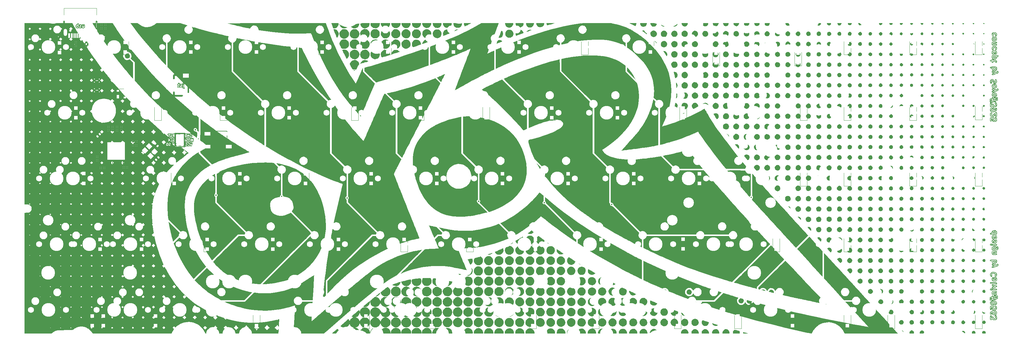
<source format=gbr>
%TF.GenerationSoftware,KiCad,Pcbnew,(7.0.0)*%
%TF.CreationDate,2023-05-29T16:29:57+02:00*%
%TF.ProjectId,qazimodo,71617a69-6d6f-4646-9f2e-6b696361645f,rev?*%
%TF.SameCoordinates,Original*%
%TF.FileFunction,Legend,Bot*%
%TF.FilePolarity,Positive*%
%FSLAX46Y46*%
G04 Gerber Fmt 4.6, Leading zero omitted, Abs format (unit mm)*
G04 Created by KiCad (PCBNEW (7.0.0)) date 2023-05-29 16:29:57*
%MOMM*%
%LPD*%
G01*
G04 APERTURE LIST*
G04 Aperture macros list*
%AMRoundRect*
0 Rectangle with rounded corners*
0 $1 Rounding radius*
0 $2 $3 $4 $5 $6 $7 $8 $9 X,Y pos of 4 corners*
0 Add a 4 corners polygon primitive as box body*
4,1,4,$2,$3,$4,$5,$6,$7,$8,$9,$2,$3,0*
0 Add four circle primitives for the rounded corners*
1,1,$1+$1,$2,$3*
1,1,$1+$1,$4,$5*
1,1,$1+$1,$6,$7*
1,1,$1+$1,$8,$9*
0 Add four rect primitives between the rounded corners*
20,1,$1+$1,$2,$3,$4,$5,0*
20,1,$1+$1,$4,$5,$6,$7,0*
20,1,$1+$1,$6,$7,$8,$9,0*
20,1,$1+$1,$8,$9,$2,$3,0*%
%AMRotRect*
0 Rectangle, with rotation*
0 The origin of the aperture is its center*
0 $1 length*
0 $2 width*
0 $3 Rotation angle, in degrees counterclockwise*
0 Add horizontal line*
21,1,$1,$2,0,0,$3*%
G04 Aperture macros list end*
%ADD10C,0.150000*%
%ADD11C,0.120000*%
%ADD12C,1.750000*%
%ADD13C,3.987800*%
%ADD14C,2.250000*%
%ADD15C,3.048000*%
%ADD16C,4.000000*%
%ADD17C,2.200000*%
%ADD18C,1.000000*%
%ADD19C,7.001300*%
%ADD20C,7.000240*%
%ADD21R,1.800000X1.100000*%
%ADD22R,1.100000X1.100000*%
%ADD23RoundRect,0.140000X0.170000X-0.140000X0.170000X0.140000X-0.170000X0.140000X-0.170000X-0.140000X0*%
%ADD24R,1.800000X1.200000*%
%ADD25R,1.550000X0.600000*%
%ADD26RoundRect,0.140000X0.219203X0.021213X0.021213X0.219203X-0.219203X-0.021213X-0.021213X-0.219203X0*%
%ADD27RoundRect,0.135000X-0.185000X0.135000X-0.185000X-0.135000X0.185000X-0.135000X0.185000X0.135000X0*%
%ADD28RoundRect,0.135000X0.135000X0.185000X-0.135000X0.185000X-0.135000X-0.185000X0.135000X-0.185000X0*%
%ADD29RoundRect,0.135000X0.185000X-0.135000X0.185000X0.135000X-0.185000X0.135000X-0.185000X-0.135000X0*%
%ADD30RoundRect,0.140000X-0.021213X0.219203X-0.219203X0.021213X0.021213X-0.219203X0.219203X-0.021213X0*%
%ADD31RoundRect,0.250000X-0.625000X0.375000X-0.625000X-0.375000X0.625000X-0.375000X0.625000X0.375000X0*%
%ADD32RotRect,1.400000X1.200000X135.000000*%
%ADD33C,0.650000*%
%ADD34R,0.600000X1.450000*%
%ADD35R,0.300000X1.450000*%
%ADD36O,1.000000X1.600000*%
%ADD37O,1.000000X2.100000*%
%ADD38R,0.700000X1.000000*%
%ADD39R,0.700000X0.600000*%
%ADD40RoundRect,0.140000X-0.140000X-0.170000X0.140000X-0.170000X0.140000X0.170000X-0.140000X0.170000X0*%
%ADD41O,1.000000X1.000000*%
%ADD42R,1.000000X1.000000*%
%ADD43RoundRect,0.062500X-0.062500X0.475000X-0.062500X-0.475000X0.062500X-0.475000X0.062500X0.475000X0*%
%ADD44RoundRect,0.062500X-0.475000X0.062500X-0.475000X-0.062500X0.475000X-0.062500X0.475000X0.062500X0*%
%ADD45R,5.200000X5.200000*%
G04 APERTURE END LIST*
D10*
%TO.C,SW_Reset1*%
X102175000Y-79950000D02*
X102175000Y-85150000D01*
X102175000Y-85150000D02*
X107375000Y-85150000D01*
X107375000Y-79950000D02*
X102175000Y-79950000D01*
X107375000Y-85150000D02*
X107375000Y-79950000D01*
X105775000Y-82550000D02*
G75*
G03*
X105775000Y-82550000I-1000000J0D01*
G01*
D11*
%TO.C,D7*%
X76787500Y-57762500D02*
X76787500Y-53912500D01*
X78787500Y-57762500D02*
X76787500Y-57762500D01*
X78787500Y-57762500D02*
X78787500Y-53912500D01*
%TO.C,D42*%
X238725200Y-114874400D02*
X238725200Y-111024400D01*
X240725200Y-114874400D02*
X238725200Y-114874400D01*
X240725200Y-114874400D02*
X240725200Y-111024400D01*
%TO.C,D48*%
X273637500Y-95862500D02*
X273637500Y-92012500D01*
X275637500Y-95862500D02*
X273637500Y-95862500D01*
X275637500Y-95862500D02*
X275637500Y-92012500D01*
%TO.C,C2*%
X69363000Y-87991836D02*
X69363000Y-87776164D01*
X70083000Y-87991836D02*
X70083000Y-87776164D01*
%TO.C,D11*%
X70437500Y-137137500D02*
X70437500Y-133287500D01*
X72437500Y-137137500D02*
X70437500Y-137137500D01*
X72437500Y-137137500D02*
X72437500Y-133287500D01*
%TO.C,D58*%
X270462500Y-137137500D02*
X270462500Y-133287500D01*
X272462500Y-137137500D02*
X270462500Y-137137500D01*
X272462500Y-137137500D02*
X272462500Y-133287500D01*
D10*
%TO.C,J2*%
X94312500Y-63675000D02*
X91912500Y-63675000D01*
X91912500Y-63675000D02*
X91912500Y-64675000D01*
X96112500Y-68675000D02*
X96112500Y-64675000D01*
X91912500Y-68675000D02*
X91912500Y-69675000D01*
X91912500Y-69675000D02*
X94312500Y-69675000D01*
D11*
%TO.C,D71*%
X324437500Y-137137500D02*
X324437500Y-133287500D01*
X326437500Y-137137500D02*
X324437500Y-137137500D01*
X326437500Y-137137500D02*
X326437500Y-133287500D01*
%TO.C,D52*%
X286337500Y-114912500D02*
X286337500Y-111062500D01*
X288337500Y-114912500D02*
X286337500Y-114912500D01*
X288337500Y-114912500D02*
X288337500Y-111062500D01*
%TO.C,D15*%
X119650000Y-114912500D02*
X119650000Y-111062500D01*
X121650000Y-114912500D02*
X119650000Y-114912500D01*
X121650000Y-114912500D02*
X121650000Y-111062500D01*
%TO.C,D38*%
X200612500Y-76812500D02*
X200612500Y-72962500D01*
X202612500Y-76812500D02*
X200612500Y-76812500D01*
X202612500Y-76812500D02*
X202612500Y-72962500D01*
%TO.C,D50*%
X238712500Y-76812500D02*
X238712500Y-72962500D01*
X240712500Y-76812500D02*
X238712500Y-76812500D01*
X240712500Y-76812500D02*
X240712500Y-72962500D01*
%TO.C,D62*%
X324437500Y-114912500D02*
X324437500Y-111062500D01*
X326437500Y-114912500D02*
X324437500Y-114912500D01*
X326437500Y-114912500D02*
X326437500Y-111062500D01*
%TO.C,D70*%
X324437500Y-57762500D02*
X324437500Y-53912500D01*
X326437500Y-57762500D02*
X324437500Y-57762500D01*
X326437500Y-57762500D02*
X326437500Y-53912500D01*
%TO.C,D16*%
X85614000Y-137137500D02*
X85614000Y-133287500D01*
X87614000Y-137137500D02*
X85614000Y-137137500D01*
X87614000Y-137137500D02*
X87614000Y-133287500D01*
%TO.C,C4*%
X86697312Y-84277810D02*
X86544809Y-84125307D01*
X87206429Y-83768693D02*
X87053926Y-83616190D01*
%TO.C,D66*%
X324437500Y-95862500D02*
X324437500Y-92012500D01*
X326437500Y-95862500D02*
X324437500Y-95862500D01*
X326437500Y-95862500D02*
X326437500Y-92012500D01*
%TO.C,D18*%
X124412500Y-76812500D02*
X124412500Y-72962500D01*
X126412500Y-76812500D02*
X124412500Y-76812500D01*
X126412500Y-76812500D02*
X126412500Y-72962500D01*
%TO.C,D61*%
X305387500Y-95862500D02*
X305387500Y-92012500D01*
X307387500Y-95862500D02*
X305387500Y-95862500D01*
X307387500Y-95862500D02*
X307387500Y-92012500D01*
%TO.C,D41*%
X213312500Y-137137500D02*
X213312500Y-133287500D01*
X215312500Y-137137500D02*
X213312500Y-137137500D01*
X215312500Y-137137500D02*
X215312500Y-133287500D01*
%TO.C,R1*%
X73405000Y-79094359D02*
X73405000Y-79401641D01*
X72645000Y-79094359D02*
X72645000Y-79401641D01*
%TO.C,R2*%
X74548000Y-79094359D02*
X74548000Y-79401641D01*
X73788000Y-79094359D02*
X73788000Y-79401641D01*
%TO.C,D34*%
X186325000Y-95862500D02*
X186325000Y-92012500D01*
X188325000Y-95862500D02*
X186325000Y-95862500D01*
X188325000Y-95862500D02*
X188325000Y-92012500D01*
%TO.C,D65*%
X305387500Y-76812500D02*
X305387500Y-72962500D01*
X307387500Y-76812500D02*
X305387500Y-76812500D01*
X307387500Y-76812500D02*
X307387500Y-72962500D01*
%TO.C,D4*%
X64784192Y-95851705D02*
X64784192Y-92001705D01*
X66784192Y-95851705D02*
X64784192Y-95851705D01*
X66784192Y-95851705D02*
X66784192Y-92001705D01*
%TO.C,D14*%
X110125000Y-95862500D02*
X110125000Y-92012500D01*
X112125000Y-95862500D02*
X110125000Y-95862500D01*
X112125000Y-95862500D02*
X112125000Y-92012500D01*
%TO.C,D47*%
X237125000Y-137137500D02*
X237125000Y-133287500D01*
X239125000Y-137137500D02*
X237125000Y-137137500D01*
X239125000Y-137137500D02*
X239125000Y-133287500D01*
%TO.C,D57*%
X305387500Y-114912500D02*
X305387500Y-111062500D01*
X307387500Y-114912500D02*
X305387500Y-114912500D01*
X307387500Y-114912500D02*
X307387500Y-111062500D01*
%TO.C,R4*%
X80735141Y-83311000D02*
X80427859Y-83311000D01*
X80735141Y-82551000D02*
X80427859Y-82551000D01*
%TO.C,D51*%
X243475000Y-95862500D02*
X243475000Y-92012500D01*
X245475000Y-95862500D02*
X243475000Y-95862500D01*
X245475000Y-95862500D02*
X245475000Y-92012500D01*
%TO.C,D49*%
X229187500Y-57762500D02*
X229187500Y-53912500D01*
X231187500Y-57762500D02*
X229187500Y-57762500D01*
X231187500Y-57762500D02*
X231187500Y-53912500D01*
%TO.C,R_USBSHIELD1*%
X71654400Y-49787241D02*
X71654400Y-49479959D01*
X72414400Y-49787241D02*
X72414400Y-49479959D01*
%TO.C,D45*%
X224425000Y-95862500D02*
X224425000Y-92012500D01*
X226425000Y-95862500D02*
X224425000Y-95862500D01*
X226425000Y-95862500D02*
X226425000Y-92012500D01*
%TO.C,C8*%
X70434810Y-81331307D02*
X70282307Y-81483810D01*
X69925693Y-80822190D02*
X69773190Y-80974693D01*
%TO.C,D17*%
X114887500Y-57762500D02*
X114887500Y-53912500D01*
X116887500Y-57762500D02*
X114887500Y-57762500D01*
X116887500Y-57762500D02*
X116887500Y-53912500D01*
%TO.C,F1*%
X70506000Y-66072936D02*
X70506000Y-67277064D01*
X68686000Y-66072936D02*
X68686000Y-67277064D01*
%TO.C,D10*%
X100600000Y-114912500D02*
X100600000Y-111062500D01*
X102600000Y-114912500D02*
X100600000Y-114912500D01*
X102600000Y-114912500D02*
X102600000Y-111062500D01*
%TO.C,R_USB1*%
X63880000Y-54583359D02*
X63880000Y-54890641D01*
X63120000Y-54583359D02*
X63120000Y-54890641D01*
%TO.C,D19*%
X129175000Y-95862500D02*
X129175000Y-92012500D01*
X131175000Y-95862500D02*
X129175000Y-95862500D01*
X131175000Y-95862500D02*
X131175000Y-92012500D01*
%TO.C,D5*%
X69515675Y-114926368D02*
X69515675Y-111076368D01*
X71515675Y-114926368D02*
X69515675Y-114926368D01*
X71515675Y-114926368D02*
X71515675Y-111076368D01*
%TO.C,R_USB2*%
X66928000Y-54583359D02*
X66928000Y-54890641D01*
X66168000Y-54583359D02*
X66168000Y-54890641D01*
%TO.C,D64*%
X286337500Y-57762500D02*
X286337500Y-53912500D01*
X288337500Y-57762500D02*
X286337500Y-57762500D01*
X288337500Y-57762500D02*
X288337500Y-53912500D01*
%TO.C,D26*%
X146637500Y-137137500D02*
X146637500Y-133287500D01*
X148637500Y-137137500D02*
X146637500Y-137137500D01*
X148637500Y-137137500D02*
X148637500Y-133287500D01*
%TO.C,D36*%
X195088000Y-137137500D02*
X195088000Y-133287500D01*
X197088000Y-137137500D02*
X195088000Y-137137500D01*
X197088000Y-137137500D02*
X197088000Y-133287500D01*
%TO.C,Y1*%
X85218106Y-88305940D02*
X82389679Y-85477513D01*
X87551559Y-85972487D02*
X85218106Y-88305940D01*
%TO.C,D22*%
X133937500Y-57762500D02*
X133937500Y-53912500D01*
X135937500Y-57762500D02*
X133937500Y-57762500D01*
X135937500Y-57762500D02*
X135937500Y-53912500D01*
%TO.C,J3*%
X60070000Y-44308000D02*
X69470000Y-44308000D01*
X60070000Y-46208000D02*
X60070000Y-44308000D01*
X60070000Y-50108000D02*
X60070000Y-48108000D01*
X69470000Y-46208000D02*
X69470000Y-44308000D01*
X69470000Y-50108000D02*
X69470000Y-48108000D01*
%TO.C,D31*%
X165687500Y-137137500D02*
X165687500Y-133287500D01*
X167687500Y-137137500D02*
X165687500Y-137137500D01*
X167687500Y-137137500D02*
X167687500Y-133287500D01*
%TO.C,D28*%
X162512500Y-76812500D02*
X162512500Y-72962500D01*
X164512500Y-76812500D02*
X162512500Y-76812500D01*
X164512500Y-76812500D02*
X164512500Y-72962500D01*
%TO.C,D72*%
X76058000Y-67655000D02*
X77358000Y-67655000D01*
X77358000Y-70775000D02*
X75358000Y-70775000D01*
%TO.C,D63*%
X286337500Y-137137500D02*
X286337500Y-133287500D01*
X288337500Y-137137500D02*
X286337500Y-137137500D01*
X288337500Y-137137500D02*
X288337500Y-133287500D01*
%TO.C,D44*%
X219662500Y-76812500D02*
X219662500Y-72962500D01*
X221662500Y-76812500D02*
X219662500Y-76812500D01*
X221662500Y-76812500D02*
X221662500Y-72962500D01*
%TO.C,D68*%
X305387500Y-57762500D02*
X305387500Y-53912500D01*
X307387500Y-57762500D02*
X305387500Y-57762500D01*
X307387500Y-57762500D02*
X307387500Y-53912500D01*
%TO.C,G\u002A\u002A\u002A*%
G36*
X257784000Y-128814226D02*
G01*
X257762833Y-128835357D01*
X257741666Y-128814226D01*
X257762833Y-128793094D01*
X257784000Y-128814226D01*
G37*
G36*
X159020333Y-56417886D02*
G01*
X158999166Y-56439018D01*
X158978000Y-56417886D01*
X158999166Y-56396755D01*
X159020333Y-56417886D01*
G37*
G36*
X158893333Y-56460149D02*
G01*
X158872166Y-56481281D01*
X158851000Y-56460149D01*
X158872166Y-56439018D01*
X158893333Y-56460149D01*
G37*
G36*
X158766333Y-56502412D02*
G01*
X158745166Y-56523544D01*
X158724000Y-56502412D01*
X158745166Y-56481281D01*
X158766333Y-56502412D01*
G37*
G36*
X150003333Y-136970965D02*
G01*
X149982166Y-136992096D01*
X149961000Y-136970965D01*
X149982166Y-136949833D01*
X150003333Y-136970965D01*
G37*
G36*
X266504666Y-126891264D02*
G01*
X266501611Y-126913638D01*
X266476444Y-126919439D01*
X266471378Y-126913245D01*
X266476444Y-126863089D01*
X266489177Y-126856477D01*
X266504666Y-126891264D01*
G37*
G36*
X199194666Y-92320216D02*
G01*
X199191611Y-92342590D01*
X199166444Y-92348391D01*
X199161378Y-92342197D01*
X199166444Y-92292041D01*
X199179177Y-92285429D01*
X199194666Y-92320216D01*
G37*
G36*
X267671279Y-98872866D02*
G01*
X267711166Y-98913228D01*
X267719052Y-98928191D01*
X267716163Y-98955490D01*
X267708720Y-98953589D01*
X267668833Y-98913228D01*
X267660948Y-98898264D01*
X267663836Y-98870965D01*
X267671279Y-98872866D01*
G37*
G36*
X243571170Y-129343260D02*
G01*
X243588444Y-129357992D01*
X243536408Y-129402451D01*
X243475045Y-129439676D01*
X243435420Y-129440338D01*
X243452426Y-129387587D01*
X243472814Y-129367023D01*
X243549423Y-129342512D01*
X243571170Y-129343260D01*
G37*
G36*
X135286522Y-128375771D02*
G01*
X135310411Y-128416831D01*
X135262866Y-128488802D01*
X135224521Y-128524323D01*
X135193146Y-128527803D01*
X135186666Y-128454991D01*
X135198452Y-128405700D01*
X135250166Y-128370466D01*
X135286522Y-128375771D01*
G37*
G36*
X273264729Y-104718509D02*
G01*
X273457132Y-104783588D01*
X273636806Y-104898835D01*
X273774938Y-105049011D01*
X273861724Y-105228950D01*
X273901565Y-105455954D01*
X273917841Y-105696422D01*
X272989625Y-104724376D01*
X273136058Y-104711125D01*
X273264729Y-104718509D01*
G37*
G36*
X215582917Y-106859936D02*
G01*
X215646820Y-106895761D01*
X215734056Y-106965421D01*
X215852833Y-107072190D01*
X215694083Y-106982378D01*
X215670866Y-106969127D01*
X215568448Y-106904645D01*
X215538086Y-106869373D01*
X215575306Y-106858652D01*
X215582917Y-106859936D01*
G37*
G36*
X281300302Y-130061131D02*
G01*
X281344643Y-130112432D01*
X281350311Y-130140638D01*
X281296144Y-130144860D01*
X281249265Y-130140002D01*
X281160579Y-130109432D01*
X281127990Y-130073144D01*
X281164737Y-130025703D01*
X281174494Y-130018144D01*
X281231922Y-130005732D01*
X281300302Y-130061131D01*
G37*
G36*
X223853833Y-61845408D02*
G01*
X224116253Y-62151761D01*
X224715542Y-62925444D01*
X225233681Y-63710806D01*
X225672981Y-64511231D01*
X225871797Y-64912728D01*
X224660399Y-63706813D01*
X223449000Y-62500898D01*
X223460917Y-61956713D01*
X223472833Y-61412528D01*
X223853833Y-61845408D01*
G37*
G36*
X91952530Y-80977875D02*
G01*
X91964333Y-81057154D01*
X91961827Y-81106111D01*
X91932280Y-81153463D01*
X91847916Y-81155053D01*
X91759528Y-81126298D01*
X91731500Y-81057154D01*
X91757120Y-80990036D01*
X91847916Y-80959256D01*
X91899438Y-80955733D01*
X91952530Y-80977875D01*
G37*
G36*
X303419333Y-48750422D02*
G01*
X303397276Y-48859646D01*
X303295590Y-49003999D01*
X303253940Y-49042841D01*
X303140342Y-49109718D01*
X302996000Y-49127537D01*
X302863260Y-49106591D01*
X302714880Y-49026124D01*
X302611485Y-48901583D01*
X302572666Y-48750422D01*
X302572666Y-48620382D01*
X303419333Y-48620382D01*
X303419333Y-48750422D01*
G37*
G36*
X285624811Y-48777877D02*
G01*
X285592774Y-48900858D01*
X285480103Y-49086690D01*
X285297657Y-49224842D01*
X285214692Y-49260346D01*
X285017042Y-49287932D01*
X284827778Y-49244395D01*
X284662639Y-49138308D01*
X284537365Y-48978243D01*
X284467693Y-48772773D01*
X284442922Y-48620382D01*
X285650411Y-48620382D01*
X285624811Y-48777877D01*
G37*
G36*
X144690500Y-62278178D02*
G01*
X144436500Y-62355823D01*
X144375055Y-62374341D01*
X144212364Y-62418160D01*
X144109158Y-62433185D01*
X144050229Y-62420316D01*
X144020369Y-62380452D01*
X144018841Y-62376245D01*
X144023015Y-62325807D01*
X144083053Y-62293780D01*
X144208329Y-62277608D01*
X144408212Y-62274738D01*
X144690500Y-62278178D01*
G37*
G36*
X327133250Y-69441408D02*
G01*
X327198043Y-69548864D01*
X327201457Y-69681026D01*
X327140605Y-69801331D01*
X327068013Y-69855035D01*
X326946472Y-69876174D01*
X326828046Y-69839546D01*
X326738267Y-69754999D01*
X326702666Y-69632385D01*
X326711693Y-69562102D01*
X326776599Y-69449110D01*
X326884266Y-69384335D01*
X327011035Y-69378270D01*
X327133250Y-69441408D01*
G37*
G36*
X327133250Y-66440743D02*
G01*
X327198043Y-66548198D01*
X327201457Y-66680360D01*
X327140605Y-66800665D01*
X327068013Y-66854369D01*
X326946472Y-66875508D01*
X326828046Y-66838880D01*
X326738267Y-66754334D01*
X326702666Y-66631719D01*
X326711693Y-66561436D01*
X326776599Y-66448444D01*
X326884266Y-66383669D01*
X327011035Y-66377605D01*
X327133250Y-66440743D01*
G37*
G36*
X326977598Y-60455035D02*
G01*
X327084657Y-60500293D01*
X327148447Y-60592741D01*
X327157866Y-60705130D01*
X327101809Y-60810209D01*
X327049821Y-60848038D01*
X326956666Y-60876622D01*
X326870114Y-60852138D01*
X326781726Y-60771367D01*
X326745000Y-60665307D01*
X326769524Y-60578899D01*
X326850430Y-60490658D01*
X326956666Y-60453993D01*
X326977598Y-60455035D01*
G37*
G36*
X326977598Y-57454369D02*
G01*
X327084657Y-57499627D01*
X327148447Y-57592076D01*
X327157866Y-57704464D01*
X327101809Y-57809543D01*
X327049821Y-57847373D01*
X326956666Y-57875956D01*
X326870114Y-57851473D01*
X326781726Y-57770701D01*
X326745000Y-57664642D01*
X326769524Y-57578233D01*
X326850430Y-57489992D01*
X326956666Y-57453327D01*
X326977598Y-57454369D01*
G37*
G36*
X327041183Y-48623879D02*
G01*
X327108207Y-48645970D01*
X327126000Y-48696456D01*
X327119935Y-48738447D01*
X327075200Y-48823244D01*
X327045555Y-48845763D01*
X326956666Y-48873960D01*
X326909400Y-48866242D01*
X326822593Y-48801792D01*
X326787333Y-48696456D01*
X326795116Y-48658486D01*
X326844290Y-48628376D01*
X326956666Y-48620382D01*
X327041183Y-48623879D01*
G37*
G36*
X324127583Y-60481675D02*
G01*
X324192376Y-60589130D01*
X324195790Y-60721292D01*
X324134939Y-60841597D01*
X324062347Y-60895301D01*
X323940805Y-60916440D01*
X323822379Y-60879812D01*
X323732600Y-60795265D01*
X323697000Y-60672651D01*
X323706027Y-60602368D01*
X323770933Y-60489376D01*
X323878599Y-60424601D01*
X324005368Y-60418537D01*
X324127583Y-60481675D01*
G37*
G36*
X324127583Y-57481009D02*
G01*
X324192376Y-57588464D01*
X324195790Y-57720626D01*
X324134939Y-57840931D01*
X324062347Y-57894635D01*
X323940805Y-57915775D01*
X323822379Y-57879146D01*
X323732600Y-57794600D01*
X323697000Y-57671985D01*
X323706027Y-57601703D01*
X323770933Y-57488710D01*
X323878599Y-57423936D01*
X324005368Y-57417871D01*
X324127583Y-57481009D01*
G37*
G36*
X321164250Y-51479678D02*
G01*
X321229043Y-51587133D01*
X321232457Y-51719295D01*
X321171605Y-51839600D01*
X321099013Y-51893304D01*
X320977472Y-51914444D01*
X320859046Y-51877815D01*
X320769267Y-51793269D01*
X320733666Y-51670654D01*
X320742693Y-51600371D01*
X320807599Y-51487379D01*
X320915266Y-51422605D01*
X321042035Y-51416540D01*
X321164250Y-51479678D01*
G37*
G36*
X309388333Y-48729291D02*
G01*
X309388186Y-48735345D01*
X309351679Y-48846114D01*
X309264590Y-48961736D01*
X309199930Y-49017411D01*
X309049735Y-49083019D01*
X308898272Y-49064461D01*
X308750077Y-48961736D01*
X308743363Y-48954905D01*
X308658918Y-48838469D01*
X308626333Y-48729291D01*
X308626333Y-48620382D01*
X309388333Y-48620382D01*
X309388333Y-48729291D01*
G37*
G36*
X300484515Y-48773544D02*
G01*
X300462675Y-48861083D01*
X300368720Y-49024939D01*
X300223166Y-49132009D01*
X300163487Y-49150158D01*
X300001207Y-49154076D01*
X299835464Y-49112511D01*
X299707394Y-49033331D01*
X299701912Y-49027667D01*
X299626581Y-48911834D01*
X299581314Y-48776596D01*
X299555922Y-48620382D01*
X300509411Y-48620382D01*
X300484515Y-48773544D01*
G37*
G36*
X288590544Y-48793588D02*
G01*
X288543907Y-48948282D01*
X288434031Y-49108908D01*
X288285166Y-49216303D01*
X288251935Y-49226428D01*
X288135665Y-49240086D01*
X287995484Y-49238640D01*
X287888332Y-49221844D01*
X287706165Y-49137691D01*
X287578647Y-48993100D01*
X287514454Y-48796053D01*
X287490852Y-48620382D01*
X288613814Y-48620382D01*
X288590544Y-48793588D01*
G37*
G36*
X282633666Y-48749270D02*
G01*
X282610437Y-48897827D01*
X282517133Y-49077481D01*
X282367028Y-49213774D01*
X282224331Y-49271552D01*
X282041000Y-49296273D01*
X281960361Y-49291528D01*
X281756368Y-49231797D01*
X281594135Y-49113298D01*
X281487008Y-48948350D01*
X281448333Y-48749270D01*
X281448333Y-48620382D01*
X282633666Y-48620382D01*
X282633666Y-48749270D01*
G37*
G36*
X259611583Y-98940909D02*
G01*
X259670035Y-99026142D01*
X259685090Y-99143192D01*
X259638200Y-99242878D01*
X259580570Y-99275143D01*
X259477333Y-99293594D01*
X259473736Y-99293574D01*
X259347968Y-99260259D01*
X259277319Y-99177637D01*
X259270376Y-99066653D01*
X259335728Y-98948253D01*
X259395011Y-98897558D01*
X259499666Y-98877283D01*
X259611583Y-98940909D01*
G37*
G36*
X234418817Y-125837244D02*
G01*
X234575165Y-125869713D01*
X234726875Y-125935492D01*
X234833933Y-126018328D01*
X234867028Y-126061876D01*
X234867522Y-126081082D01*
X234823422Y-126072462D01*
X234723811Y-126033829D01*
X234557773Y-125962996D01*
X234442864Y-125911760D01*
X234358025Y-125867225D01*
X234341105Y-125843634D01*
X234385610Y-125836207D01*
X234418817Y-125837244D01*
G37*
G36*
X219070166Y-100976420D02*
G01*
X219107665Y-101000507D01*
X219167930Y-101095883D01*
X219175754Y-101212432D01*
X219125200Y-101313760D01*
X219067570Y-101346025D01*
X218964333Y-101364475D01*
X218867803Y-101349721D01*
X218781235Y-101277471D01*
X218752666Y-101143802D01*
X218762498Y-101080117D01*
X218828719Y-100989344D01*
X218938640Y-100950896D01*
X219070166Y-100976420D01*
G37*
G36*
X199512166Y-100469265D02*
G01*
X199549665Y-100493352D01*
X199609930Y-100588728D01*
X199617754Y-100705277D01*
X199567200Y-100806605D01*
X199509570Y-100838870D01*
X199406333Y-100857321D01*
X199309803Y-100842566D01*
X199223235Y-100770316D01*
X199194666Y-100636648D01*
X199204498Y-100572962D01*
X199270719Y-100482189D01*
X199380640Y-100443741D01*
X199512166Y-100469265D01*
G37*
G36*
X180462166Y-100088899D02*
G01*
X180499665Y-100112986D01*
X180559930Y-100208362D01*
X180567754Y-100324911D01*
X180517200Y-100426239D01*
X180459570Y-100458504D01*
X180356333Y-100476955D01*
X180259803Y-100462200D01*
X180173235Y-100389950D01*
X180144666Y-100256282D01*
X180154498Y-100192596D01*
X180220719Y-100101823D01*
X180330640Y-100063375D01*
X180462166Y-100088899D01*
G37*
G36*
X142364726Y-99126663D02*
G01*
X142381963Y-99144860D01*
X142419793Y-99244306D01*
X142417888Y-99362308D01*
X142374866Y-99454193D01*
X142289046Y-99498983D01*
X142171517Y-99489705D01*
X142064673Y-99419103D01*
X142023827Y-99353318D01*
X142017985Y-99249180D01*
X142066619Y-99157423D01*
X142152264Y-99095070D01*
X142257455Y-99079143D01*
X142364726Y-99126663D01*
G37*
G36*
X104159931Y-98279304D02*
G01*
X104285698Y-98312619D01*
X104356348Y-98395241D01*
X104363291Y-98506225D01*
X104297939Y-98624625D01*
X104238655Y-98675319D01*
X104134000Y-98695595D01*
X104022083Y-98631969D01*
X104002356Y-98612360D01*
X103945442Y-98501893D01*
X103958098Y-98393889D01*
X104031377Y-98311853D01*
X104156333Y-98279284D01*
X104159931Y-98279304D01*
G37*
G36*
X98277762Y-79316068D02*
G01*
X98368495Y-79385629D01*
X98399000Y-79514559D01*
X98387318Y-79596129D01*
X98348200Y-79675158D01*
X98290570Y-79707423D01*
X98187333Y-79725873D01*
X98096905Y-79713050D01*
X98006171Y-79643489D01*
X97975666Y-79514559D01*
X97988511Y-79424281D01*
X98058188Y-79333698D01*
X98187333Y-79303244D01*
X98277762Y-79316068D01*
G37*
G36*
X327028612Y-54519471D02*
G01*
X327094012Y-54546543D01*
X327118764Y-54614221D01*
X327122299Y-54683915D01*
X327108472Y-54775407D01*
X327063881Y-54816764D01*
X326946374Y-54825162D01*
X326855841Y-54808845D01*
X326816307Y-54764378D01*
X326808500Y-54663976D01*
X326808518Y-54652717D01*
X326816634Y-54559510D01*
X326857361Y-54522599D01*
X326956666Y-54516056D01*
X327028612Y-54519471D01*
G37*
G36*
X327028612Y-51518806D02*
G01*
X327094012Y-51545877D01*
X327118764Y-51613556D01*
X327122299Y-51683249D01*
X327108472Y-51774741D01*
X327063881Y-51816099D01*
X326946374Y-51824496D01*
X326855841Y-51808179D01*
X326816307Y-51763713D01*
X326808500Y-51663311D01*
X326808518Y-51652052D01*
X326816634Y-51558845D01*
X326857361Y-51521933D01*
X326956666Y-51515391D01*
X327028612Y-51518806D01*
G37*
G36*
X324195595Y-137862979D02*
G01*
X324349383Y-137964220D01*
X324459690Y-138111793D01*
X324513089Y-138292119D01*
X324496155Y-138491618D01*
X324455020Y-138640349D01*
X323531646Y-138640349D01*
X323490511Y-138491618D01*
X323482148Y-138456946D01*
X323479281Y-138257029D01*
X323547143Y-138074965D01*
X323675122Y-137929829D01*
X323852606Y-137840696D01*
X324011752Y-137821649D01*
X324195595Y-137862979D01*
G37*
G36*
X123291779Y-98682290D02*
G01*
X123382377Y-98744965D01*
X123418000Y-98848927D01*
X123415967Y-98892234D01*
X123394585Y-98934649D01*
X123331929Y-98952098D01*
X123206333Y-98955490D01*
X123120313Y-98954467D01*
X123036065Y-98943702D01*
X123001405Y-98912158D01*
X122994666Y-98848927D01*
X123012780Y-98769378D01*
X123100500Y-98694223D01*
X123170612Y-98672795D01*
X123291779Y-98682290D01*
G37*
G36*
X95495901Y-80976177D02*
G01*
X95514563Y-81064331D01*
X95520333Y-81226206D01*
X95517208Y-81361478D01*
X95508581Y-81462358D01*
X95496383Y-81500915D01*
X95466014Y-81492293D01*
X95390550Y-81457165D01*
X95363086Y-81438473D01*
X95320818Y-81364785D01*
X95308666Y-81233172D01*
X95321804Y-81098756D01*
X95374608Y-80989126D01*
X95465300Y-80951497D01*
X95495901Y-80976177D01*
G37*
G36*
X323992186Y-48620642D02*
G01*
X324100587Y-48628402D01*
X324150569Y-48652849D01*
X324162666Y-48701889D01*
X324150826Y-48759984D01*
X324096143Y-48849809D01*
X324044154Y-48887639D01*
X323951000Y-48916223D01*
X323863740Y-48891493D01*
X323775708Y-48809899D01*
X323739333Y-48701889D01*
X323740008Y-48686030D01*
X323760160Y-48644288D01*
X323823646Y-48625041D01*
X323951000Y-48620382D01*
X323992186Y-48620642D01*
G37*
G36*
X315067680Y-48620610D02*
G01*
X315185069Y-48625024D01*
X315246049Y-48640582D01*
X315269091Y-48674320D01*
X315272666Y-48733277D01*
X315257004Y-48821496D01*
X315202605Y-48923460D01*
X315141149Y-48966894D01*
X315010721Y-48998165D01*
X314870066Y-48986346D01*
X314757417Y-48930804D01*
X314706496Y-48854939D01*
X314680000Y-48740621D01*
X314680000Y-48620382D01*
X314976333Y-48620382D01*
X315067680Y-48620610D01*
G37*
G36*
X264811333Y-48783184D02*
G01*
X264811140Y-48796102D01*
X264766046Y-48988532D01*
X264650254Y-49172200D01*
X264475982Y-49327280D01*
X264312129Y-49399553D01*
X264100641Y-49427970D01*
X263887758Y-49403879D01*
X263707351Y-49327280D01*
X263693885Y-49318037D01*
X263523206Y-49160383D01*
X263411838Y-48975490D01*
X263372000Y-48783184D01*
X263372000Y-48620382D01*
X264811333Y-48620382D01*
X264811333Y-48783184D01*
G37*
G36*
X258884450Y-48778868D02*
G01*
X258878060Y-48853810D01*
X258811909Y-49047035D01*
X258687164Y-49226444D01*
X258520181Y-49365688D01*
X258504050Y-49375149D01*
X258291075Y-49454486D01*
X258069542Y-49465881D01*
X257854512Y-49417029D01*
X257661048Y-49315629D01*
X257504211Y-49169378D01*
X257399063Y-48985974D01*
X257360666Y-48773114D01*
X257360666Y-48620382D01*
X258884666Y-48620382D01*
X258884450Y-48778868D01*
G37*
G36*
X252556750Y-80793728D02*
G01*
X252653133Y-80856107D01*
X252797570Y-80990828D01*
X252922187Y-81151704D01*
X253009659Y-81315078D01*
X253042666Y-81457294D01*
X253041826Y-81475852D01*
X253029863Y-81494716D01*
X252996446Y-81470390D01*
X252932373Y-81394307D01*
X252828440Y-81257903D01*
X252729338Y-81125691D01*
X252621041Y-80981332D01*
X252538521Y-80871461D01*
X252430667Y-80728031D01*
X252556750Y-80793728D01*
G37*
G36*
X252915666Y-48769986D02*
G01*
X252905865Y-48880541D01*
X252827670Y-49097465D01*
X252679501Y-49288037D01*
X252471166Y-49437527D01*
X252319927Y-49490052D01*
X252101243Y-49505811D01*
X251875218Y-49471008D01*
X251669863Y-49390562D01*
X251513188Y-49269389D01*
X251430201Y-49155510D01*
X251340461Y-48960233D01*
X251307000Y-48770401D01*
X251307000Y-48620382D01*
X252915666Y-48620382D01*
X252915666Y-48769986D01*
G37*
G36*
X209403527Y-118266457D02*
G01*
X209525941Y-118329844D01*
X209701677Y-118433701D01*
X209799649Y-118494710D01*
X209924265Y-118574750D01*
X210004583Y-118629629D01*
X210026563Y-118650000D01*
X210001940Y-118647684D01*
X209888682Y-118614083D01*
X209743789Y-118551120D01*
X209596459Y-118472481D01*
X209475891Y-118391855D01*
X209396925Y-118326654D01*
X209334947Y-118264107D01*
X209338505Y-118244293D01*
X209403527Y-118266457D01*
G37*
G36*
X200311621Y-112213536D02*
G01*
X200379354Y-112251694D01*
X200490780Y-112324744D01*
X200629787Y-112422378D01*
X200702323Y-112475396D01*
X200830729Y-112574587D01*
X200890494Y-112630419D01*
X200881340Y-112641755D01*
X200802990Y-112607457D01*
X200655166Y-112526385D01*
X200608865Y-112498795D01*
X200477973Y-112409806D01*
X200372225Y-112322843D01*
X200307361Y-112251859D01*
X200299120Y-112210804D01*
X200311621Y-112213536D01*
G37*
G36*
X190299805Y-112283512D02*
G01*
X190243750Y-112350869D01*
X190142262Y-112435926D01*
X190011223Y-112525679D01*
X189866513Y-112607127D01*
X189695759Y-112687768D01*
X189592859Y-112726367D01*
X189560688Y-112723286D01*
X189598949Y-112680471D01*
X189707340Y-112599869D01*
X189885563Y-112483424D01*
X190026286Y-112396929D01*
X190163940Y-112316587D01*
X190260648Y-112265180D01*
X190301306Y-112251145D01*
X190299805Y-112283512D01*
G37*
G36*
X327155021Y-78380828D02*
G01*
X327157253Y-78382938D01*
X327238268Y-78509770D01*
X327239585Y-78648672D01*
X327160954Y-78782800D01*
X327158840Y-78785028D01*
X327031797Y-78865908D01*
X326892663Y-78867223D01*
X326758312Y-78788722D01*
X326756080Y-78786612D01*
X326675065Y-78659780D01*
X326673748Y-78520878D01*
X326752379Y-78386750D01*
X326754493Y-78384522D01*
X326881536Y-78303642D01*
X327020670Y-78302327D01*
X327155021Y-78380828D01*
G37*
G36*
X327155021Y-75380162D02*
G01*
X327157253Y-75382273D01*
X327238268Y-75509104D01*
X327239585Y-75648006D01*
X327160954Y-75782134D01*
X327158840Y-75784362D01*
X327031797Y-75865243D01*
X326892663Y-75866557D01*
X326758312Y-75788057D01*
X326756080Y-75785946D01*
X326675065Y-75659115D01*
X326673748Y-75520213D01*
X326752379Y-75386085D01*
X326754493Y-75383857D01*
X326881536Y-75302976D01*
X327020670Y-75301662D01*
X327155021Y-75380162D01*
G37*
G36*
X327067474Y-99147141D02*
G01*
X327201365Y-99233026D01*
X327299537Y-99360376D01*
X327337666Y-99504908D01*
X327314178Y-99620955D01*
X327213923Y-99761736D01*
X327102615Y-99847558D01*
X326956666Y-99885274D01*
X326845859Y-99862675D01*
X326711968Y-99776790D01*
X326613796Y-99649440D01*
X326575666Y-99504908D01*
X326598303Y-99394285D01*
X326684331Y-99260617D01*
X326811894Y-99162608D01*
X326956666Y-99124542D01*
X327067474Y-99147141D01*
G37*
G36*
X327067474Y-96146475D02*
G01*
X327201365Y-96232360D01*
X327299537Y-96359711D01*
X327337666Y-96504243D01*
X327314178Y-96620289D01*
X327213923Y-96761071D01*
X327102615Y-96846893D01*
X326956666Y-96884609D01*
X326845859Y-96862010D01*
X326711968Y-96776125D01*
X326613796Y-96648774D01*
X326575666Y-96504243D01*
X326598303Y-96393619D01*
X326684331Y-96259951D01*
X326811894Y-96161943D01*
X326956666Y-96123876D01*
X327067474Y-96146475D01*
G37*
G36*
X327001167Y-90209885D02*
G01*
X327142147Y-90263147D01*
X327240331Y-90367883D01*
X327287051Y-90502953D01*
X327273638Y-90647218D01*
X327191424Y-90779541D01*
X327105246Y-90843769D01*
X326956666Y-90883277D01*
X326893464Y-90876174D01*
X326755971Y-90809455D01*
X326656378Y-90691363D01*
X326618000Y-90545174D01*
X326625115Y-90482077D01*
X326691945Y-90344813D01*
X326810234Y-90245386D01*
X326956666Y-90207071D01*
X327001167Y-90209885D01*
G37*
G36*
X327063259Y-72330155D02*
G01*
X327158425Y-72396108D01*
X327217413Y-72509565D01*
X327223322Y-72638350D01*
X327175600Y-72755856D01*
X327073699Y-72835477D01*
X327010218Y-72860829D01*
X326970006Y-72876605D01*
X326928674Y-72874177D01*
X326842146Y-72831535D01*
X326755925Y-72762417D01*
X326702955Y-72689859D01*
X326682977Y-72594364D01*
X326711063Y-72461882D01*
X326795288Y-72362223D01*
X326918428Y-72312582D01*
X327063259Y-72330155D01*
G37*
G36*
X327062933Y-81304003D02*
G01*
X327175583Y-81359545D01*
X327219089Y-81420899D01*
X327250413Y-81551110D01*
X327238573Y-81691530D01*
X327182939Y-81803993D01*
X327121482Y-81847426D01*
X326991054Y-81878698D01*
X326850400Y-81866878D01*
X326737750Y-81811336D01*
X326694244Y-81749982D01*
X326662920Y-81619771D01*
X326674760Y-81479351D01*
X326730394Y-81366888D01*
X326791851Y-81323455D01*
X326922279Y-81292183D01*
X327062933Y-81304003D01*
G37*
G36*
X327095111Y-108084577D02*
G01*
X327241454Y-108180328D01*
X327314722Y-108279936D01*
X327358755Y-108440823D01*
X327335469Y-108603873D01*
X327249338Y-108747200D01*
X327104833Y-108848917D01*
X326981494Y-108876305D01*
X326824964Y-108847886D01*
X326688859Y-108760634D01*
X326592804Y-108628302D01*
X326556424Y-108464642D01*
X326577166Y-108331804D01*
X326658834Y-108191111D01*
X326784948Y-108097793D01*
X326936658Y-108059674D01*
X327095111Y-108084577D01*
G37*
G36*
X327063983Y-93176796D02*
G01*
X327199121Y-93261526D01*
X327246241Y-93318412D01*
X327302373Y-93465219D01*
X327287256Y-93615341D01*
X327205695Y-93748295D01*
X327062500Y-93843596D01*
X326996590Y-93859618D01*
X326858443Y-93839123D01*
X326731984Y-93761859D01*
X326639653Y-93644464D01*
X326603889Y-93503577D01*
X326609084Y-93442288D01*
X326668557Y-93302090D01*
X326777999Y-93205496D01*
X326916708Y-93160925D01*
X327063983Y-93176796D01*
G37*
G36*
X324191688Y-69421094D02*
G01*
X324193920Y-69423204D01*
X324274935Y-69550036D01*
X324276251Y-69688938D01*
X324197621Y-69823066D01*
X324195506Y-69825294D01*
X324068463Y-69906175D01*
X323929330Y-69907489D01*
X323794978Y-69828989D01*
X323792747Y-69826878D01*
X323711731Y-69700046D01*
X323710415Y-69561145D01*
X323789046Y-69427016D01*
X323791160Y-69424788D01*
X323918203Y-69343908D01*
X324057336Y-69342594D01*
X324191688Y-69421094D01*
G37*
G36*
X324191688Y-66420428D02*
G01*
X324193920Y-66422539D01*
X324274935Y-66549371D01*
X324276251Y-66688272D01*
X324197621Y-66822401D01*
X324195506Y-66824629D01*
X324068463Y-66905509D01*
X323929330Y-66906823D01*
X323794978Y-66828323D01*
X323792747Y-66826213D01*
X323711731Y-66699381D01*
X323710415Y-66560479D01*
X323789046Y-66426351D01*
X323791160Y-66424123D01*
X323918203Y-66343242D01*
X324057336Y-66341928D01*
X324191688Y-66420428D01*
G37*
G36*
X324007709Y-51463904D02*
G01*
X324096143Y-51518409D01*
X324134035Y-51570312D01*
X324162666Y-51663311D01*
X324150739Y-51719926D01*
X324096143Y-51808212D01*
X324044154Y-51846042D01*
X323951000Y-51874625D01*
X323894290Y-51862718D01*
X323805857Y-51808212D01*
X323767964Y-51756310D01*
X323739333Y-51663311D01*
X323751260Y-51606695D01*
X323805857Y-51518409D01*
X323857846Y-51480580D01*
X323951000Y-51451996D01*
X324007709Y-51463904D01*
G37*
G36*
X324104141Y-90187407D02*
G01*
X324238031Y-90273292D01*
X324336204Y-90400643D01*
X324374333Y-90545174D01*
X324350845Y-90661221D01*
X324250590Y-90802003D01*
X324139282Y-90887825D01*
X323993333Y-90925540D01*
X323882525Y-90902942D01*
X323748635Y-90817056D01*
X323650463Y-90689706D01*
X323612333Y-90545174D01*
X323634970Y-90434551D01*
X323720998Y-90300883D01*
X323848561Y-90202874D01*
X323993333Y-90164808D01*
X324104141Y-90187407D01*
G37*
G36*
X324037834Y-81250151D02*
G01*
X324178813Y-81303413D01*
X324276997Y-81408149D01*
X324323717Y-81543219D01*
X324310305Y-81687485D01*
X324228091Y-81819808D01*
X324141913Y-81884036D01*
X323993333Y-81923544D01*
X323930131Y-81916440D01*
X323792638Y-81849721D01*
X323693045Y-81731630D01*
X323654666Y-81585441D01*
X323661782Y-81522343D01*
X323728612Y-81385079D01*
X323846900Y-81285652D01*
X323993333Y-81247337D01*
X324037834Y-81250151D01*
G37*
G36*
X324098157Y-93136749D02*
G01*
X324239722Y-93209974D01*
X324335045Y-93329646D01*
X324376042Y-93476283D01*
X324354630Y-93630402D01*
X324262727Y-93772523D01*
X324148462Y-93855022D01*
X323993333Y-93883943D01*
X323888510Y-93870405D01*
X323746944Y-93797180D01*
X323651621Y-93677508D01*
X323610624Y-93530871D01*
X323632036Y-93376752D01*
X323723939Y-93234631D01*
X323838204Y-93152132D01*
X323993333Y-93123211D01*
X324098157Y-93136749D01*
G37*
G36*
X324099926Y-63370421D02*
G01*
X324195092Y-63436374D01*
X324254080Y-63549831D01*
X324259988Y-63678616D01*
X324212267Y-63796123D01*
X324110366Y-63875743D01*
X324046885Y-63901095D01*
X324006672Y-63916871D01*
X323965340Y-63914443D01*
X323878813Y-63871802D01*
X323792592Y-63802683D01*
X323739622Y-63730125D01*
X323719644Y-63634631D01*
X323747730Y-63502148D01*
X323831955Y-63402489D01*
X323955095Y-63352849D01*
X324099926Y-63370421D01*
G37*
G36*
X324099600Y-72302006D02*
G01*
X324212250Y-72357548D01*
X324255755Y-72418902D01*
X324287079Y-72549114D01*
X324275240Y-72689534D01*
X324219605Y-72801996D01*
X324158149Y-72845429D01*
X324027721Y-72876701D01*
X323887066Y-72864881D01*
X323774417Y-72809340D01*
X323730911Y-72747986D01*
X323699587Y-72617774D01*
X323711427Y-72477354D01*
X323767061Y-72364891D01*
X323828517Y-72321458D01*
X323958946Y-72290187D01*
X324099600Y-72302006D01*
G37*
G36*
X324100650Y-84217062D02*
G01*
X324235788Y-84301792D01*
X324282907Y-84358678D01*
X324339040Y-84505485D01*
X324323922Y-84655607D01*
X324242362Y-84788561D01*
X324099166Y-84883862D01*
X324033257Y-84899885D01*
X323895110Y-84879389D01*
X323768651Y-84802125D01*
X323676319Y-84684731D01*
X323640555Y-84543843D01*
X323645751Y-84482554D01*
X323705224Y-84342356D01*
X323814666Y-84245762D01*
X323953375Y-84201192D01*
X324100650Y-84217062D01*
G37*
G36*
X321186021Y-60461360D02*
G01*
X321188253Y-60463471D01*
X321269268Y-60590302D01*
X321270585Y-60729204D01*
X321191954Y-60863332D01*
X321189840Y-60865560D01*
X321062797Y-60946441D01*
X320923663Y-60947755D01*
X320789312Y-60869255D01*
X320787080Y-60867144D01*
X320706065Y-60740313D01*
X320704748Y-60601411D01*
X320783379Y-60467283D01*
X320785493Y-60465055D01*
X320912536Y-60384174D01*
X321051670Y-60382860D01*
X321186021Y-60461360D01*
G37*
G36*
X321109633Y-54418824D02*
G01*
X321209344Y-54502986D01*
X321258937Y-54626025D01*
X321241234Y-54770768D01*
X321192964Y-54847955D01*
X321104699Y-54916009D01*
X321041218Y-54941362D01*
X321001006Y-54957138D01*
X320965980Y-54947703D01*
X320883830Y-54918312D01*
X320783528Y-54848859D01*
X320725045Y-54734614D01*
X320721714Y-54606180D01*
X320773677Y-54489543D01*
X320881074Y-54410687D01*
X320976979Y-54390712D01*
X321109633Y-54418824D01*
G37*
G36*
X321098474Y-84186076D02*
G01*
X321232365Y-84271961D01*
X321330537Y-84399312D01*
X321368666Y-84543843D01*
X321345178Y-84659890D01*
X321244923Y-84800672D01*
X321133615Y-84886493D01*
X320987666Y-84924209D01*
X320876859Y-84901610D01*
X320742968Y-84815725D01*
X320644796Y-84688375D01*
X320606666Y-84543843D01*
X320629303Y-84433220D01*
X320715331Y-84299552D01*
X320842894Y-84201543D01*
X320987666Y-84163477D01*
X321098474Y-84186076D01*
G37*
G36*
X321098474Y-81227673D02*
G01*
X321232365Y-81313558D01*
X321330537Y-81440909D01*
X321368666Y-81585441D01*
X321345178Y-81701487D01*
X321244923Y-81842269D01*
X321133615Y-81928091D01*
X320987666Y-81965807D01*
X320876859Y-81943208D01*
X320742968Y-81857323D01*
X320644796Y-81729972D01*
X320606666Y-81585441D01*
X320629303Y-81474817D01*
X320715331Y-81341149D01*
X320842894Y-81243141D01*
X320987666Y-81205074D01*
X321098474Y-81227673D01*
G37*
G36*
X321032167Y-72248154D02*
G01*
X321173147Y-72301417D01*
X321271331Y-72406152D01*
X321318051Y-72541222D01*
X321304638Y-72685488D01*
X321222424Y-72817811D01*
X321136246Y-72882039D01*
X320987666Y-72921547D01*
X320924464Y-72914443D01*
X320786971Y-72847725D01*
X320687378Y-72729633D01*
X320649000Y-72583444D01*
X320656115Y-72520347D01*
X320722945Y-72383083D01*
X320841234Y-72283656D01*
X320987666Y-72245341D01*
X321032167Y-72248154D01*
G37*
G36*
X320996453Y-48641535D02*
G01*
X321148933Y-48653584D01*
X321222092Y-48690230D01*
X321218539Y-48755052D01*
X321140884Y-48851628D01*
X321128813Y-48863399D01*
X321046147Y-48930925D01*
X320987666Y-48958485D01*
X320972415Y-48956011D01*
X320900398Y-48912575D01*
X320821649Y-48835960D01*
X320761342Y-48753654D01*
X320744651Y-48693142D01*
X320757253Y-48677727D01*
X320840661Y-48651069D01*
X320987666Y-48641514D01*
X320996453Y-48641535D01*
G37*
G36*
X321092490Y-87177680D02*
G01*
X321234056Y-87250906D01*
X321329378Y-87370578D01*
X321370375Y-87517214D01*
X321348964Y-87671334D01*
X321257060Y-87813454D01*
X321142795Y-87895954D01*
X320987666Y-87924875D01*
X320882843Y-87911337D01*
X320741277Y-87838112D01*
X320645955Y-87718440D01*
X320604958Y-87571803D01*
X320626369Y-87417684D01*
X320718273Y-87275563D01*
X320832538Y-87193063D01*
X320987666Y-87164143D01*
X321092490Y-87177680D01*
G37*
G36*
X321094259Y-57411353D02*
G01*
X321189425Y-57477306D01*
X321248413Y-57590763D01*
X321254322Y-57719548D01*
X321206600Y-57837054D01*
X321104699Y-57916675D01*
X321041218Y-57942027D01*
X321001006Y-57957803D01*
X320959674Y-57955375D01*
X320873146Y-57912733D01*
X320786925Y-57843615D01*
X320733955Y-57771057D01*
X320713977Y-57675562D01*
X320742063Y-57543080D01*
X320826288Y-57443421D01*
X320949428Y-57393780D01*
X321094259Y-57411353D01*
G37*
G36*
X321093933Y-66342938D02*
G01*
X321206583Y-66398480D01*
X321250089Y-66459834D01*
X321281413Y-66590045D01*
X321269573Y-66730466D01*
X321213939Y-66842928D01*
X321152482Y-66886361D01*
X321022054Y-66917633D01*
X320881400Y-66905813D01*
X320768750Y-66850271D01*
X320725244Y-66788917D01*
X320693920Y-66658706D01*
X320705760Y-66518286D01*
X320761394Y-66405823D01*
X320822851Y-66362390D01*
X320953279Y-66331118D01*
X321093933Y-66342938D01*
G37*
G36*
X321093933Y-63342273D02*
G01*
X321206583Y-63397814D01*
X321250089Y-63459168D01*
X321281413Y-63589380D01*
X321269573Y-63729800D01*
X321213939Y-63842262D01*
X321152482Y-63885696D01*
X321022054Y-63916967D01*
X320881400Y-63905148D01*
X320768750Y-63849606D01*
X320725244Y-63788252D01*
X320693920Y-63658040D01*
X320705760Y-63517620D01*
X320761394Y-63405158D01*
X320822851Y-63361725D01*
X320953279Y-63330453D01*
X321093933Y-63342273D01*
G37*
G36*
X321094983Y-75257328D02*
G01*
X321230121Y-75342058D01*
X321277241Y-75398944D01*
X321333373Y-75545751D01*
X321318256Y-75695874D01*
X321236695Y-75828827D01*
X321093500Y-75924128D01*
X321027590Y-75940151D01*
X320889443Y-75919655D01*
X320762984Y-75842391D01*
X320670653Y-75724997D01*
X320634889Y-75584109D01*
X320640084Y-75522820D01*
X320699557Y-75382622D01*
X320808999Y-75286029D01*
X320947708Y-75241458D01*
X321094983Y-75257328D01*
G37*
G36*
X318180355Y-51501626D02*
G01*
X318182586Y-51503737D01*
X318263602Y-51630569D01*
X318264918Y-51769470D01*
X318186287Y-51903599D01*
X318184173Y-51905827D01*
X318057130Y-51986707D01*
X317917997Y-51988021D01*
X317783645Y-51909521D01*
X317781413Y-51907411D01*
X317700398Y-51780579D01*
X317699082Y-51641677D01*
X317777712Y-51507549D01*
X317779827Y-51505321D01*
X317906870Y-51424440D01*
X318046003Y-51423126D01*
X318180355Y-51501626D01*
G37*
G36*
X318092808Y-75226342D02*
G01*
X318226698Y-75312227D01*
X318324870Y-75439578D01*
X318363000Y-75584109D01*
X318339511Y-75700156D01*
X318239256Y-75840938D01*
X318127948Y-75926760D01*
X317982000Y-75964475D01*
X317871192Y-75941877D01*
X317737302Y-75855991D01*
X317639129Y-75728641D01*
X317601000Y-75584109D01*
X317623636Y-75473486D01*
X317709665Y-75339818D01*
X317837227Y-75241809D01*
X317982000Y-75203743D01*
X318092808Y-75226342D01*
G37*
G36*
X318092808Y-72225677D02*
G01*
X318226698Y-72311562D01*
X318324870Y-72438912D01*
X318363000Y-72583444D01*
X318339511Y-72699491D01*
X318239256Y-72840272D01*
X318127948Y-72926094D01*
X317982000Y-72963810D01*
X317871192Y-72941211D01*
X317737302Y-72855326D01*
X317639129Y-72727976D01*
X317601000Y-72583444D01*
X317623636Y-72472820D01*
X317709665Y-72339153D01*
X317837227Y-72241144D01*
X317982000Y-72203078D01*
X318092808Y-72225677D01*
G37*
G36*
X318080360Y-66303589D02*
G01*
X318216757Y-66390009D01*
X318281093Y-66476043D01*
X318320666Y-66624376D01*
X318303321Y-66722572D01*
X318216757Y-66858743D01*
X318130579Y-66922971D01*
X317982000Y-66962479D01*
X317883639Y-66945162D01*
X317747242Y-66858743D01*
X317682907Y-66772708D01*
X317643333Y-66624376D01*
X317660679Y-66526179D01*
X317747242Y-66390009D01*
X317833420Y-66325781D01*
X317982000Y-66286272D01*
X318080360Y-66303589D01*
G37*
G36*
X318080360Y-63302924D02*
G01*
X318216757Y-63389343D01*
X318281093Y-63475378D01*
X318320666Y-63623710D01*
X318303321Y-63721907D01*
X318216757Y-63858077D01*
X318130579Y-63922305D01*
X317982000Y-63961813D01*
X317883639Y-63944496D01*
X317747242Y-63858077D01*
X317682907Y-63772042D01*
X317643333Y-63623710D01*
X317660679Y-63525513D01*
X317747242Y-63389343D01*
X317833420Y-63325115D01*
X317982000Y-63285607D01*
X318080360Y-63302924D01*
G37*
G36*
X318121203Y-78226743D02*
G01*
X318251394Y-78315829D01*
X318334031Y-78429904D01*
X318363000Y-78584775D01*
X318340629Y-78723746D01*
X318251394Y-78853721D01*
X318137129Y-78936220D01*
X317982000Y-78965141D01*
X317842797Y-78942807D01*
X317712606Y-78853721D01*
X317629969Y-78739646D01*
X317601000Y-78584775D01*
X317623371Y-78445804D01*
X317712606Y-78315829D01*
X317826871Y-78233330D01*
X317982000Y-78204409D01*
X318121203Y-78226743D01*
G37*
G36*
X318088267Y-57383204D02*
G01*
X318200916Y-57438746D01*
X318244422Y-57500100D01*
X318275746Y-57630312D01*
X318263906Y-57770732D01*
X318208272Y-57883194D01*
X318146816Y-57926627D01*
X318016387Y-57957899D01*
X317875733Y-57946079D01*
X317763083Y-57890538D01*
X317719578Y-57829184D01*
X317688254Y-57698972D01*
X317700093Y-57558552D01*
X317755728Y-57446089D01*
X317817184Y-57402656D01*
X317947612Y-57371385D01*
X318088267Y-57383204D01*
G37*
G36*
X318088267Y-54382539D02*
G01*
X318200916Y-54438081D01*
X318244422Y-54499435D01*
X318275746Y-54629646D01*
X318263906Y-54770066D01*
X318208272Y-54882529D01*
X318146816Y-54925962D01*
X318016387Y-54957234D01*
X317875733Y-54945414D01*
X317763083Y-54889872D01*
X317719578Y-54828518D01*
X317688254Y-54698307D01*
X317700093Y-54557886D01*
X317755728Y-54445424D01*
X317817184Y-54401991D01*
X317947612Y-54370719D01*
X318088267Y-54382539D01*
G37*
G36*
X315087141Y-66266608D02*
G01*
X315221031Y-66352494D01*
X315319204Y-66479844D01*
X315357333Y-66624376D01*
X315333845Y-66740422D01*
X315233590Y-66881204D01*
X315122282Y-66967026D01*
X314976333Y-67004742D01*
X314860093Y-66981292D01*
X314719077Y-66881204D01*
X314633112Y-66770081D01*
X314595333Y-66624376D01*
X314618822Y-66508329D01*
X314719077Y-66367547D01*
X314830385Y-66281725D01*
X314976333Y-66244010D01*
X315087141Y-66266608D01*
G37*
G36*
X315087141Y-63265943D02*
G01*
X315221031Y-63351828D01*
X315319204Y-63479178D01*
X315357333Y-63623710D01*
X315333845Y-63739757D01*
X315233590Y-63880538D01*
X315122282Y-63966360D01*
X314976333Y-64004076D01*
X314860093Y-63980627D01*
X314719077Y-63880538D01*
X314633112Y-63769416D01*
X314595333Y-63623710D01*
X314618822Y-63507663D01*
X314719077Y-63366882D01*
X314830385Y-63281060D01*
X314976333Y-63243344D01*
X315087141Y-63265943D01*
G37*
G36*
X315020834Y-54328687D02*
G01*
X315161813Y-54381949D01*
X315259997Y-54486685D01*
X315306717Y-54621755D01*
X315293305Y-54766020D01*
X315211091Y-54898343D01*
X315124913Y-54962571D01*
X314976333Y-55002079D01*
X314913131Y-54994976D01*
X314775638Y-54928257D01*
X314676045Y-54810165D01*
X314637666Y-54663976D01*
X314644782Y-54600879D01*
X314711612Y-54463615D01*
X314829900Y-54364188D01*
X314976333Y-54325873D01*
X315020834Y-54328687D01*
G37*
G36*
X315074694Y-57343856D02*
G01*
X315211091Y-57430275D01*
X315275426Y-57516310D01*
X315315000Y-57664642D01*
X315297654Y-57762839D01*
X315211091Y-57899009D01*
X315124913Y-57963237D01*
X314976333Y-58002745D01*
X314877973Y-57985428D01*
X314741576Y-57899009D01*
X314677240Y-57812974D01*
X314637666Y-57664642D01*
X314655012Y-57566445D01*
X314741576Y-57430275D01*
X314827754Y-57366047D01*
X314976333Y-57326539D01*
X315074694Y-57343856D01*
G37*
G36*
X315115536Y-69267009D02*
G01*
X315245727Y-69356096D01*
X315328364Y-69470171D01*
X315357333Y-69625041D01*
X315334962Y-69764012D01*
X315245727Y-69893987D01*
X315131462Y-69976487D01*
X314976333Y-70005407D01*
X314837130Y-69983073D01*
X314706939Y-69893987D01*
X314624302Y-69779912D01*
X314595333Y-69625041D01*
X314617704Y-69486070D01*
X314706939Y-69356096D01*
X314821204Y-69273596D01*
X314976333Y-69244675D01*
X315115536Y-69267009D01*
G37*
G36*
X315114777Y-75204045D02*
G01*
X315261121Y-75299795D01*
X315334389Y-75399404D01*
X315378421Y-75560290D01*
X315355136Y-75723341D01*
X315269004Y-75866668D01*
X315124500Y-75968384D01*
X315001160Y-75995773D01*
X314844630Y-75967353D01*
X314708525Y-75880102D01*
X314612470Y-75747770D01*
X314576091Y-75584109D01*
X314596833Y-75451271D01*
X314678500Y-75310579D01*
X314804615Y-75217261D01*
X314956324Y-75179141D01*
X315114777Y-75204045D01*
G37*
G36*
X312123808Y-57306875D02*
G01*
X312257698Y-57392760D01*
X312355870Y-57520110D01*
X312394000Y-57664642D01*
X312370511Y-57780689D01*
X312270256Y-57921470D01*
X312158948Y-58007292D01*
X312013000Y-58045008D01*
X311896760Y-58021558D01*
X311755743Y-57921470D01*
X311669779Y-57810348D01*
X311632000Y-57664642D01*
X311655488Y-57548595D01*
X311755743Y-57407814D01*
X311867051Y-57321992D01*
X312013000Y-57284276D01*
X312123808Y-57306875D01*
G37*
G36*
X312152203Y-60307275D02*
G01*
X312282394Y-60396362D01*
X312365031Y-60510437D01*
X312394000Y-60665307D01*
X312371629Y-60804279D01*
X312282394Y-60934253D01*
X312168129Y-61016753D01*
X312013000Y-61045673D01*
X311873797Y-61023340D01*
X311743606Y-60934253D01*
X311660969Y-60820178D01*
X311632000Y-60665307D01*
X311654371Y-60526336D01*
X311743606Y-60396362D01*
X311857871Y-60313862D01*
X312013000Y-60284941D01*
X312152203Y-60307275D01*
G37*
G36*
X312120316Y-51378793D02*
G01*
X312255454Y-51463523D01*
X312302574Y-51520408D01*
X312358707Y-51667216D01*
X312343589Y-51817338D01*
X312262029Y-51950291D01*
X312118833Y-52045592D01*
X312052923Y-52061615D01*
X311914777Y-52041119D01*
X311788318Y-51963855D01*
X311695986Y-51846461D01*
X311660222Y-51705574D01*
X311665417Y-51644285D01*
X311724890Y-51504087D01*
X311834333Y-51407493D01*
X311973042Y-51362922D01*
X312120316Y-51378793D01*
G37*
G36*
X309125784Y-51341369D02*
G01*
X309258635Y-51416113D01*
X309352656Y-51540204D01*
X309388333Y-51705574D01*
X309365962Y-51844545D01*
X309276727Y-51974519D01*
X309162462Y-52057019D01*
X309007333Y-52085940D01*
X308902510Y-52072402D01*
X308760944Y-51999177D01*
X308665621Y-51879505D01*
X308624624Y-51732868D01*
X308646036Y-51578749D01*
X308737939Y-51436628D01*
X308821650Y-51372202D01*
X308973618Y-51324042D01*
X309125784Y-51341369D01*
G37*
G36*
X303267893Y-137699032D02*
G01*
X303367806Y-137752748D01*
X303372659Y-137755517D01*
X303493223Y-137849981D01*
X303603774Y-137977447D01*
X303684402Y-138110937D01*
X303715199Y-138223474D01*
X303708908Y-138229125D01*
X303662786Y-138200138D01*
X303584355Y-138129385D01*
X303488514Y-138032291D01*
X303390161Y-137924278D01*
X303304194Y-137820773D01*
X303245512Y-137737200D01*
X303233386Y-137715491D01*
X303227456Y-137687168D01*
X303267893Y-137699032D01*
G37*
G36*
X279516104Y-48620937D02*
G01*
X279628322Y-48626276D01*
X279686834Y-48642072D01*
X279709122Y-48673996D01*
X279712666Y-48727723D01*
X279703633Y-48808512D01*
X279637495Y-48981539D01*
X279524208Y-49140078D01*
X279384117Y-49251687D01*
X279221590Y-49313560D01*
X279001447Y-49327728D01*
X278793881Y-49263049D01*
X278658263Y-49190789D01*
X278854689Y-48905586D01*
X279051115Y-48620382D01*
X279381891Y-48620382D01*
X279516104Y-48620937D01*
G37*
G36*
X257688750Y-138329697D02*
G01*
X257695736Y-138331551D01*
X257920332Y-138391374D01*
X258135323Y-138448986D01*
X258316628Y-138497913D01*
X258440166Y-138531683D01*
X258441338Y-138532008D01*
X258512276Y-138552834D01*
X258547372Y-138568110D01*
X258538490Y-138578778D01*
X258477490Y-138585783D01*
X258356236Y-138590067D01*
X258166591Y-138592574D01*
X257900416Y-138594246D01*
X257149000Y-138598086D01*
X257149000Y-138186433D01*
X257688750Y-138329697D01*
G37*
G36*
X240203392Y-74670296D02*
G01*
X240158553Y-74701522D01*
X240042803Y-74758237D01*
X239852298Y-74843407D01*
X239750182Y-74888119D01*
X239612445Y-74947513D01*
X239534357Y-74977889D01*
X239504208Y-74982351D01*
X239510292Y-74964002D01*
X239540901Y-74925946D01*
X239584394Y-74884295D01*
X239718851Y-74799643D01*
X239890315Y-74725756D01*
X240067500Y-74677402D01*
X240095715Y-74672447D01*
X240181164Y-74661593D01*
X240203392Y-74670296D01*
G37*
G36*
X233362712Y-49100855D02*
G01*
X233443259Y-49144509D01*
X233554580Y-49216468D01*
X233561625Y-49221261D01*
X233707608Y-49309744D01*
X233891816Y-49407680D01*
X234076138Y-49494735D01*
X234394833Y-49633660D01*
X234180895Y-49634176D01*
X233996962Y-49613172D01*
X233769261Y-49535663D01*
X233567675Y-49414205D01*
X233420705Y-49262726D01*
X233393320Y-49220902D01*
X233345622Y-49135879D01*
X233334646Y-49094169D01*
X233362712Y-49100855D01*
G37*
G36*
X228505215Y-137287733D02*
G01*
X228762725Y-137398027D01*
X228999349Y-137581764D01*
X229177410Y-137807871D01*
X229296047Y-138085882D01*
X229336000Y-138394300D01*
X229336000Y-138598086D01*
X227050000Y-138598086D01*
X227050000Y-138394300D01*
X227069685Y-138175350D01*
X227156114Y-137903789D01*
X227300978Y-137672608D01*
X227492945Y-137486532D01*
X227720684Y-137350283D01*
X227972863Y-137268585D01*
X228238151Y-137246160D01*
X228505215Y-137287733D01*
G37*
G36*
X213394024Y-137189218D02*
G01*
X213664568Y-137238789D01*
X213896704Y-137347904D01*
X214112323Y-137525218D01*
X214275159Y-137726108D01*
X214405445Y-138005204D01*
X214467145Y-138331356D01*
X214488592Y-138598086D01*
X212010075Y-138598086D01*
X212031521Y-138331356D01*
X212088070Y-138023315D01*
X212212860Y-137737073D01*
X212397711Y-137504060D01*
X212636293Y-137330240D01*
X212922277Y-137221575D01*
X213249333Y-137184028D01*
X213394024Y-137189218D01*
G37*
G36*
X199393401Y-48828806D02*
G01*
X199377755Y-48929887D01*
X199287021Y-49206521D01*
X199130400Y-49431906D01*
X198905623Y-49608681D01*
X198610419Y-49739487D01*
X198409779Y-49796081D01*
X198175074Y-49826411D01*
X197966081Y-49801756D01*
X197760089Y-49721640D01*
X197567806Y-49598022D01*
X197357308Y-49381648D01*
X197208920Y-49120199D01*
X197133266Y-48828806D01*
X197108540Y-48620382D01*
X199418126Y-48620382D01*
X199393401Y-48828806D01*
G37*
G36*
X196389037Y-48877892D02*
G01*
X196375714Y-48973839D01*
X196284357Y-49249834D01*
X196125547Y-49494410D01*
X195911501Y-49691796D01*
X195654436Y-49826220D01*
X195582125Y-49849329D01*
X195291442Y-49892696D01*
X195008249Y-49862888D01*
X194744594Y-49767382D01*
X194512524Y-49613653D01*
X194324086Y-49409177D01*
X194191328Y-49161432D01*
X194126296Y-48877892D01*
X194102907Y-48620382D01*
X196412426Y-48620382D01*
X196389037Y-48877892D01*
G37*
G36*
X96475944Y-82229896D02*
G01*
X96541481Y-82268515D01*
X96550115Y-82285199D01*
X96572851Y-82388348D01*
X96575975Y-82519546D01*
X96560606Y-82641792D01*
X96527866Y-82718086D01*
X96490789Y-82748866D01*
X96406578Y-82769783D01*
X96339624Y-82719704D01*
X96298171Y-82608126D01*
X96290463Y-82444548D01*
X96293432Y-82402797D01*
X96309294Y-82296830D01*
X96342280Y-82245734D01*
X96404546Y-82226252D01*
X96475944Y-82229896D01*
G37*
G36*
X90083610Y-83497783D02*
G01*
X90149147Y-83536402D01*
X90167029Y-83578411D01*
X90184045Y-83702484D01*
X90175643Y-83842400D01*
X90142510Y-83954941D01*
X90122541Y-83986293D01*
X90043678Y-84033691D01*
X89940476Y-84000344D01*
X89928463Y-83989641D01*
X89899805Y-83901734D01*
X89898143Y-83736848D01*
X89903962Y-83653218D01*
X89920243Y-83557327D01*
X89952877Y-83511640D01*
X90012212Y-83494139D01*
X90083610Y-83497783D01*
G37*
G36*
X63960596Y-49296636D02*
G01*
X64021793Y-49302959D01*
X64053297Y-49334040D01*
X64064968Y-49409802D01*
X64066666Y-49550166D01*
X64066666Y-49552893D01*
X64064234Y-49692364D01*
X64051645Y-49767453D01*
X64020864Y-49797973D01*
X63963857Y-49803743D01*
X63861392Y-49780995D01*
X63764828Y-49695258D01*
X63728000Y-49565500D01*
X63747385Y-49431967D01*
X63819199Y-49331062D01*
X63941156Y-49296589D01*
X63960596Y-49296636D01*
G37*
G36*
X329833037Y-110366640D02*
G01*
X329900553Y-110384258D01*
X329903943Y-110440432D01*
X329900055Y-110454570D01*
X329877295Y-110555690D01*
X329853197Y-110683444D01*
X329846957Y-110718310D01*
X329824224Y-110825429D01*
X329806108Y-110884193D01*
X329775530Y-110914305D01*
X329714117Y-110907540D01*
X329650814Y-110848450D01*
X329601320Y-110754006D01*
X329581333Y-110641181D01*
X329607238Y-110502945D01*
X329689872Y-110402406D01*
X329820043Y-110366472D01*
X329833037Y-110366640D01*
G37*
G36*
X329842900Y-56905366D02*
G01*
X329902445Y-56925140D01*
X329903943Y-56977870D01*
X329900055Y-56992007D01*
X329877295Y-57093127D01*
X329853197Y-57220881D01*
X329846957Y-57255747D01*
X329824224Y-57362867D01*
X329806108Y-57421630D01*
X329780730Y-57445611D01*
X329720318Y-57436909D01*
X329655026Y-57379213D01*
X329602737Y-57290919D01*
X329581333Y-57190421D01*
X329603150Y-57035448D01*
X329674765Y-56936556D01*
X329797342Y-56903910D01*
X329842900Y-56905366D01*
G37*
G36*
X327080035Y-87247167D02*
G01*
X327089875Y-87251433D01*
X327205123Y-87342370D01*
X327266344Y-87470217D01*
X327272193Y-87610691D01*
X327221327Y-87739505D01*
X327112403Y-87832373D01*
X327039641Y-87863097D01*
X326934445Y-87875198D01*
X326813353Y-87834867D01*
X326771073Y-87812270D01*
X326672423Y-87712703D01*
X326634641Y-87590168D01*
X326649763Y-87462213D01*
X326709827Y-87346387D01*
X326806868Y-87260238D01*
X326932926Y-87221315D01*
X327080035Y-87247167D01*
G37*
G36*
X324116702Y-78287433D02*
G01*
X324126542Y-78291699D01*
X324241790Y-78382636D01*
X324303010Y-78510484D01*
X324308859Y-78650957D01*
X324257994Y-78779771D01*
X324149070Y-78872639D01*
X324076308Y-78903363D01*
X323971111Y-78915464D01*
X323850020Y-78875133D01*
X323807740Y-78852536D01*
X323709090Y-78752969D01*
X323671308Y-78630434D01*
X323686430Y-78502479D01*
X323746493Y-78386653D01*
X323843535Y-78300504D01*
X323969592Y-78261581D01*
X324116702Y-78287433D01*
G37*
G36*
X321111035Y-69327699D02*
G01*
X321120875Y-69331966D01*
X321236123Y-69422902D01*
X321297344Y-69550750D01*
X321303193Y-69691224D01*
X321252327Y-69820037D01*
X321143403Y-69912905D01*
X321070641Y-69943629D01*
X320965445Y-69955730D01*
X320844353Y-69915399D01*
X320802073Y-69892802D01*
X320703423Y-69793236D01*
X320665641Y-69670701D01*
X320680763Y-69542746D01*
X320740827Y-69426919D01*
X320837868Y-69340771D01*
X320963926Y-69301848D01*
X321111035Y-69327699D01*
G37*
G36*
X318113404Y-87142649D02*
G01*
X318251701Y-87223515D01*
X318346286Y-87348011D01*
X318392234Y-87497429D01*
X318384620Y-87653064D01*
X318318519Y-87796210D01*
X318189007Y-87908160D01*
X318170494Y-87917829D01*
X318000924Y-87960482D01*
X317835949Y-87932978D01*
X317694575Y-87846407D01*
X317595812Y-87711859D01*
X317558666Y-87540421D01*
X317586903Y-87403220D01*
X317680640Y-87261025D01*
X317819472Y-87160193D01*
X317982000Y-87121880D01*
X318113404Y-87142649D01*
G37*
G36*
X297051786Y-48629448D02*
G01*
X297513833Y-48641514D01*
X297501427Y-48768302D01*
X297464843Y-48906706D01*
X297355785Y-49058454D01*
X297192368Y-49155831D01*
X297106587Y-49178647D01*
X296915152Y-49174555D01*
X296730666Y-49087652D01*
X296686690Y-49047473D01*
X296616565Y-48946124D01*
X296563284Y-48828093D01*
X296538310Y-48721373D01*
X296553103Y-48653956D01*
X296591757Y-48642476D01*
X296701148Y-48632373D01*
X296860820Y-48627719D01*
X297051786Y-48629448D01*
G37*
G36*
X249983104Y-48789421D02*
G01*
X249975466Y-48836486D01*
X249888127Y-49083375D01*
X249733144Y-49289755D01*
X249521302Y-49440423D01*
X249428077Y-49481304D01*
X249273149Y-49530835D01*
X249148000Y-49550166D01*
X249075150Y-49542224D01*
X248926249Y-49502436D01*
X248774698Y-49440423D01*
X248733285Y-49418341D01*
X248530780Y-49256638D01*
X248387056Y-49041931D01*
X248312896Y-48789421D01*
X248290185Y-48620382D01*
X250005814Y-48620382D01*
X249983104Y-48789421D01*
G37*
G36*
X246148705Y-137330221D02*
G01*
X246421843Y-137371848D01*
X246671310Y-137485018D01*
X246885517Y-137657848D01*
X247052873Y-137878450D01*
X247161786Y-138134940D01*
X247200666Y-138415432D01*
X247200666Y-138598086D01*
X245084000Y-138598086D01*
X245084000Y-138415432D01*
X245084021Y-138408898D01*
X245124616Y-138128818D01*
X245234982Y-137873010D01*
X245403527Y-137653358D01*
X245618661Y-137481749D01*
X245868794Y-137370068D01*
X246142333Y-137330199D01*
X246148705Y-137330221D01*
G37*
G36*
X241062333Y-48748528D02*
G01*
X241062257Y-48757890D01*
X241019474Y-48979991D01*
X240907637Y-49193320D01*
X240740837Y-49377537D01*
X240533166Y-49512304D01*
X240432449Y-49551311D01*
X240181262Y-49590440D01*
X239933483Y-49555382D01*
X239704512Y-49452042D01*
X239509749Y-49286327D01*
X239364591Y-49064143D01*
X239350351Y-49031188D01*
X239304301Y-48885748D01*
X239285263Y-48757737D01*
X239284333Y-48620382D01*
X241062333Y-48620382D01*
X241062333Y-48748528D01*
G37*
G36*
X237722349Y-65901690D02*
G01*
X237806985Y-65972382D01*
X237900313Y-66073472D01*
X238040201Y-66306650D01*
X238108025Y-66560155D01*
X238103052Y-66819096D01*
X238024553Y-67068577D01*
X237871798Y-67293706D01*
X237781500Y-67392487D01*
X237753088Y-67124654D01*
X237717535Y-66783555D01*
X237685032Y-66454244D01*
X237662628Y-66202079D01*
X237650032Y-66023421D01*
X237646954Y-65914634D01*
X237653105Y-65872080D01*
X237663842Y-65870287D01*
X237722349Y-65901690D01*
G37*
G36*
X204281896Y-137141781D02*
G01*
X204613002Y-137181145D01*
X204904034Y-137291854D01*
X205148328Y-137467659D01*
X205339221Y-137702310D01*
X205470050Y-137989557D01*
X205534152Y-138323150D01*
X205556258Y-138598086D01*
X202993075Y-138598086D01*
X203015181Y-138323150D01*
X203015787Y-138315817D01*
X203081338Y-137983120D01*
X203213478Y-137696898D01*
X203405544Y-137463402D01*
X203650873Y-137288881D01*
X203942801Y-137179586D01*
X204274666Y-137141765D01*
X204281896Y-137141781D01*
G37*
G36*
X192466617Y-137087444D02*
G01*
X192776687Y-137165581D01*
X193050981Y-137311435D01*
X193280313Y-137515822D01*
X193455496Y-137769560D01*
X193567343Y-138063466D01*
X193606666Y-138388357D01*
X193606666Y-138640349D01*
X190982000Y-138640349D01*
X190982000Y-138388357D01*
X190992827Y-138216152D01*
X191071000Y-137906223D01*
X191216920Y-137632054D01*
X191421400Y-137402826D01*
X191675254Y-137227723D01*
X191969294Y-137115928D01*
X192294333Y-137076622D01*
X192466617Y-137087444D01*
G37*
G36*
X190431666Y-48781905D02*
G01*
X190431114Y-48811003D01*
X190383541Y-49067575D01*
X190269275Y-49320510D01*
X190102535Y-49549772D01*
X189897543Y-49735327D01*
X189668516Y-49857140D01*
X189566730Y-49888547D01*
X189254787Y-49930212D01*
X188953017Y-49890248D01*
X188670940Y-49770810D01*
X188418072Y-49574054D01*
X188224734Y-49332495D01*
X188102609Y-49063709D01*
X188061000Y-48781905D01*
X188061000Y-48620382D01*
X190431666Y-48620382D01*
X190431666Y-48781905D01*
G37*
G36*
X174694644Y-121283414D02*
G01*
X174752736Y-121296280D01*
X174882442Y-121323610D01*
X175033487Y-121354405D01*
X175135576Y-121378732D01*
X175228552Y-121414360D01*
X175250680Y-121446597D01*
X175225930Y-121472254D01*
X175143648Y-121536099D01*
X175030046Y-121612604D01*
X174950013Y-121659060D01*
X174855765Y-121700532D01*
X174807231Y-121703563D01*
X174790236Y-121677329D01*
X174744739Y-121588525D01*
X174689022Y-121466565D01*
X174599788Y-121261333D01*
X174694644Y-121283414D01*
G37*
G36*
X172556409Y-48866453D02*
G01*
X172527524Y-49045877D01*
X172416890Y-49341442D01*
X172235526Y-49596862D01*
X171989027Y-49805139D01*
X171682983Y-49959278D01*
X171628349Y-49975555D01*
X171449666Y-50000283D01*
X171230656Y-50001482D01*
X170987512Y-49966810D01*
X170694468Y-49857307D01*
X170443557Y-49683580D01*
X170244175Y-49454569D01*
X170105721Y-49179213D01*
X170037591Y-48866453D01*
X170015241Y-48620382D01*
X172578759Y-48620382D01*
X172556409Y-48866453D01*
G37*
G36*
X163622809Y-48849656D02*
G01*
X163576721Y-49096022D01*
X163451231Y-49398446D01*
X163257600Y-49653357D01*
X162999891Y-49855784D01*
X162682166Y-50000757D01*
X162605171Y-50019806D01*
X162434640Y-50040234D01*
X162256242Y-50041424D01*
X161990378Y-49999615D01*
X161692982Y-49882202D01*
X161438817Y-49699935D01*
X161236471Y-49461121D01*
X161094534Y-49174067D01*
X161021591Y-48847082D01*
X160998155Y-48620382D01*
X163646512Y-48620382D01*
X163622809Y-48849656D01*
G37*
G36*
X157692199Y-48821131D02*
G01*
X157615090Y-49159772D01*
X157472575Y-49467123D01*
X157269522Y-49716743D01*
X157007620Y-49906588D01*
X156688555Y-50034620D01*
X156603914Y-50055144D01*
X156285269Y-50080018D01*
X155974869Y-50023990D01*
X155682666Y-49889837D01*
X155418613Y-49680336D01*
X155301775Y-49552768D01*
X155163411Y-49346181D01*
X155071820Y-49111184D01*
X155014467Y-48821131D01*
X154987158Y-48620382D01*
X157719508Y-48620382D01*
X157692199Y-48821131D01*
G37*
G36*
X327161660Y-117031276D02*
G01*
X327301552Y-117121209D01*
X327392764Y-117253638D01*
X327427722Y-117410319D01*
X327398855Y-117573010D01*
X327298590Y-117723467D01*
X327256940Y-117762309D01*
X327143342Y-117829185D01*
X326999000Y-117847005D01*
X326836340Y-117817475D01*
X326696448Y-117727542D01*
X326605236Y-117595113D01*
X326570277Y-117438432D01*
X326599144Y-117275741D01*
X326699410Y-117125284D01*
X326741060Y-117086442D01*
X326854657Y-117019566D01*
X326999000Y-117001747D01*
X327161660Y-117031276D01*
G37*
G36*
X327161660Y-114030611D02*
G01*
X327301552Y-114120544D01*
X327392764Y-114252973D01*
X327427722Y-114409654D01*
X327398855Y-114572345D01*
X327298590Y-114722801D01*
X327256940Y-114761643D01*
X327143342Y-114828520D01*
X326999000Y-114846339D01*
X326836340Y-114816809D01*
X326696448Y-114726876D01*
X326605236Y-114594448D01*
X326570277Y-114437766D01*
X326599144Y-114275076D01*
X326699410Y-114124619D01*
X326741060Y-114085777D01*
X326854657Y-114018901D01*
X326999000Y-114001081D01*
X327161660Y-114030611D01*
G37*
G36*
X327091079Y-131919853D02*
G01*
X327260187Y-131981563D01*
X327392313Y-132096833D01*
X327464023Y-132244163D01*
X327478280Y-132423951D01*
X327428575Y-132597230D01*
X327321680Y-132742025D01*
X327164368Y-132836364D01*
X327103076Y-132853515D01*
X326918718Y-132858244D01*
X326758018Y-132798383D01*
X326630543Y-132688547D01*
X326545861Y-132543351D01*
X326513536Y-132377409D01*
X326543137Y-132205337D01*
X326644230Y-132041751D01*
X326744283Y-131964649D01*
X326910580Y-131913587D01*
X327091079Y-131919853D01*
G37*
G36*
X324245647Y-131947409D02*
G01*
X324331470Y-132010330D01*
X324445665Y-132161726D01*
X324495045Y-132338043D01*
X324479452Y-132519772D01*
X324398729Y-132687407D01*
X324252718Y-132821437D01*
X324118625Y-132877952D01*
X323937940Y-132886833D01*
X323766531Y-132831945D01*
X323622135Y-132723365D01*
X323522490Y-132571171D01*
X323485333Y-132385441D01*
X323503069Y-132254250D01*
X323585060Y-132089160D01*
X323717899Y-131965799D01*
X323884000Y-131894300D01*
X324065777Y-131884792D01*
X324245647Y-131947409D01*
G37*
G36*
X324248719Y-134900798D02*
G01*
X324376077Y-135001721D01*
X324464158Y-135155163D01*
X324496541Y-135331690D01*
X324473013Y-135509808D01*
X324393364Y-135668022D01*
X324257384Y-135784840D01*
X324137824Y-135832841D01*
X323946957Y-135848579D01*
X323769763Y-135798117D01*
X323622754Y-135690886D01*
X323522440Y-135536318D01*
X323485333Y-135343843D01*
X323497135Y-135231509D01*
X323571181Y-135057980D01*
X323699428Y-134928819D01*
X323865812Y-134853353D01*
X324054264Y-134840904D01*
X324248719Y-134900798D01*
G37*
G36*
X324155993Y-111072208D02*
G01*
X324295885Y-111162141D01*
X324387097Y-111294570D01*
X324422056Y-111451251D01*
X324393189Y-111613942D01*
X324292923Y-111764399D01*
X324251273Y-111803241D01*
X324137676Y-111870117D01*
X323993333Y-111887936D01*
X323830673Y-111858407D01*
X323690781Y-111768474D01*
X323599569Y-111636045D01*
X323564611Y-111479364D01*
X323593478Y-111316673D01*
X323693743Y-111166216D01*
X323735393Y-111127374D01*
X323848991Y-111060498D01*
X323993333Y-111042678D01*
X324155993Y-111072208D01*
G37*
G36*
X324155993Y-108071543D02*
G01*
X324295885Y-108161476D01*
X324387097Y-108293904D01*
X324422056Y-108450586D01*
X324393189Y-108613276D01*
X324292923Y-108763733D01*
X324251273Y-108802575D01*
X324137676Y-108869451D01*
X323993333Y-108887271D01*
X323830673Y-108857741D01*
X323690781Y-108767808D01*
X323599569Y-108635379D01*
X323564611Y-108478698D01*
X323593478Y-108316007D01*
X323693743Y-108165551D01*
X323735393Y-108126709D01*
X323848991Y-108059832D01*
X323993333Y-108042013D01*
X324155993Y-108071543D01*
G37*
G36*
X324155993Y-105070877D02*
G01*
X324295885Y-105160810D01*
X324387097Y-105293239D01*
X324422056Y-105449920D01*
X324393189Y-105612611D01*
X324292923Y-105763068D01*
X324251273Y-105801910D01*
X324137676Y-105868786D01*
X323993333Y-105886605D01*
X323830673Y-105857076D01*
X323690781Y-105767143D01*
X323599569Y-105634714D01*
X323564611Y-105478033D01*
X323593478Y-105315342D01*
X323693743Y-105164885D01*
X323735393Y-105126043D01*
X323848991Y-105059167D01*
X323993333Y-105041347D01*
X324155993Y-105070877D01*
G37*
G36*
X324124887Y-87214323D02*
G01*
X324196701Y-87249653D01*
X324297492Y-87356989D01*
X324343619Y-87495132D01*
X324334319Y-87641067D01*
X324268832Y-87771779D01*
X324146396Y-87864254D01*
X324062136Y-87901073D01*
X324002469Y-87917617D01*
X323945352Y-87905853D01*
X323849536Y-87866027D01*
X323757409Y-87813079D01*
X323666389Y-87702355D01*
X323634845Y-87572484D01*
X323655796Y-87439991D01*
X323722257Y-87321402D01*
X323827248Y-87233244D01*
X323963785Y-87192042D01*
X324124887Y-87214323D01*
G37*
G36*
X324085412Y-122960119D02*
G01*
X324254520Y-123021829D01*
X324386646Y-123137099D01*
X324458356Y-123284430D01*
X324472613Y-123464217D01*
X324422908Y-123637496D01*
X324316013Y-123782291D01*
X324158701Y-123876630D01*
X324097409Y-123893781D01*
X323913051Y-123898511D01*
X323752352Y-123838650D01*
X323624877Y-123728813D01*
X323540194Y-123583617D01*
X323507870Y-123417675D01*
X323537471Y-123245604D01*
X323638564Y-123082017D01*
X323738617Y-123004916D01*
X323904914Y-122953853D01*
X324085412Y-122960119D01*
G37*
G36*
X321239980Y-122987675D02*
G01*
X321325804Y-123050596D01*
X321439998Y-123201992D01*
X321489378Y-123378309D01*
X321473785Y-123560039D01*
X321393062Y-123727673D01*
X321247051Y-123861703D01*
X321112958Y-123918218D01*
X320932273Y-123927100D01*
X320760864Y-123872211D01*
X320616468Y-123763631D01*
X320516823Y-123611437D01*
X320479666Y-123425707D01*
X320497403Y-123294516D01*
X320579393Y-123129426D01*
X320712232Y-123006066D01*
X320878333Y-122934566D01*
X321060111Y-122925059D01*
X321239980Y-122987675D01*
G37*
G36*
X321243052Y-125941064D02*
G01*
X321370410Y-126041988D01*
X321458492Y-126195429D01*
X321490874Y-126371956D01*
X321467346Y-126550074D01*
X321387698Y-126708289D01*
X321251718Y-126825106D01*
X321132157Y-126873108D01*
X320941290Y-126888845D01*
X320764096Y-126838383D01*
X320617087Y-126731152D01*
X320516773Y-126576584D01*
X320479666Y-126384109D01*
X320491468Y-126271775D01*
X320565514Y-126098246D01*
X320693762Y-125969086D01*
X320860145Y-125893619D01*
X321048597Y-125881170D01*
X321243052Y-125941064D01*
G37*
G36*
X321150327Y-102112474D02*
G01*
X321290219Y-102202407D01*
X321381430Y-102334836D01*
X321416389Y-102491517D01*
X321387522Y-102654208D01*
X321287256Y-102804665D01*
X321245607Y-102843507D01*
X321132009Y-102910383D01*
X320987666Y-102928203D01*
X320825006Y-102898673D01*
X320685114Y-102808740D01*
X320593903Y-102676311D01*
X320558944Y-102519630D01*
X320587811Y-102356939D01*
X320688077Y-102206482D01*
X320729726Y-102167640D01*
X320843324Y-102100764D01*
X320987666Y-102082945D01*
X321150327Y-102112474D01*
G37*
G36*
X321150327Y-99111809D02*
G01*
X321290219Y-99201742D01*
X321381430Y-99334171D01*
X321416389Y-99490852D01*
X321387522Y-99653543D01*
X321287256Y-99803999D01*
X321245607Y-99842841D01*
X321132009Y-99909718D01*
X320987666Y-99927537D01*
X320825006Y-99898007D01*
X320685114Y-99808074D01*
X320593903Y-99675646D01*
X320558944Y-99518964D01*
X320587811Y-99356274D01*
X320688077Y-99205817D01*
X320729726Y-99166975D01*
X320843324Y-99100099D01*
X320987666Y-99082279D01*
X321150327Y-99111809D01*
G37*
G36*
X321150327Y-96111143D02*
G01*
X321290219Y-96201076D01*
X321381430Y-96333505D01*
X321416389Y-96490186D01*
X321387522Y-96652877D01*
X321287256Y-96803334D01*
X321245607Y-96842176D01*
X321132009Y-96909052D01*
X320987666Y-96926872D01*
X320825006Y-96897342D01*
X320685114Y-96807409D01*
X320593903Y-96674980D01*
X320558944Y-96518299D01*
X320587811Y-96355608D01*
X320688077Y-96205151D01*
X320729726Y-96166309D01*
X320843324Y-96099433D01*
X320987666Y-96081614D01*
X321150327Y-96111143D01*
G37*
G36*
X321119220Y-78254590D02*
G01*
X321191034Y-78289919D01*
X321291825Y-78397256D01*
X321337952Y-78535398D01*
X321328653Y-78681333D01*
X321263166Y-78812045D01*
X321140729Y-78904520D01*
X321056469Y-78941339D01*
X320996802Y-78957884D01*
X320939686Y-78946119D01*
X320843869Y-78906293D01*
X320751742Y-78853345D01*
X320660722Y-78742622D01*
X320629179Y-78612750D01*
X320650129Y-78480257D01*
X320716591Y-78361668D01*
X320821582Y-78273510D01*
X320958119Y-78232308D01*
X321119220Y-78254590D01*
G37*
G36*
X321079745Y-116958788D02*
G01*
X321248853Y-117020498D01*
X321380979Y-117135768D01*
X321452689Y-117283098D01*
X321466947Y-117462886D01*
X321417241Y-117636165D01*
X321310346Y-117780960D01*
X321153035Y-117875299D01*
X321091743Y-117892450D01*
X320907385Y-117897180D01*
X320746685Y-117837319D01*
X320619210Y-117727482D01*
X320534527Y-117582286D01*
X320502203Y-117416344D01*
X320531804Y-117244273D01*
X320632897Y-117080686D01*
X320732950Y-117003585D01*
X320899247Y-116952522D01*
X321079745Y-116958788D01*
G37*
G36*
X321079745Y-113958122D02*
G01*
X321248853Y-114019832D01*
X321380979Y-114135102D01*
X321452689Y-114282433D01*
X321466947Y-114462221D01*
X321417241Y-114635499D01*
X321310346Y-114780295D01*
X321153035Y-114874633D01*
X321091743Y-114891784D01*
X320907385Y-114896514D01*
X320746685Y-114836653D01*
X320619210Y-114726817D01*
X320534527Y-114581620D01*
X320502203Y-114415678D01*
X320531804Y-114243607D01*
X320632897Y-114080021D01*
X320732950Y-114002919D01*
X320899247Y-113951856D01*
X321079745Y-113958122D01*
G37*
G36*
X318234314Y-113985678D02*
G01*
X318320137Y-114048599D01*
X318434331Y-114199995D01*
X318483711Y-114376312D01*
X318468119Y-114558042D01*
X318387396Y-114725676D01*
X318241384Y-114859706D01*
X318107291Y-114916221D01*
X317926607Y-114925103D01*
X317755198Y-114870215D01*
X317610802Y-114761635D01*
X317511157Y-114609440D01*
X317474000Y-114423710D01*
X317491736Y-114292520D01*
X317573727Y-114127429D01*
X317706565Y-114004069D01*
X317872666Y-113932569D01*
X318054444Y-113923062D01*
X318234314Y-113985678D01*
G37*
G36*
X318237386Y-116981331D02*
G01*
X318364744Y-117082254D01*
X318452825Y-117235695D01*
X318485207Y-117412222D01*
X318461679Y-117590340D01*
X318382031Y-117748555D01*
X318246051Y-117865373D01*
X318126490Y-117913374D01*
X317935623Y-117929111D01*
X317758430Y-117878649D01*
X317611420Y-117771418D01*
X317511107Y-117616850D01*
X317474000Y-117424376D01*
X317485802Y-117312042D01*
X317559847Y-117138512D01*
X317688095Y-117009352D01*
X317854478Y-116933885D01*
X318042931Y-116921437D01*
X318237386Y-116981331D01*
G37*
G36*
X318144660Y-93110478D02*
G01*
X318284552Y-93200411D01*
X318375764Y-93332839D01*
X318410722Y-93489521D01*
X318381855Y-93652211D01*
X318281590Y-93802668D01*
X318239940Y-93841510D01*
X318126342Y-93908386D01*
X317982000Y-93926206D01*
X317819340Y-93896676D01*
X317679448Y-93806743D01*
X317588236Y-93674315D01*
X317553277Y-93517633D01*
X317582144Y-93354943D01*
X317682410Y-93204486D01*
X317724060Y-93165644D01*
X317837657Y-93098768D01*
X317982000Y-93080948D01*
X318144660Y-93110478D01*
G37*
G36*
X318144660Y-90152075D02*
G01*
X318284552Y-90242008D01*
X318375764Y-90374437D01*
X318410722Y-90531118D01*
X318381855Y-90693809D01*
X318281590Y-90844266D01*
X318239940Y-90883108D01*
X318126342Y-90949984D01*
X317982000Y-90967803D01*
X317819340Y-90938274D01*
X317679448Y-90848341D01*
X317588236Y-90715912D01*
X317553277Y-90559231D01*
X317582144Y-90396540D01*
X317682410Y-90246083D01*
X317724060Y-90207241D01*
X317837657Y-90140365D01*
X317982000Y-90122545D01*
X318144660Y-90152075D01*
G37*
G36*
X318113554Y-69294856D02*
G01*
X318185367Y-69330185D01*
X318286159Y-69437522D01*
X318332285Y-69575665D01*
X318322986Y-69721599D01*
X318257499Y-69852311D01*
X318135063Y-69944786D01*
X318050803Y-69981606D01*
X317991136Y-69998150D01*
X317934019Y-69986386D01*
X317838202Y-69946559D01*
X317746076Y-69893612D01*
X317655056Y-69782888D01*
X317623512Y-69653016D01*
X317644462Y-69520523D01*
X317710924Y-69401934D01*
X317815915Y-69313776D01*
X317952452Y-69272575D01*
X318113554Y-69294856D01*
G37*
G36*
X317911240Y-48568250D02*
G01*
X318029602Y-48610193D01*
X318095411Y-48636814D01*
X318191897Y-48683780D01*
X318234508Y-48716680D01*
X318237308Y-48785229D01*
X318190269Y-48886364D01*
X318102409Y-48955694D01*
X318035568Y-48982319D01*
X317995339Y-48998069D01*
X317960314Y-48988635D01*
X317878163Y-48959243D01*
X317805567Y-48917948D01*
X317730273Y-48821781D01*
X317711581Y-48711289D01*
X317758716Y-48613196D01*
X317793417Y-48580963D01*
X317842218Y-48558399D01*
X317911240Y-48568250D01*
G37*
G36*
X318074079Y-107999054D02*
G01*
X318243187Y-108060764D01*
X318375313Y-108176034D01*
X318447023Y-108323365D01*
X318461280Y-108503153D01*
X318411575Y-108676431D01*
X318304680Y-108821226D01*
X318147368Y-108915565D01*
X318086076Y-108932716D01*
X317901718Y-108937446D01*
X317741018Y-108877585D01*
X317613543Y-108767748D01*
X317528861Y-108622552D01*
X317496536Y-108456610D01*
X317526137Y-108284539D01*
X317627230Y-108120952D01*
X317727283Y-108043851D01*
X317893580Y-107992788D01*
X318074079Y-107999054D01*
G37*
G36*
X315270980Y-105025944D02*
G01*
X315356804Y-105088865D01*
X315470998Y-105240261D01*
X315520378Y-105416579D01*
X315504785Y-105598308D01*
X315424062Y-105765942D01*
X315278051Y-105899972D01*
X315143958Y-105956488D01*
X314963273Y-105965369D01*
X314791864Y-105910481D01*
X314647468Y-105801901D01*
X314547823Y-105649707D01*
X314510666Y-105463976D01*
X314528403Y-105332786D01*
X314610393Y-105167696D01*
X314743232Y-105044335D01*
X314909333Y-104972836D01*
X315091111Y-104963328D01*
X315270980Y-105025944D01*
G37*
G36*
X315274052Y-111022262D02*
G01*
X315401410Y-111123186D01*
X315489492Y-111276627D01*
X315521874Y-111453154D01*
X315498346Y-111631272D01*
X315418698Y-111789487D01*
X315282718Y-111906304D01*
X315163157Y-111954306D01*
X314972290Y-111970043D01*
X314795096Y-111919581D01*
X314648087Y-111812350D01*
X314547773Y-111657782D01*
X314510666Y-111465307D01*
X314522468Y-111352973D01*
X314596514Y-111179444D01*
X314724762Y-111050284D01*
X314891145Y-110974817D01*
X315079597Y-110962368D01*
X315274052Y-111022262D01*
G37*
G36*
X315274052Y-108021597D02*
G01*
X315401410Y-108122520D01*
X315489492Y-108275961D01*
X315521874Y-108452488D01*
X315498346Y-108630606D01*
X315418698Y-108788821D01*
X315282718Y-108905639D01*
X315163157Y-108953640D01*
X314972290Y-108969377D01*
X314795096Y-108918915D01*
X314648087Y-108811684D01*
X314547773Y-108657116D01*
X314510666Y-108464642D01*
X314522468Y-108352308D01*
X314596514Y-108178779D01*
X314724762Y-108049618D01*
X314891145Y-107974151D01*
X315079597Y-107961703D01*
X315274052Y-108021597D01*
G37*
G36*
X315181327Y-84150744D02*
G01*
X315321219Y-84240677D01*
X315412430Y-84373106D01*
X315447389Y-84529787D01*
X315418522Y-84692478D01*
X315318256Y-84842934D01*
X315276607Y-84881776D01*
X315163009Y-84948653D01*
X315018666Y-84966472D01*
X314856006Y-84936942D01*
X314716114Y-84847010D01*
X314624903Y-84714581D01*
X314589944Y-84557899D01*
X314618811Y-84395209D01*
X314719077Y-84244752D01*
X314760726Y-84205910D01*
X314874324Y-84139034D01*
X315018666Y-84121214D01*
X315181327Y-84150744D01*
G37*
G36*
X315138993Y-81192341D02*
G01*
X315278885Y-81282274D01*
X315370097Y-81414703D01*
X315405056Y-81571384D01*
X315376189Y-81734075D01*
X315275923Y-81884532D01*
X315234273Y-81923374D01*
X315120676Y-81990250D01*
X314976333Y-82008070D01*
X314813673Y-81978540D01*
X314673781Y-81888607D01*
X314582569Y-81756178D01*
X314547611Y-81599497D01*
X314576478Y-81436806D01*
X314676743Y-81286349D01*
X314718393Y-81247507D01*
X314831991Y-81180631D01*
X314976333Y-81162812D01*
X315138993Y-81192341D01*
G37*
G36*
X315107887Y-60335122D02*
G01*
X315179701Y-60370451D01*
X315280492Y-60477788D01*
X315326619Y-60615931D01*
X315317319Y-60761865D01*
X315251832Y-60892577D01*
X315129396Y-60985052D01*
X315045136Y-61021872D01*
X314985469Y-61038416D01*
X314928352Y-61026652D01*
X314832536Y-60986825D01*
X314740409Y-60933878D01*
X314649389Y-60823154D01*
X314617845Y-60693283D01*
X314638796Y-60560789D01*
X314705257Y-60442201D01*
X314810248Y-60354042D01*
X314946785Y-60312841D01*
X315107887Y-60335122D01*
G37*
G36*
X315110745Y-99039320D02*
G01*
X315279853Y-99101030D01*
X315411979Y-99216300D01*
X315483689Y-99363631D01*
X315497947Y-99543419D01*
X315448241Y-99716697D01*
X315341346Y-99861493D01*
X315184035Y-99955831D01*
X315122743Y-99972982D01*
X314938385Y-99977712D01*
X314777685Y-99917851D01*
X314650210Y-99808015D01*
X314565527Y-99662818D01*
X314533203Y-99496876D01*
X314562804Y-99324805D01*
X314663897Y-99161219D01*
X314763950Y-99084117D01*
X314930247Y-99033054D01*
X315110745Y-99039320D01*
G37*
G36*
X312265314Y-99066876D02*
G01*
X312351137Y-99129797D01*
X312465331Y-99281193D01*
X312514711Y-99457510D01*
X312499119Y-99639240D01*
X312418396Y-99806874D01*
X312272384Y-99940904D01*
X312138291Y-99997419D01*
X311957607Y-100006301D01*
X311786198Y-99951413D01*
X311641802Y-99842833D01*
X311542157Y-99690638D01*
X311505000Y-99504908D01*
X311522736Y-99373718D01*
X311604727Y-99208627D01*
X311737565Y-99085267D01*
X311903666Y-99013767D01*
X312085444Y-99004260D01*
X312265314Y-99066876D01*
G37*
G36*
X312268386Y-102062529D02*
G01*
X312395744Y-102163452D01*
X312483825Y-102316893D01*
X312516207Y-102493420D01*
X312492679Y-102671538D01*
X312413031Y-102829753D01*
X312277051Y-102946571D01*
X312157490Y-102994572D01*
X311966623Y-103010309D01*
X311789430Y-102959847D01*
X311642420Y-102852616D01*
X311542107Y-102698048D01*
X311505000Y-102505574D01*
X311516802Y-102393240D01*
X311590847Y-102219710D01*
X311719095Y-102090550D01*
X311885478Y-102015083D01*
X312073931Y-102002635D01*
X312268386Y-102062529D01*
G37*
G36*
X312175660Y-75191010D02*
G01*
X312315552Y-75280943D01*
X312406764Y-75413372D01*
X312441722Y-75570053D01*
X312412855Y-75732744D01*
X312312590Y-75883201D01*
X312270940Y-75922043D01*
X312157342Y-75988919D01*
X312013000Y-76006738D01*
X311850340Y-75977209D01*
X311710448Y-75887276D01*
X311619236Y-75754847D01*
X311584277Y-75598166D01*
X311613144Y-75435475D01*
X311713410Y-75285018D01*
X311755060Y-75246176D01*
X311868657Y-75179300D01*
X312013000Y-75161480D01*
X312175660Y-75191010D01*
G37*
G36*
X312175660Y-72232608D02*
G01*
X312315552Y-72322540D01*
X312406764Y-72454969D01*
X312441722Y-72611651D01*
X312412855Y-72774341D01*
X312312590Y-72924798D01*
X312270940Y-72963640D01*
X312157342Y-73030516D01*
X312013000Y-73048336D01*
X311850340Y-73018806D01*
X311710448Y-72928873D01*
X311619236Y-72796444D01*
X311584277Y-72639763D01*
X311613144Y-72477072D01*
X311713410Y-72326616D01*
X311755060Y-72287774D01*
X311868657Y-72220897D01*
X312013000Y-72203078D01*
X312175660Y-72232608D01*
G37*
G36*
X312144554Y-54333791D02*
G01*
X312216367Y-54369120D01*
X312317159Y-54476457D01*
X312363285Y-54614600D01*
X312353986Y-54760534D01*
X312288499Y-54891246D01*
X312166063Y-54983721D01*
X312081803Y-55020541D01*
X312022136Y-55037085D01*
X311965019Y-55025321D01*
X311869202Y-54985494D01*
X311777076Y-54932547D01*
X311686056Y-54821823D01*
X311654512Y-54691951D01*
X311675462Y-54559458D01*
X311741924Y-54440869D01*
X311846915Y-54352711D01*
X311983452Y-54311510D01*
X312144554Y-54333791D01*
G37*
G36*
X312105079Y-90079586D02*
G01*
X312274187Y-90141296D01*
X312406313Y-90256566D01*
X312478023Y-90403897D01*
X312492280Y-90583685D01*
X312442575Y-90756964D01*
X312335680Y-90901759D01*
X312178368Y-90996098D01*
X312117076Y-91013249D01*
X311932718Y-91017978D01*
X311772018Y-90958117D01*
X311644543Y-90848281D01*
X311559861Y-90703084D01*
X311527536Y-90537143D01*
X311557137Y-90365071D01*
X311658230Y-90201485D01*
X311758283Y-90124383D01*
X311924580Y-90073321D01*
X312105079Y-90079586D01*
G37*
G36*
X309259647Y-90107142D02*
G01*
X309345470Y-90170063D01*
X309459665Y-90321459D01*
X309509045Y-90497777D01*
X309493452Y-90679506D01*
X309412729Y-90847140D01*
X309266718Y-90981170D01*
X309132625Y-91037686D01*
X308951940Y-91046567D01*
X308780531Y-90991679D01*
X308636135Y-90883099D01*
X308536490Y-90730905D01*
X308499333Y-90545174D01*
X308517069Y-90413984D01*
X308599060Y-90248894D01*
X308731899Y-90125533D01*
X308898000Y-90054034D01*
X309079777Y-90044526D01*
X309259647Y-90107142D01*
G37*
G36*
X309262719Y-93060532D02*
G01*
X309390077Y-93161455D01*
X309478158Y-93314897D01*
X309510541Y-93491423D01*
X309487013Y-93669541D01*
X309407364Y-93827756D01*
X309271384Y-93944574D01*
X309151824Y-93992575D01*
X308960957Y-94008313D01*
X308783763Y-93957850D01*
X308636754Y-93850620D01*
X308536440Y-93696051D01*
X308499333Y-93503577D01*
X308511135Y-93391243D01*
X308585181Y-93217714D01*
X308713428Y-93088553D01*
X308879812Y-93013086D01*
X309068264Y-93000638D01*
X309262719Y-93060532D01*
G37*
G36*
X309169993Y-66231276D02*
G01*
X309309885Y-66321209D01*
X309401097Y-66453638D01*
X309436056Y-66610319D01*
X309407189Y-66773010D01*
X309306923Y-66923467D01*
X309265273Y-66962309D01*
X309151676Y-67029185D01*
X309007333Y-67047005D01*
X308844673Y-67017475D01*
X308704781Y-66927542D01*
X308613569Y-66795113D01*
X308578611Y-66638432D01*
X308607478Y-66475741D01*
X308707743Y-66325284D01*
X308749393Y-66286442D01*
X308862991Y-66219566D01*
X309007333Y-66201747D01*
X309169993Y-66231276D01*
G37*
G36*
X309169993Y-63230611D02*
G01*
X309309885Y-63320544D01*
X309401097Y-63452973D01*
X309436056Y-63609654D01*
X309407189Y-63772345D01*
X309306923Y-63922801D01*
X309265273Y-63961643D01*
X309151676Y-64028520D01*
X309007333Y-64046339D01*
X308844673Y-64016809D01*
X308704781Y-63926876D01*
X308613569Y-63794448D01*
X308578611Y-63637766D01*
X308607478Y-63475076D01*
X308707743Y-63324619D01*
X308749393Y-63285777D01*
X308862991Y-63218901D01*
X309007333Y-63201081D01*
X309169993Y-63230611D01*
G37*
G36*
X309099412Y-84078255D02*
G01*
X309268520Y-84139965D01*
X309400646Y-84255235D01*
X309472356Y-84402566D01*
X309486613Y-84582354D01*
X309436908Y-84755632D01*
X309330013Y-84900428D01*
X309172701Y-84994766D01*
X309111409Y-85011918D01*
X308927051Y-85016647D01*
X308766352Y-84956786D01*
X308638877Y-84846950D01*
X308554194Y-84701753D01*
X308521870Y-84535812D01*
X308551471Y-84363740D01*
X308652564Y-84200154D01*
X308752617Y-84123052D01*
X308918914Y-84071989D01*
X309099412Y-84078255D01*
G37*
G36*
X309099412Y-81119853D02*
G01*
X309268520Y-81181563D01*
X309400646Y-81296833D01*
X309472356Y-81444163D01*
X309486613Y-81623951D01*
X309436908Y-81797230D01*
X309330013Y-81942025D01*
X309172701Y-82036364D01*
X309111409Y-82053515D01*
X308927051Y-82058244D01*
X308766352Y-81998383D01*
X308638877Y-81888547D01*
X308554194Y-81743351D01*
X308521870Y-81577409D01*
X308551471Y-81405337D01*
X308652564Y-81241751D01*
X308752617Y-81164649D01*
X308918914Y-81113587D01*
X309099412Y-81119853D01*
G37*
G36*
X306164327Y-60272208D02*
G01*
X306304219Y-60362141D01*
X306395430Y-60494570D01*
X306430389Y-60651251D01*
X306401522Y-60813942D01*
X306301256Y-60964399D01*
X306259607Y-61003241D01*
X306146009Y-61070117D01*
X306001666Y-61087936D01*
X305839006Y-61058407D01*
X305699114Y-60968474D01*
X305607903Y-60836045D01*
X305572944Y-60679364D01*
X305601811Y-60516673D01*
X305702077Y-60366216D01*
X305743726Y-60327374D01*
X305857324Y-60260498D01*
X306001666Y-60242678D01*
X306164327Y-60272208D01*
G37*
G36*
X306164327Y-57271543D02*
G01*
X306304219Y-57361476D01*
X306395430Y-57493904D01*
X306430389Y-57650586D01*
X306401522Y-57813276D01*
X306301256Y-57963733D01*
X306259607Y-58002575D01*
X306146009Y-58069451D01*
X306001666Y-58087271D01*
X305839006Y-58057741D01*
X305699114Y-57967808D01*
X305607903Y-57835379D01*
X305572944Y-57678698D01*
X305601811Y-57516007D01*
X305702077Y-57365551D01*
X305743726Y-57326709D01*
X305857324Y-57259832D01*
X306001666Y-57242013D01*
X306164327Y-57271543D01*
G37*
G36*
X306164327Y-54270877D02*
G01*
X306304219Y-54360810D01*
X306395430Y-54493239D01*
X306430389Y-54649920D01*
X306401522Y-54812611D01*
X306301256Y-54963068D01*
X306259607Y-55001910D01*
X306146009Y-55068786D01*
X306001666Y-55086605D01*
X305839006Y-55057076D01*
X305699114Y-54967143D01*
X305607903Y-54834714D01*
X305572944Y-54678033D01*
X305601811Y-54515342D01*
X305702077Y-54364885D01*
X305743726Y-54326043D01*
X305857324Y-54259167D01*
X306001666Y-54241347D01*
X306164327Y-54270877D01*
G37*
G36*
X306093745Y-75118521D02*
G01*
X306262853Y-75180231D01*
X306394979Y-75295501D01*
X306466689Y-75442832D01*
X306480947Y-75622620D01*
X306431241Y-75795899D01*
X306324346Y-75940694D01*
X306167035Y-76035033D01*
X306105743Y-76052184D01*
X305921385Y-76056913D01*
X305760685Y-75997052D01*
X305633210Y-75887216D01*
X305548527Y-75742019D01*
X305516203Y-75576078D01*
X305545804Y-75404006D01*
X305646897Y-75240420D01*
X305746950Y-75163318D01*
X305913247Y-75112256D01*
X306093745Y-75118521D01*
G37*
G36*
X306093745Y-72160119D02*
G01*
X306262853Y-72221829D01*
X306394979Y-72337099D01*
X306466689Y-72484430D01*
X306480947Y-72664217D01*
X306431241Y-72837496D01*
X306324346Y-72982291D01*
X306167035Y-73076630D01*
X306105743Y-73093781D01*
X305921385Y-73098511D01*
X305760685Y-73038650D01*
X305633210Y-72928813D01*
X305548527Y-72783617D01*
X305516203Y-72617675D01*
X305545804Y-72445604D01*
X305646897Y-72282017D01*
X305746950Y-72204916D01*
X305913247Y-72153853D01*
X306093745Y-72160119D01*
G37*
G36*
X303158660Y-51312474D02*
G01*
X303298552Y-51402407D01*
X303389764Y-51534836D01*
X303424722Y-51691517D01*
X303395855Y-51854208D01*
X303295590Y-52004665D01*
X303253940Y-52043507D01*
X303140342Y-52110383D01*
X302996000Y-52128203D01*
X302833340Y-52098673D01*
X302693448Y-52008740D01*
X302602236Y-51876311D01*
X302567277Y-51719630D01*
X302596144Y-51556939D01*
X302696410Y-51406482D01*
X302738060Y-51367640D01*
X302851657Y-51300764D01*
X302996000Y-51282945D01*
X303158660Y-51312474D01*
G37*
G36*
X303130412Y-66158788D02*
G01*
X303299520Y-66220498D01*
X303431646Y-66335768D01*
X303503356Y-66483098D01*
X303517613Y-66662886D01*
X303467908Y-66836165D01*
X303361013Y-66980960D01*
X303203701Y-67075299D01*
X303142409Y-67092450D01*
X302958051Y-67097180D01*
X302797352Y-67037319D01*
X302669877Y-66927482D01*
X302585194Y-66782286D01*
X302552870Y-66616344D01*
X302582471Y-66444273D01*
X302683564Y-66280686D01*
X302783617Y-66203585D01*
X302949914Y-66152522D01*
X303130412Y-66158788D01*
G37*
G36*
X300284980Y-63185678D02*
G01*
X300370804Y-63248599D01*
X300484998Y-63399995D01*
X300534378Y-63576312D01*
X300518785Y-63758042D01*
X300438062Y-63925676D01*
X300292051Y-64059706D01*
X300157958Y-64116221D01*
X299977273Y-64125103D01*
X299805864Y-64070215D01*
X299661468Y-63961635D01*
X299561823Y-63809440D01*
X299524666Y-63623710D01*
X299542403Y-63492520D01*
X299624393Y-63327429D01*
X299757232Y-63204069D01*
X299923333Y-63132569D01*
X300105111Y-63123062D01*
X300284980Y-63185678D01*
G37*
G36*
X300288052Y-66181331D02*
G01*
X300415410Y-66282254D01*
X300503492Y-66435695D01*
X300535874Y-66612222D01*
X300512346Y-66790340D01*
X300432698Y-66948555D01*
X300296718Y-67065373D01*
X300177157Y-67113374D01*
X299986290Y-67129111D01*
X299809096Y-67078649D01*
X299662087Y-66971418D01*
X299561773Y-66816850D01*
X299524666Y-66624376D01*
X299536468Y-66512042D01*
X299610514Y-66338512D01*
X299738762Y-66209352D01*
X299905145Y-66133885D01*
X300093597Y-66121437D01*
X300288052Y-66181331D01*
G37*
G36*
X300124745Y-57199054D02*
G01*
X300293853Y-57260764D01*
X300425979Y-57376034D01*
X300497689Y-57523365D01*
X300511947Y-57703153D01*
X300462241Y-57876431D01*
X300355346Y-58021226D01*
X300198035Y-58115565D01*
X300136743Y-58132716D01*
X299952385Y-58137446D01*
X299791685Y-58077585D01*
X299664210Y-57967748D01*
X299579527Y-57822552D01*
X299547203Y-57656610D01*
X299576804Y-57484539D01*
X299677897Y-57320952D01*
X299777950Y-57243851D01*
X299944247Y-57192788D01*
X300124745Y-57199054D01*
G37*
G36*
X297279314Y-57226610D02*
G01*
X297365137Y-57289531D01*
X297479331Y-57440927D01*
X297528711Y-57617244D01*
X297513119Y-57798974D01*
X297432396Y-57966608D01*
X297286384Y-58100638D01*
X297152291Y-58157153D01*
X296971607Y-58166035D01*
X296800198Y-58111146D01*
X296655802Y-58002566D01*
X296556157Y-57850372D01*
X296519000Y-57664642D01*
X296536736Y-57533451D01*
X296618727Y-57368361D01*
X296751565Y-57245001D01*
X296917666Y-57173501D01*
X297099444Y-57163994D01*
X297279314Y-57226610D01*
G37*
G36*
X297282386Y-60222262D02*
G01*
X297409744Y-60323186D01*
X297497825Y-60476627D01*
X297530207Y-60653154D01*
X297506679Y-60831272D01*
X297427031Y-60989487D01*
X297291051Y-61106304D01*
X297171490Y-61154306D01*
X296980623Y-61170043D01*
X296803430Y-61119581D01*
X296656420Y-61012350D01*
X296556107Y-60857782D01*
X296519000Y-60665307D01*
X296530802Y-60552973D01*
X296604847Y-60379444D01*
X296733095Y-60250284D01*
X296899478Y-60174817D01*
X297087931Y-60162368D01*
X297282386Y-60222262D01*
G37*
G36*
X294276719Y-51262529D02*
G01*
X294404077Y-51363452D01*
X294492158Y-51516893D01*
X294524541Y-51693420D01*
X294501013Y-51871538D01*
X294421364Y-52029753D01*
X294285384Y-52146571D01*
X294165824Y-52194572D01*
X293974957Y-52210309D01*
X293797763Y-52159847D01*
X293650754Y-52052616D01*
X293550440Y-51898048D01*
X293513333Y-51705574D01*
X293525135Y-51593240D01*
X293599181Y-51419710D01*
X293727428Y-51290550D01*
X293893812Y-51215083D01*
X294082264Y-51202635D01*
X294276719Y-51262529D01*
G37*
G36*
X270406030Y-101741473D02*
G01*
X270526430Y-101811653D01*
X270647467Y-101903319D01*
X270745303Y-102001565D01*
X270766696Y-102029792D01*
X270844644Y-102165043D01*
X270889572Y-102294430D01*
X270897214Y-102342349D01*
X270895254Y-102378049D01*
X270871252Y-102375999D01*
X270816308Y-102330159D01*
X270721522Y-102234488D01*
X270577995Y-102082945D01*
X270451207Y-101944049D01*
X270351069Y-101825914D01*
X270289996Y-101743552D01*
X270277963Y-101709379D01*
X270310106Y-101707680D01*
X270406030Y-101741473D01*
G37*
G36*
X246989000Y-48768964D02*
G01*
X246966175Y-48931946D01*
X246870743Y-49143445D01*
X246712061Y-49331970D01*
X246502166Y-49479941D01*
X246365377Y-49529420D01*
X246144799Y-49548918D01*
X245914872Y-49515428D01*
X245703901Y-49433966D01*
X245540190Y-49309544D01*
X245536241Y-49305140D01*
X245501004Y-49254394D01*
X245487579Y-49191462D01*
X245494794Y-49092895D01*
X245521476Y-48935247D01*
X245575739Y-48641514D01*
X246282369Y-48629926D01*
X246989000Y-48618339D01*
X246989000Y-48768964D01*
G37*
G36*
X231440625Y-53786396D02*
G01*
X231530308Y-53820870D01*
X231646990Y-53882115D01*
X231736951Y-53946228D01*
X231863731Y-54068421D01*
X231976292Y-54208273D01*
X232056861Y-54342905D01*
X232087666Y-54449437D01*
X232087533Y-54451074D01*
X232056420Y-54444699D01*
X231978482Y-54387314D01*
X231864968Y-54288071D01*
X231727129Y-54156123D01*
X231720451Y-54149480D01*
X231586452Y-54011548D01*
X231483370Y-53896705D01*
X231421258Y-53816769D01*
X231410168Y-53783554D01*
X231440625Y-53786396D01*
G37*
G36*
X154687830Y-48874119D02*
G01*
X154684375Y-48903831D01*
X154603179Y-49220663D01*
X154450377Y-49506905D01*
X154236251Y-49750606D01*
X153971086Y-49939814D01*
X153665166Y-50062579D01*
X153576121Y-50076077D01*
X153424176Y-50083270D01*
X153256554Y-50079582D01*
X152974406Y-50032329D01*
X152680419Y-49909890D01*
X152427031Y-49723484D01*
X152223946Y-49482476D01*
X152080869Y-49196232D01*
X152007503Y-48874119D01*
X151980939Y-48620382D01*
X154714394Y-48620382D01*
X154687830Y-48874119D01*
G37*
G36*
X327106357Y-105102654D02*
G01*
X327193585Y-105150772D01*
X327307739Y-105277622D01*
X327351864Y-105437647D01*
X327318653Y-105613271D01*
X327255783Y-105718252D01*
X327117001Y-105822932D01*
X327022192Y-105864159D01*
X326963044Y-105879097D01*
X326904242Y-105865878D01*
X326805617Y-105824732D01*
X326703717Y-105764475D01*
X326602326Y-105638983D01*
X326561995Y-105489427D01*
X326582686Y-105336435D01*
X326664359Y-105200635D01*
X326806976Y-105102654D01*
X326901634Y-105068765D01*
X326993401Y-105064773D01*
X327106357Y-105102654D01*
G37*
G36*
X327102456Y-102147750D02*
G01*
X327180109Y-102213353D01*
X327185332Y-102318455D01*
X327181286Y-102344429D01*
X327184267Y-102454940D01*
X327205547Y-102588293D01*
X327227087Y-102710512D01*
X327218484Y-102781336D01*
X327176193Y-102829096D01*
X327123274Y-102859649D01*
X326975640Y-102886872D01*
X326819077Y-102857242D01*
X326687273Y-102774519D01*
X326622539Y-102690648D01*
X326574386Y-102538922D01*
X326591864Y-102387078D01*
X326666889Y-102254553D01*
X326791380Y-102160783D01*
X326957256Y-102125208D01*
X327102456Y-102147750D01*
G37*
G36*
X324143023Y-99143585D02*
G01*
X324230252Y-99191704D01*
X324344406Y-99318554D01*
X324388531Y-99478579D01*
X324355319Y-99654203D01*
X324292450Y-99759184D01*
X324153668Y-99863863D01*
X324058859Y-99905091D01*
X323999711Y-99920029D01*
X323940909Y-99906809D01*
X323842283Y-99865664D01*
X323740384Y-99805406D01*
X323638993Y-99679915D01*
X323598662Y-99530359D01*
X323619352Y-99377367D01*
X323701026Y-99241566D01*
X323843643Y-99143585D01*
X323938300Y-99109696D01*
X324030068Y-99105705D01*
X324143023Y-99143585D01*
G37*
G36*
X324143023Y-96142920D02*
G01*
X324230252Y-96191038D01*
X324344406Y-96317888D01*
X324388531Y-96477913D01*
X324355319Y-96653538D01*
X324292450Y-96758518D01*
X324153668Y-96863198D01*
X324058859Y-96904425D01*
X323999711Y-96919364D01*
X323940909Y-96906144D01*
X323842283Y-96864998D01*
X323740384Y-96804741D01*
X323638993Y-96679249D01*
X323598662Y-96529693D01*
X323619352Y-96376701D01*
X323701026Y-96240901D01*
X323843643Y-96142920D01*
X323938300Y-96109031D01*
X324030068Y-96105039D01*
X324143023Y-96142920D01*
G37*
G36*
X321137357Y-90183852D02*
G01*
X321224585Y-90231970D01*
X321338739Y-90358820D01*
X321382864Y-90518845D01*
X321349653Y-90694469D01*
X321286783Y-90799450D01*
X321148001Y-90904130D01*
X321053192Y-90945357D01*
X320994044Y-90960295D01*
X320935242Y-90947076D01*
X320836617Y-90905930D01*
X320734717Y-90845673D01*
X320633326Y-90720181D01*
X320592995Y-90570625D01*
X320613686Y-90417633D01*
X320695359Y-90281833D01*
X320837976Y-90183852D01*
X320932634Y-90149963D01*
X321024401Y-90145971D01*
X321137357Y-90183852D01*
G37*
G36*
X318131690Y-81224118D02*
G01*
X318218918Y-81272236D01*
X318333073Y-81399086D01*
X318377198Y-81559111D01*
X318343986Y-81734736D01*
X318281117Y-81839716D01*
X318142334Y-81944396D01*
X318047525Y-81985623D01*
X317988378Y-82000562D01*
X317929576Y-81987342D01*
X317830950Y-81946196D01*
X317729051Y-81885939D01*
X317627659Y-81760447D01*
X317587328Y-81610891D01*
X317608019Y-81457899D01*
X317689692Y-81322099D01*
X317832310Y-81224118D01*
X317926967Y-81190229D01*
X318018734Y-81186237D01*
X318131690Y-81224118D01*
G37*
G36*
X318239974Y-128900804D02*
G01*
X318389740Y-129016079D01*
X318488552Y-129177479D01*
X318526072Y-129360884D01*
X318501782Y-129547119D01*
X318415162Y-129717008D01*
X318265695Y-129851378D01*
X318224535Y-129874107D01*
X318028584Y-129929171D01*
X317831402Y-129909867D01*
X317653307Y-129821155D01*
X317514619Y-129667998D01*
X317462250Y-129558175D01*
X317433016Y-129370919D01*
X317469757Y-129194477D01*
X317560955Y-129041028D01*
X317695092Y-128922755D01*
X317860653Y-128851839D01*
X318046119Y-128840461D01*
X318239974Y-128900804D01*
G37*
G36*
X315126023Y-72222121D02*
G01*
X315213252Y-72270239D01*
X315327406Y-72397089D01*
X315371531Y-72557114D01*
X315338319Y-72732739D01*
X315275450Y-72837720D01*
X315136668Y-72942399D01*
X315041859Y-72983627D01*
X314982711Y-72998565D01*
X314923909Y-72985345D01*
X314825283Y-72944200D01*
X314723384Y-72883942D01*
X314621993Y-72758450D01*
X314581662Y-72608895D01*
X314602352Y-72455903D01*
X314684026Y-72320102D01*
X314826643Y-72222121D01*
X314921300Y-72188232D01*
X315013068Y-72184240D01*
X315126023Y-72222121D01*
G37*
G36*
X315276641Y-119941070D02*
G01*
X315426407Y-120056345D01*
X315525219Y-120217746D01*
X315562739Y-120401150D01*
X315538449Y-120587385D01*
X315451829Y-120757275D01*
X315302361Y-120891644D01*
X315261201Y-120914373D01*
X315065250Y-120969437D01*
X314868068Y-120950133D01*
X314689974Y-120861422D01*
X314551286Y-120708264D01*
X314498916Y-120598441D01*
X314469683Y-120411186D01*
X314506423Y-120234743D01*
X314597621Y-120081294D01*
X314731759Y-119963021D01*
X314897320Y-119892105D01*
X315082786Y-119880727D01*
X315276641Y-119941070D01*
G37*
G36*
X312162690Y-66263053D02*
G01*
X312249918Y-66311171D01*
X312364073Y-66438021D01*
X312408198Y-66598046D01*
X312374986Y-66773671D01*
X312312117Y-66878652D01*
X312173334Y-66983331D01*
X312078525Y-67024558D01*
X312019378Y-67039497D01*
X311960576Y-67026277D01*
X311861950Y-66985131D01*
X311760051Y-66924874D01*
X311658659Y-66799382D01*
X311618328Y-66649826D01*
X311639019Y-66496834D01*
X311720692Y-66361034D01*
X311863310Y-66263053D01*
X311957967Y-66229164D01*
X312049734Y-66225172D01*
X312162690Y-66263053D01*
G37*
G36*
X312162690Y-63262387D02*
G01*
X312249918Y-63310506D01*
X312364073Y-63437356D01*
X312408198Y-63597381D01*
X312374986Y-63773005D01*
X312312117Y-63877986D01*
X312173334Y-63982665D01*
X312078525Y-64023893D01*
X312019378Y-64038831D01*
X311960576Y-64025611D01*
X311861950Y-63984466D01*
X311760051Y-63924208D01*
X311658659Y-63798717D01*
X311618328Y-63649161D01*
X311639019Y-63496169D01*
X311720692Y-63360368D01*
X311863310Y-63262387D01*
X311957967Y-63228498D01*
X312049734Y-63224507D01*
X312162690Y-63262387D01*
G37*
G36*
X312270974Y-110981336D02*
G01*
X312420740Y-111096611D01*
X312519552Y-111258012D01*
X312557072Y-111441417D01*
X312532782Y-111627651D01*
X312446162Y-111797541D01*
X312296695Y-111931910D01*
X312255535Y-111954639D01*
X312059584Y-112009703D01*
X311862402Y-111990399D01*
X311684307Y-111901688D01*
X311545619Y-111748530D01*
X311493250Y-111638707D01*
X311464016Y-111451452D01*
X311500757Y-111275009D01*
X311591955Y-111121560D01*
X311726092Y-111003287D01*
X311891653Y-110932371D01*
X312077119Y-110920994D01*
X312270974Y-110981336D01*
G37*
G36*
X312159102Y-48621041D02*
G01*
X312269267Y-48626639D01*
X312326563Y-48642666D01*
X312348270Y-48674611D01*
X312351666Y-48727961D01*
X312351600Y-48731901D01*
X312319895Y-48836928D01*
X312247757Y-48939275D01*
X312161579Y-49003503D01*
X312013000Y-49043011D01*
X311937823Y-49031930D01*
X311808668Y-48963919D01*
X311712224Y-48854582D01*
X311674333Y-48727961D01*
X311676407Y-48681551D01*
X311694031Y-48646557D01*
X311744485Y-48628356D01*
X311845049Y-48621461D01*
X312013000Y-48620382D01*
X312159102Y-48621041D01*
G37*
G36*
X309157023Y-57303319D02*
G01*
X309244252Y-57351437D01*
X309358406Y-57478287D01*
X309402531Y-57638312D01*
X309369319Y-57813937D01*
X309306450Y-57918918D01*
X309167668Y-58023597D01*
X309072859Y-58064825D01*
X309013711Y-58079763D01*
X308954909Y-58066543D01*
X308856283Y-58025398D01*
X308754384Y-57965140D01*
X308652993Y-57839648D01*
X308612662Y-57690093D01*
X308633352Y-57537101D01*
X308715026Y-57401300D01*
X308857643Y-57303319D01*
X308952300Y-57269430D01*
X309044068Y-57265438D01*
X309157023Y-57303319D01*
G37*
G36*
X309157023Y-54302654D02*
G01*
X309244252Y-54350772D01*
X309358406Y-54477622D01*
X309402531Y-54637647D01*
X309369319Y-54813271D01*
X309306450Y-54918252D01*
X309167668Y-55022932D01*
X309072859Y-55064159D01*
X309013711Y-55079097D01*
X308954909Y-55065878D01*
X308856283Y-55024732D01*
X308754384Y-54964475D01*
X308652993Y-54838983D01*
X308612662Y-54689427D01*
X308633352Y-54536435D01*
X308715026Y-54400635D01*
X308857643Y-54302654D01*
X308952300Y-54268765D01*
X309044068Y-54264773D01*
X309157023Y-54302654D01*
G37*
G36*
X309265308Y-104980005D02*
G01*
X309415073Y-105095280D01*
X309513885Y-105256681D01*
X309551405Y-105440086D01*
X309527115Y-105626320D01*
X309440496Y-105796210D01*
X309291028Y-105930579D01*
X309138847Y-105995702D01*
X308953472Y-106009134D01*
X308781737Y-105959683D01*
X308635422Y-105859107D01*
X308526307Y-105719166D01*
X308466171Y-105551620D01*
X308466793Y-105368230D01*
X308539953Y-105180754D01*
X308543386Y-105175204D01*
X308684327Y-105023287D01*
X308864953Y-104936427D01*
X309065276Y-104920156D01*
X309265308Y-104980005D01*
G37*
G36*
X309265308Y-102021602D02*
G01*
X309415073Y-102136878D01*
X309513885Y-102298278D01*
X309551405Y-102481683D01*
X309527115Y-102667918D01*
X309440496Y-102837807D01*
X309291028Y-102972177D01*
X309138847Y-103037299D01*
X308953472Y-103050732D01*
X308781737Y-103001280D01*
X308635422Y-102900704D01*
X308526307Y-102760763D01*
X308466171Y-102593218D01*
X308466793Y-102409827D01*
X308539953Y-102222351D01*
X308543386Y-102216801D01*
X308684327Y-102064884D01*
X308864953Y-101978024D01*
X309065276Y-101961753D01*
X309265308Y-102021602D01*
G37*
G36*
X306253980Y-81147409D02*
G01*
X306339804Y-81210330D01*
X306453998Y-81361726D01*
X306503378Y-81538043D01*
X306487785Y-81719772D01*
X306407062Y-81887407D01*
X306261051Y-82021437D01*
X306175075Y-82064199D01*
X305998989Y-82094613D01*
X305831562Y-82059517D01*
X305685325Y-81971259D01*
X305572810Y-81842186D01*
X305506548Y-81684645D01*
X305499069Y-81510983D01*
X305562904Y-81333547D01*
X305573541Y-81316354D01*
X305709473Y-81175254D01*
X305882784Y-81096132D01*
X306071583Y-81084885D01*
X306253980Y-81147409D01*
G37*
G36*
X306257052Y-84100798D02*
G01*
X306384410Y-84201721D01*
X306472492Y-84355163D01*
X306504874Y-84531690D01*
X306481346Y-84709808D01*
X306401698Y-84868022D01*
X306265718Y-84984840D01*
X306227412Y-85003906D01*
X306036578Y-85052345D01*
X305857201Y-85030657D01*
X305701444Y-84950801D01*
X305581470Y-84824737D01*
X305509443Y-84664422D01*
X305497526Y-84481818D01*
X305557883Y-84288882D01*
X305578165Y-84254031D01*
X305706612Y-84126097D01*
X305877364Y-84053935D01*
X306068238Y-84043513D01*
X306257052Y-84100798D01*
G37*
G36*
X306157757Y-137683516D02*
G01*
X306342443Y-137761336D01*
X306508075Y-137888713D01*
X306626083Y-138047058D01*
X306630652Y-138056162D01*
X306701705Y-138232544D01*
X306717026Y-138380854D01*
X306680048Y-138531940D01*
X306638762Y-138640349D01*
X305449238Y-138640349D01*
X305407952Y-138531940D01*
X305405209Y-138524640D01*
X305370513Y-138374343D01*
X305388271Y-138225431D01*
X305461916Y-138047058D01*
X305529544Y-137944247D01*
X305681006Y-137803338D01*
X305862015Y-137705160D01*
X306044000Y-137668302D01*
X306157757Y-137683516D01*
G37*
G36*
X306259641Y-96020271D02*
G01*
X306409407Y-96135547D01*
X306508219Y-96296947D01*
X306545739Y-96480352D01*
X306521449Y-96666586D01*
X306434829Y-96836476D01*
X306285361Y-96970845D01*
X306133181Y-97035968D01*
X305947805Y-97049400D01*
X305776070Y-96999949D01*
X305629756Y-96899373D01*
X305520641Y-96759432D01*
X305460504Y-96591887D01*
X305461126Y-96408496D01*
X305534286Y-96221020D01*
X305537720Y-96215470D01*
X305678661Y-96063553D01*
X305859286Y-95976693D01*
X306059609Y-95960422D01*
X306259641Y-96020271D01*
G37*
G36*
X303290647Y-72187675D02*
G01*
X303376470Y-72250596D01*
X303490665Y-72401992D01*
X303540045Y-72578309D01*
X303524452Y-72760039D01*
X303443729Y-72927673D01*
X303297718Y-73061703D01*
X303211741Y-73104465D01*
X303035655Y-73134879D01*
X302868228Y-73099783D01*
X302721992Y-73011525D01*
X302609477Y-72882453D01*
X302543214Y-72724911D01*
X302535735Y-72551249D01*
X302599571Y-72373813D01*
X302610207Y-72356620D01*
X302746140Y-72215520D01*
X302919451Y-72136398D01*
X303108250Y-72125151D01*
X303290647Y-72187675D01*
G37*
G36*
X303293719Y-75141064D02*
G01*
X303421077Y-75241988D01*
X303509158Y-75395429D01*
X303541541Y-75571956D01*
X303518013Y-75750074D01*
X303438364Y-75908289D01*
X303302384Y-76025106D01*
X303264079Y-76044172D01*
X303073245Y-76092611D01*
X302893868Y-76070923D01*
X302738111Y-75991067D01*
X302618137Y-75865003D01*
X302546110Y-75704689D01*
X302534193Y-75522084D01*
X302594550Y-75329149D01*
X302614832Y-75294297D01*
X302743279Y-75166363D01*
X302914031Y-75094201D01*
X303104905Y-75083779D01*
X303293719Y-75141064D01*
G37*
G36*
X303296308Y-87060537D02*
G01*
X303446073Y-87175813D01*
X303544885Y-87337213D01*
X303582405Y-87520618D01*
X303558115Y-87706853D01*
X303471496Y-87876742D01*
X303322028Y-88011112D01*
X303169847Y-88076234D01*
X302984472Y-88089667D01*
X302812737Y-88040215D01*
X302666422Y-87939639D01*
X302557307Y-87799698D01*
X302497171Y-87632153D01*
X302497793Y-87448762D01*
X302570953Y-87261286D01*
X302574386Y-87255736D01*
X302715327Y-87103819D01*
X302895953Y-87016959D01*
X303096276Y-87000688D01*
X303296308Y-87060537D01*
G37*
G36*
X300288052Y-69181996D02*
G01*
X300415410Y-69282919D01*
X300503492Y-69436361D01*
X300535874Y-69612888D01*
X300512346Y-69791006D01*
X300432698Y-69949220D01*
X300296718Y-70066038D01*
X300258412Y-70085104D01*
X300067578Y-70133543D01*
X299888201Y-70111855D01*
X299732444Y-70031999D01*
X299612470Y-69905935D01*
X299540443Y-69745620D01*
X299528526Y-69563016D01*
X299588883Y-69370080D01*
X299609165Y-69335229D01*
X299737612Y-69207295D01*
X299908364Y-69135133D01*
X300099238Y-69124711D01*
X300288052Y-69181996D01*
G37*
G36*
X300290641Y-78100804D02*
G01*
X300440407Y-78216079D01*
X300539219Y-78377479D01*
X300576739Y-78560884D01*
X300552449Y-78747119D01*
X300465829Y-78917008D01*
X300316361Y-79051378D01*
X300164181Y-79116500D01*
X299978805Y-79129933D01*
X299807070Y-79080481D01*
X299660756Y-78979905D01*
X299551641Y-78839965D01*
X299491504Y-78672419D01*
X299492126Y-78489028D01*
X299565286Y-78301552D01*
X299568720Y-78296003D01*
X299709661Y-78144086D01*
X299890286Y-78057226D01*
X300090609Y-78040954D01*
X300290641Y-78100804D01*
G37*
G36*
X297284974Y-69141070D02*
G01*
X297434740Y-69256345D01*
X297533552Y-69417746D01*
X297571072Y-69601150D01*
X297546782Y-69787385D01*
X297460162Y-69957275D01*
X297310695Y-70091644D01*
X297158514Y-70156766D01*
X296973138Y-70170199D01*
X296801404Y-70120748D01*
X296655089Y-70020172D01*
X296545974Y-69880231D01*
X296485838Y-69712685D01*
X296486460Y-69529295D01*
X296559619Y-69341818D01*
X296563053Y-69336269D01*
X296703994Y-69184352D01*
X296884620Y-69097492D01*
X297084943Y-69081221D01*
X297284974Y-69141070D01*
G37*
G36*
X294279308Y-63139739D02*
G01*
X294429073Y-63255014D01*
X294527885Y-63416414D01*
X294565405Y-63599819D01*
X294541115Y-63786054D01*
X294454496Y-63955943D01*
X294305028Y-64090313D01*
X294152847Y-64155435D01*
X293967472Y-64168868D01*
X293795737Y-64119416D01*
X293649422Y-64018840D01*
X293540307Y-63878900D01*
X293480171Y-63711354D01*
X293480793Y-63527963D01*
X293553953Y-63340487D01*
X293557386Y-63334938D01*
X293698327Y-63183021D01*
X293878953Y-63096161D01*
X294079276Y-63079889D01*
X294279308Y-63139739D01*
G37*
G36*
X294279308Y-60181336D02*
G01*
X294429073Y-60296611D01*
X294527885Y-60458012D01*
X294565405Y-60641417D01*
X294541115Y-60827651D01*
X294454496Y-60997541D01*
X294305028Y-61131910D01*
X294152847Y-61197033D01*
X293967472Y-61210465D01*
X293795737Y-61161014D01*
X293649422Y-61060438D01*
X293540307Y-60920497D01*
X293480171Y-60752951D01*
X293480793Y-60569561D01*
X293553953Y-60382085D01*
X293557386Y-60376535D01*
X293698327Y-60224618D01*
X293878953Y-60137758D01*
X294079276Y-60121487D01*
X294279308Y-60181336D01*
G37*
G36*
X291216679Y-54141085D02*
G01*
X291388606Y-54228451D01*
X291525380Y-54380754D01*
X291548147Y-54421845D01*
X291603303Y-54617470D01*
X291583967Y-54814324D01*
X291495107Y-54992122D01*
X291341695Y-55130579D01*
X291189514Y-55195702D01*
X291004138Y-55209134D01*
X290832404Y-55159683D01*
X290686089Y-55059107D01*
X290576974Y-54919166D01*
X290516838Y-54751620D01*
X290517460Y-54568230D01*
X290590619Y-54380754D01*
X290680469Y-54268601D01*
X290843562Y-54161160D01*
X291028649Y-54118654D01*
X291216679Y-54141085D01*
G37*
G36*
X270432633Y-48875677D02*
G01*
X270445023Y-48893685D01*
X270529112Y-49020747D01*
X270588498Y-49118852D01*
X270611000Y-49168035D01*
X270610959Y-49169317D01*
X270573338Y-49220760D01*
X270483285Y-49283997D01*
X270367342Y-49343173D01*
X270252052Y-49382433D01*
X270205407Y-49391192D01*
X269983377Y-49386234D01*
X269777294Y-49311906D01*
X269603563Y-49179881D01*
X269478586Y-49001832D01*
X269418769Y-48789434D01*
X269404500Y-48641514D01*
X269829383Y-48629569D01*
X270254265Y-48617624D01*
X270432633Y-48875677D01*
G37*
G36*
X255921333Y-48727397D02*
G01*
X255918369Y-48771673D01*
X255876039Y-48935248D01*
X255796651Y-49107342D01*
X255697063Y-49248759D01*
X255677657Y-49268124D01*
X255565464Y-49353923D01*
X255434500Y-49428024D01*
X255415651Y-49436426D01*
X255175883Y-49497715D01*
X254939440Y-49481345D01*
X254720584Y-49392876D01*
X254533576Y-49237867D01*
X254392678Y-49021880D01*
X254377143Y-48985999D01*
X254332149Y-48849379D01*
X254313596Y-48736605D01*
X254312666Y-48620382D01*
X255921333Y-48620382D01*
X255921333Y-48727397D01*
G37*
G36*
X249491754Y-137371439D02*
G01*
X249737707Y-137501969D01*
X249835196Y-137582703D01*
X250002410Y-137781152D01*
X250122080Y-138009279D01*
X250184360Y-138245538D01*
X250179400Y-138468384D01*
X250153416Y-138598086D01*
X248142583Y-138598086D01*
X248116600Y-138468384D01*
X248111501Y-138429649D01*
X248113029Y-138290445D01*
X248134531Y-138140847D01*
X248182805Y-137981819D01*
X248316034Y-137740122D01*
X248500589Y-137547496D01*
X248723453Y-137409128D01*
X248971612Y-137330205D01*
X249232051Y-137315913D01*
X249491754Y-137371439D01*
G37*
G36*
X243234783Y-137331196D02*
G01*
X243488673Y-137369590D01*
X243709587Y-137471074D01*
X243921268Y-137645739D01*
X243977177Y-137704133D01*
X244129037Y-137911836D01*
X244212091Y-138135767D01*
X244237333Y-138402241D01*
X244237333Y-138598086D01*
X242120666Y-138598086D01*
X242120666Y-138402241D01*
X242122514Y-138322394D01*
X242162721Y-138070385D01*
X242263796Y-137853604D01*
X242436732Y-137645739D01*
X242478706Y-137605179D01*
X242690326Y-137445684D01*
X242915844Y-137357388D01*
X243179000Y-137330199D01*
X243234783Y-137331196D01*
G37*
G36*
X224799833Y-88145711D02*
G01*
X225459077Y-88157321D01*
X225518777Y-88314042D01*
X225544776Y-88399794D01*
X225556176Y-88624128D01*
X225493033Y-88842474D01*
X225361561Y-89039171D01*
X225167971Y-89198555D01*
X225164707Y-89200512D01*
X225013011Y-89254801D01*
X224821779Y-89276121D01*
X224628795Y-89263521D01*
X224471848Y-89216052D01*
X224405011Y-89177272D01*
X224224104Y-89013593D01*
X224106445Y-88805816D01*
X224058834Y-88569790D01*
X224088070Y-88321369D01*
X224140589Y-88134102D01*
X224799833Y-88145711D01*
G37*
G36*
X222318506Y-137227805D02*
G01*
X222483164Y-137241028D01*
X222616044Y-137275200D01*
X222753166Y-137337889D01*
X222997995Y-137502982D01*
X223201461Y-137732241D01*
X223335902Y-138009703D01*
X223399587Y-138332700D01*
X223420925Y-138598086D01*
X221027075Y-138598086D01*
X221048413Y-138332700D01*
X221103802Y-138035771D01*
X221232217Y-137754283D01*
X221429804Y-137520767D01*
X221694833Y-137337889D01*
X221759635Y-137305540D01*
X221890379Y-137256677D01*
X222033161Y-137232911D01*
X222224000Y-137226672D01*
X222318506Y-137227805D01*
G37*
G36*
X196316252Y-109190590D02*
G01*
X196230787Y-109299061D01*
X196104577Y-109433842D01*
X195847015Y-109612687D01*
X195532833Y-109736015D01*
X195527095Y-109737549D01*
X195362695Y-109757307D01*
X195158329Y-109750472D01*
X194951521Y-109720326D01*
X194779799Y-109670151D01*
X194745091Y-109655218D01*
X194657678Y-109612364D01*
X194622666Y-109586228D01*
X194640190Y-109569303D01*
X194716064Y-109509998D01*
X194841532Y-109416666D01*
X195005192Y-109297751D01*
X195195644Y-109161701D01*
X195768622Y-108755552D01*
X196316252Y-109190590D01*
G37*
G36*
X160619253Y-48885768D02*
G01*
X160589347Y-49081742D01*
X160479622Y-49381038D01*
X160299266Y-49637989D01*
X160052859Y-49846749D01*
X159744983Y-50001473D01*
X159677867Y-50020511D01*
X159490936Y-50043705D01*
X159252642Y-50044937D01*
X159137916Y-50038734D01*
X158969185Y-50017728D01*
X158831158Y-49977361D01*
X158688811Y-49909203D01*
X158430441Y-49729873D01*
X158219845Y-49490583D01*
X158079776Y-49207271D01*
X158014080Y-48885768D01*
X157992741Y-48620382D01*
X160640592Y-48620382D01*
X160619253Y-48885768D01*
G37*
G36*
X151696666Y-48808980D02*
G01*
X151694512Y-48872157D01*
X151637375Y-49151637D01*
X151511793Y-49422344D01*
X151330181Y-49666746D01*
X151104957Y-49867311D01*
X150848539Y-50006505D01*
X150821192Y-50016622D01*
X150501139Y-50088365D01*
X150168199Y-50085694D01*
X149847483Y-50008558D01*
X149786638Y-49983705D01*
X149531096Y-49829866D01*
X149311317Y-49618630D01*
X149139378Y-49366841D01*
X149027357Y-49091343D01*
X148987333Y-48808980D01*
X148987333Y-48620382D01*
X151696666Y-48620382D01*
X151696666Y-48808980D01*
G37*
G36*
X330084600Y-128127631D02*
G01*
X330089333Y-128234897D01*
X330089119Y-128269261D01*
X330077925Y-128363796D01*
X330032808Y-128412553D01*
X329930583Y-128446425D01*
X329833573Y-128471031D01*
X329700442Y-128494481D01*
X329624148Y-128482567D01*
X329589506Y-128430354D01*
X329581333Y-128332906D01*
X329581509Y-128300628D01*
X329592233Y-128208670D01*
X329637060Y-128164840D01*
X329740083Y-128139838D01*
X329753945Y-128137310D01*
X329887342Y-128111391D01*
X329994083Y-128088290D01*
X330007289Y-128085272D01*
X330061634Y-128084502D01*
X330084600Y-128127631D01*
G37*
G36*
X330070649Y-70618001D02*
G01*
X330087726Y-70668380D01*
X330089333Y-70765334D01*
X330089332Y-70767156D01*
X330081943Y-70877480D01*
X330048756Y-70932143D01*
X329972916Y-70959214D01*
X329884463Y-70979914D01*
X329814166Y-70998946D01*
X329769646Y-71007994D01*
X329674028Y-71016380D01*
X329611311Y-71009435D01*
X329586749Y-70966457D01*
X329589361Y-70863751D01*
X329597878Y-70791338D01*
X329624673Y-70728531D01*
X329689294Y-70689502D01*
X329814166Y-70653252D01*
X329916553Y-70627013D01*
X330019719Y-70606708D01*
X330070649Y-70618001D01*
G37*
G36*
X327025523Y-111043719D02*
G01*
X327148788Y-111082381D01*
X327278400Y-111186372D01*
X327371240Y-111299112D01*
X327424156Y-111446231D01*
X327393210Y-111592536D01*
X327278400Y-111744243D01*
X327250346Y-111771270D01*
X327124074Y-111860944D01*
X326999000Y-111887936D01*
X326982211Y-111887330D01*
X326840590Y-111841461D01*
X326709518Y-111739754D01*
X326613156Y-111606329D01*
X326575666Y-111465307D01*
X326576274Y-111448547D01*
X326622219Y-111307161D01*
X326724096Y-111176307D01*
X326857743Y-111080106D01*
X326999000Y-111042678D01*
X327025523Y-111043719D01*
G37*
G36*
X327138999Y-122958300D02*
G01*
X327286292Y-123043459D01*
X327397435Y-123189727D01*
X327407023Y-123209523D01*
X327449984Y-123318187D01*
X327452855Y-123408491D01*
X327418601Y-123527830D01*
X327417185Y-123531885D01*
X327337489Y-123679489D01*
X327210666Y-123776034D01*
X327144603Y-123804418D01*
X326964915Y-123830952D01*
X326802286Y-123789942D01*
X326670158Y-123693878D01*
X326581970Y-123555252D01*
X326551160Y-123386553D01*
X326591170Y-123200274D01*
X326677109Y-123066897D01*
X326814719Y-122970277D01*
X326975245Y-122933992D01*
X327138999Y-122958300D01*
G37*
G36*
X327138999Y-119999898D02*
G01*
X327286292Y-120085057D01*
X327397435Y-120231324D01*
X327407023Y-120251120D01*
X327449984Y-120359784D01*
X327452855Y-120450089D01*
X327418601Y-120569427D01*
X327417185Y-120573483D01*
X327337489Y-120721087D01*
X327210666Y-120817631D01*
X327144603Y-120846015D01*
X326964915Y-120872549D01*
X326802286Y-120831539D01*
X326670158Y-120735475D01*
X326581970Y-120596849D01*
X326551160Y-120428151D01*
X326591170Y-120241871D01*
X326677109Y-120108495D01*
X326814719Y-120011874D01*
X326975245Y-119975590D01*
X327138999Y-119999898D01*
G37*
G36*
X324019856Y-102083986D02*
G01*
X324143122Y-102122647D01*
X324272733Y-102226639D01*
X324365574Y-102339378D01*
X324418490Y-102486497D01*
X324387543Y-102632802D01*
X324272733Y-102784509D01*
X324244679Y-102811536D01*
X324118408Y-102901210D01*
X323993333Y-102928203D01*
X323976545Y-102927596D01*
X323834923Y-102881727D01*
X323703851Y-102780020D01*
X323607489Y-102646595D01*
X323570000Y-102505574D01*
X323570607Y-102488813D01*
X323616553Y-102347427D01*
X323718430Y-102216573D01*
X323852077Y-102120372D01*
X323993333Y-102082945D01*
X324019856Y-102083986D01*
G37*
G36*
X324133333Y-113998567D02*
G01*
X324280626Y-114083726D01*
X324391768Y-114229993D01*
X324401356Y-114249789D01*
X324444317Y-114358453D01*
X324447188Y-114448758D01*
X324412935Y-114568096D01*
X324411518Y-114572152D01*
X324331822Y-114719756D01*
X324205000Y-114816300D01*
X324138937Y-114844684D01*
X323959248Y-114871218D01*
X323796620Y-114830208D01*
X323664492Y-114734144D01*
X323576303Y-114595518D01*
X323545494Y-114426820D01*
X323585503Y-114240540D01*
X323671443Y-114107164D01*
X323809052Y-114010543D01*
X323969579Y-113974258D01*
X324133333Y-113998567D01*
G37*
G36*
X321014189Y-93081989D02*
G01*
X321137455Y-93120651D01*
X321267066Y-93224642D01*
X321359907Y-93337382D01*
X321412823Y-93484501D01*
X321381876Y-93630805D01*
X321267066Y-93782512D01*
X321239012Y-93809540D01*
X321112741Y-93899213D01*
X320987666Y-93926206D01*
X320970878Y-93925599D01*
X320829256Y-93879730D01*
X320698184Y-93778023D01*
X320601823Y-93644598D01*
X320564333Y-93503577D01*
X320564941Y-93486816D01*
X320610886Y-93345430D01*
X320712763Y-93214576D01*
X320846410Y-93118375D01*
X320987666Y-93080948D01*
X321014189Y-93081989D01*
G37*
G36*
X321127666Y-105038833D02*
G01*
X321274959Y-105123992D01*
X321386101Y-105270259D01*
X321395689Y-105290055D01*
X321438651Y-105398719D01*
X321441521Y-105489024D01*
X321407268Y-105608362D01*
X321405851Y-105612418D01*
X321326156Y-105760022D01*
X321199333Y-105856566D01*
X321133270Y-105884950D01*
X320953581Y-105911484D01*
X320790953Y-105870474D01*
X320658825Y-105774410D01*
X320570636Y-105635784D01*
X320539827Y-105467086D01*
X320579837Y-105280806D01*
X320665776Y-105147430D01*
X320803386Y-105050809D01*
X320963912Y-105014525D01*
X321127666Y-105038833D01*
G37*
G36*
X318318980Y-134863548D02*
G01*
X318447007Y-134972405D01*
X318540800Y-135138069D01*
X318575753Y-135326453D01*
X318551714Y-135516973D01*
X318468530Y-135689050D01*
X318326051Y-135822102D01*
X318243306Y-135858997D01*
X318068149Y-135888592D01*
X317883438Y-135877019D01*
X317729686Y-135824138D01*
X317658732Y-135772074D01*
X317542223Y-135619464D01*
X317480189Y-135431792D01*
X317478553Y-135233665D01*
X317543238Y-135049686D01*
X317595389Y-134978850D01*
X317748253Y-134862536D01*
X317936237Y-134800604D01*
X318134695Y-134798971D01*
X318318980Y-134863548D01*
G37*
G36*
X318121999Y-96079099D02*
G01*
X318269292Y-96164258D01*
X318380435Y-96310525D01*
X318390023Y-96330321D01*
X318432984Y-96438986D01*
X318435855Y-96529290D01*
X318401601Y-96648629D01*
X318400185Y-96652684D01*
X318320489Y-96800288D01*
X318193666Y-96896832D01*
X318127603Y-96925216D01*
X317947915Y-96951750D01*
X317785286Y-96910740D01*
X317653158Y-96814677D01*
X317564970Y-96676050D01*
X317534160Y-96507352D01*
X317574170Y-96321072D01*
X317660109Y-96187696D01*
X317797719Y-96091076D01*
X317958245Y-96054791D01*
X318121999Y-96079099D01*
G37*
G36*
X315313314Y-125903815D02*
G01*
X315441341Y-126012671D01*
X315535134Y-126178336D01*
X315570086Y-126366719D01*
X315546047Y-126557239D01*
X315462864Y-126729316D01*
X315320384Y-126862368D01*
X315237639Y-126899263D01*
X315062483Y-126928858D01*
X314877772Y-126917285D01*
X314724019Y-126864404D01*
X314653065Y-126812340D01*
X314536557Y-126659730D01*
X314474522Y-126472059D01*
X314472886Y-126273931D01*
X314537571Y-126089953D01*
X314589722Y-126019117D01*
X314742586Y-125902802D01*
X314930571Y-125840871D01*
X315129029Y-125839237D01*
X315313314Y-125903815D01*
G37*
G36*
X315209281Y-134797448D02*
G01*
X315385309Y-134893209D01*
X315510117Y-135034084D01*
X315580955Y-135204319D01*
X315595077Y-135388159D01*
X315549733Y-135569851D01*
X315442176Y-135733641D01*
X315269657Y-135863777D01*
X315214377Y-135888939D01*
X315021574Y-135924585D01*
X314833679Y-135891147D01*
X314666225Y-135799502D01*
X314534746Y-135660529D01*
X314454776Y-135485105D01*
X314441849Y-135284108D01*
X314458292Y-135199986D01*
X314547134Y-135011146D01*
X314690819Y-134867522D01*
X314873293Y-134782130D01*
X315078501Y-134767986D01*
X315209281Y-134797448D01*
G37*
G36*
X315209281Y-131839045D02*
G01*
X315385309Y-131934807D01*
X315510117Y-132075682D01*
X315580955Y-132245916D01*
X315595077Y-132429756D01*
X315549733Y-132611448D01*
X315442176Y-132775239D01*
X315269657Y-132905374D01*
X315214377Y-132930536D01*
X315021574Y-132966182D01*
X314833679Y-132932744D01*
X314666225Y-132841100D01*
X314534746Y-132702127D01*
X314454776Y-132526703D01*
X314441849Y-132325705D01*
X314458292Y-132241583D01*
X314547134Y-132052743D01*
X314690819Y-131909119D01*
X314873293Y-131823728D01*
X315078501Y-131809583D01*
X315209281Y-131839045D01*
G37*
G36*
X315158666Y-87119365D02*
G01*
X315305959Y-87204524D01*
X315417101Y-87350792D01*
X315426689Y-87370588D01*
X315469651Y-87479252D01*
X315472521Y-87569556D01*
X315438268Y-87688895D01*
X315436851Y-87692950D01*
X315357156Y-87840554D01*
X315230333Y-87937099D01*
X315164270Y-87965482D01*
X314984581Y-87992017D01*
X314821953Y-87951007D01*
X314689825Y-87854943D01*
X314601636Y-87716317D01*
X314570827Y-87547618D01*
X314610837Y-87361339D01*
X314696776Y-87227962D01*
X314834386Y-87131342D01*
X314994912Y-87095057D01*
X315158666Y-87119365D01*
G37*
G36*
X312307647Y-119944746D02*
G01*
X312435674Y-120053603D01*
X312529467Y-120219267D01*
X312564420Y-120407651D01*
X312540380Y-120598171D01*
X312457197Y-120770248D01*
X312314718Y-120903300D01*
X312231973Y-120940195D01*
X312056816Y-120969790D01*
X311872105Y-120958217D01*
X311718353Y-120905336D01*
X311647399Y-120853272D01*
X311530890Y-120700662D01*
X311468856Y-120512990D01*
X311467219Y-120314863D01*
X311531904Y-120130884D01*
X311584056Y-120060048D01*
X311736920Y-119943734D01*
X311924904Y-119881802D01*
X312123362Y-119880169D01*
X312307647Y-119944746D01*
G37*
G36*
X312307647Y-116944081D02*
G01*
X312435674Y-117052937D01*
X312529467Y-117218602D01*
X312564420Y-117406985D01*
X312540380Y-117597506D01*
X312457197Y-117769583D01*
X312314718Y-117902635D01*
X312231973Y-117939529D01*
X312056816Y-117969124D01*
X311872105Y-117957551D01*
X311718353Y-117904671D01*
X311647399Y-117852606D01*
X311530890Y-117699996D01*
X311468856Y-117512325D01*
X311467219Y-117314197D01*
X311531904Y-117130219D01*
X311584056Y-117059383D01*
X311736920Y-116943068D01*
X311924904Y-116881137D01*
X312123362Y-116879503D01*
X312307647Y-116944081D01*
G37*
G36*
X312264030Y-134795561D02*
G01*
X312439590Y-134917963D01*
X312554995Y-135076019D01*
X312614312Y-135270910D01*
X312604752Y-135469234D01*
X312530384Y-135653837D01*
X312395277Y-135807564D01*
X312203500Y-135913262D01*
X312117419Y-135936418D01*
X311911208Y-135939383D01*
X311724053Y-135875107D01*
X311569031Y-135755785D01*
X311459217Y-135593612D01*
X311407685Y-135400785D01*
X311427512Y-135189499D01*
X311436711Y-135159174D01*
X311537485Y-134971919D01*
X311687992Y-134837265D01*
X311870844Y-134759877D01*
X312068652Y-134744421D01*
X312264030Y-134795561D01*
G37*
G36*
X312203614Y-125837714D02*
G01*
X312379643Y-125933476D01*
X312504450Y-126074350D01*
X312575289Y-126244585D01*
X312589410Y-126428425D01*
X312544067Y-126610117D01*
X312436509Y-126773907D01*
X312263991Y-126904043D01*
X312208711Y-126929205D01*
X312015908Y-126964851D01*
X311828012Y-126931413D01*
X311660558Y-126839769D01*
X311529079Y-126700796D01*
X311449109Y-126525372D01*
X311436183Y-126324374D01*
X311452626Y-126240252D01*
X311541467Y-126051412D01*
X311685152Y-125907788D01*
X311867626Y-125822397D01*
X312072835Y-125808252D01*
X312203614Y-125837714D01*
G37*
G36*
X312152999Y-81160297D02*
G01*
X312300292Y-81245456D01*
X312411435Y-81391723D01*
X312421023Y-81411519D01*
X312463984Y-81520184D01*
X312466855Y-81610488D01*
X312432601Y-81729827D01*
X312431185Y-81733882D01*
X312351489Y-81881486D01*
X312224666Y-81978030D01*
X312158603Y-82006414D01*
X311978915Y-82032948D01*
X311816286Y-81991938D01*
X311684158Y-81895875D01*
X311595970Y-81757248D01*
X311565160Y-81588550D01*
X311605170Y-81402270D01*
X311691109Y-81268894D01*
X311828719Y-81172274D01*
X311989245Y-81135989D01*
X312152999Y-81160297D01*
G37*
G36*
X312152999Y-78159632D02*
G01*
X312300292Y-78244791D01*
X312411435Y-78391058D01*
X312421023Y-78410854D01*
X312463984Y-78519518D01*
X312466855Y-78609823D01*
X312432601Y-78729161D01*
X312431185Y-78733217D01*
X312351489Y-78880821D01*
X312224666Y-78977365D01*
X312158603Y-79005749D01*
X311978915Y-79032283D01*
X311816286Y-78991273D01*
X311684158Y-78895209D01*
X311595970Y-78756583D01*
X311565160Y-78587884D01*
X311605170Y-78401605D01*
X311691109Y-78268229D01*
X311828719Y-78171608D01*
X311989245Y-78135323D01*
X312152999Y-78159632D01*
G37*
G36*
X309301980Y-110985013D02*
G01*
X309430007Y-111093869D01*
X309523800Y-111259534D01*
X309558753Y-111447917D01*
X309534714Y-111638437D01*
X309451530Y-111810514D01*
X309309051Y-111943566D01*
X309226306Y-111980461D01*
X309051149Y-112010056D01*
X308866438Y-111998483D01*
X308712686Y-111945602D01*
X308641732Y-111893538D01*
X308525223Y-111740928D01*
X308463189Y-111553257D01*
X308461553Y-111355129D01*
X308526238Y-111171151D01*
X308578389Y-111100315D01*
X308731253Y-110984000D01*
X308919237Y-110922069D01*
X309117695Y-110920435D01*
X309301980Y-110985013D01*
G37*
G36*
X309258364Y-125835828D02*
G01*
X309433923Y-125958229D01*
X309549328Y-126116285D01*
X309608645Y-126311176D01*
X309599085Y-126509500D01*
X309524717Y-126694103D01*
X309389610Y-126847831D01*
X309197833Y-126953528D01*
X309111753Y-126976685D01*
X308905541Y-126979649D01*
X308718387Y-126915373D01*
X308563365Y-126796051D01*
X308453550Y-126633879D01*
X308402019Y-126441052D01*
X308421845Y-126229765D01*
X308431044Y-126199440D01*
X308531818Y-126012185D01*
X308682325Y-125877531D01*
X308865177Y-125800144D01*
X309062986Y-125784687D01*
X309258364Y-125835828D01*
G37*
G36*
X309197948Y-116877980D02*
G01*
X309373976Y-116973742D01*
X309498784Y-117114617D01*
X309569622Y-117284851D01*
X309583744Y-117468691D01*
X309538400Y-117650383D01*
X309430843Y-117814174D01*
X309258324Y-117944309D01*
X309203044Y-117969471D01*
X309010241Y-118005117D01*
X308822346Y-117971679D01*
X308654891Y-117880035D01*
X308523413Y-117741062D01*
X308443443Y-117565638D01*
X308430516Y-117364640D01*
X308446959Y-117280518D01*
X308535800Y-117091678D01*
X308679485Y-116948054D01*
X308861960Y-116862663D01*
X309067168Y-116848518D01*
X309197948Y-116877980D01*
G37*
G36*
X309172294Y-134739917D02*
G01*
X309376655Y-134826053D01*
X309526248Y-134971071D01*
X309613146Y-135165487D01*
X309629422Y-135399820D01*
X309588700Y-135591373D01*
X309479429Y-135771963D01*
X309300657Y-135906167D01*
X309187619Y-135947364D01*
X308991775Y-135966647D01*
X308794831Y-135938242D01*
X308633763Y-135864461D01*
X308493857Y-135721692D01*
X308402806Y-135520644D01*
X308385244Y-135287866D01*
X308402400Y-135179157D01*
X308488680Y-134975136D01*
X308633939Y-134825792D01*
X308828680Y-134739039D01*
X309063403Y-134722789D01*
X309172294Y-134739917D01*
G37*
G36*
X309147333Y-72200563D02*
G01*
X309294626Y-72285722D01*
X309405768Y-72431990D01*
X309415356Y-72451786D01*
X309458317Y-72560450D01*
X309461188Y-72650754D01*
X309426935Y-72770093D01*
X309425518Y-72774148D01*
X309345822Y-72921752D01*
X309219000Y-73018297D01*
X309152937Y-73046680D01*
X308973248Y-73073215D01*
X308810620Y-73032205D01*
X308678492Y-72936141D01*
X308590303Y-72797515D01*
X308559494Y-72628816D01*
X308599503Y-72442537D01*
X308685443Y-72309160D01*
X308823052Y-72212540D01*
X308983579Y-72176255D01*
X309147333Y-72200563D01*
G37*
G36*
X309213907Y-128803450D02*
G01*
X309407820Y-128924080D01*
X309540648Y-129083361D01*
X309614258Y-129277887D01*
X309618513Y-129479701D01*
X309556124Y-129671843D01*
X309429804Y-129837354D01*
X309242265Y-129959272D01*
X309183544Y-129981808D01*
X308971849Y-130011329D01*
X308768364Y-129956927D01*
X308574395Y-129818876D01*
X308530318Y-129772745D01*
X308419292Y-129586782D01*
X308384513Y-129382922D01*
X308426525Y-129177025D01*
X308545871Y-128984954D01*
X308615669Y-128915235D01*
X308804106Y-128799997D01*
X309008093Y-128762412D01*
X309213907Y-128803450D01*
G37*
G36*
X306296314Y-102025279D02*
G01*
X306424341Y-102134135D01*
X306518134Y-102299800D01*
X306553086Y-102488183D01*
X306529047Y-102678704D01*
X306445864Y-102850781D01*
X306303384Y-102983833D01*
X306220639Y-103020727D01*
X306045483Y-103050322D01*
X305860772Y-103038749D01*
X305707019Y-102985869D01*
X305636065Y-102933804D01*
X305519557Y-102781194D01*
X305457522Y-102593523D01*
X305455886Y-102395395D01*
X305520571Y-102211417D01*
X305572722Y-102140581D01*
X305725586Y-102024266D01*
X305913571Y-101962335D01*
X306112029Y-101960701D01*
X306296314Y-102025279D01*
G37*
G36*
X306295030Y-116876094D02*
G01*
X306470590Y-116998496D01*
X306585995Y-117156551D01*
X306645312Y-117351442D01*
X306635752Y-117549767D01*
X306561384Y-117734370D01*
X306426277Y-117888097D01*
X306234500Y-117993794D01*
X306148419Y-118016951D01*
X305942208Y-118019916D01*
X305755053Y-117955639D01*
X305600031Y-117836317D01*
X305490217Y-117674145D01*
X305438685Y-117481318D01*
X305458512Y-117270031D01*
X305467711Y-117239707D01*
X305568485Y-117052451D01*
X305718992Y-116917797D01*
X305901844Y-116840410D01*
X306099652Y-116824954D01*
X306295030Y-116876094D01*
G37*
G36*
X306234614Y-107918246D02*
G01*
X306410643Y-108014008D01*
X306535450Y-108154883D01*
X306606289Y-108325117D01*
X306620410Y-108508957D01*
X306575067Y-108690649D01*
X306467509Y-108854440D01*
X306294991Y-108984575D01*
X306239711Y-109009737D01*
X306046908Y-109045383D01*
X305859012Y-109011945D01*
X305691558Y-108920301D01*
X305560079Y-108781328D01*
X305480109Y-108605904D01*
X305467183Y-108404906D01*
X305483626Y-108320784D01*
X305572467Y-108131944D01*
X305716152Y-107988321D01*
X305898626Y-107902929D01*
X306103835Y-107888785D01*
X306234614Y-107918246D01*
G37*
G36*
X306208961Y-128780848D02*
G01*
X306413321Y-128866985D01*
X306562914Y-129012003D01*
X306649812Y-129206419D01*
X306666089Y-129440752D01*
X306625367Y-129632305D01*
X306516096Y-129812895D01*
X306337324Y-129947099D01*
X306224285Y-129988295D01*
X306028442Y-130007579D01*
X305831497Y-129979174D01*
X305670430Y-129905393D01*
X305530523Y-129762624D01*
X305439473Y-129561576D01*
X305421911Y-129328798D01*
X305439067Y-129220088D01*
X305525347Y-129016068D01*
X305670606Y-128866724D01*
X305865346Y-128779970D01*
X306100070Y-128763721D01*
X306208961Y-128780848D01*
G37*
G36*
X306250573Y-122844382D02*
G01*
X306444487Y-122965012D01*
X306577314Y-123124293D01*
X306650925Y-123318818D01*
X306655180Y-123520633D01*
X306592791Y-123712775D01*
X306466471Y-123878286D01*
X306278932Y-124000203D01*
X306220210Y-124022740D01*
X306008516Y-124052261D01*
X305805031Y-123997859D01*
X305611062Y-123859807D01*
X305566985Y-123813676D01*
X305455959Y-123627714D01*
X305421180Y-123423854D01*
X305463192Y-123217957D01*
X305582537Y-123025886D01*
X305652335Y-122956167D01*
X305840772Y-122840929D01*
X306044760Y-122803344D01*
X306250573Y-122844382D01*
G37*
G36*
X306250573Y-119843716D02*
G01*
X306444487Y-119964346D01*
X306577314Y-120123627D01*
X306650925Y-120318153D01*
X306655180Y-120519967D01*
X306592791Y-120712110D01*
X306466471Y-120877620D01*
X306278932Y-120999538D01*
X306220210Y-121022075D01*
X306008516Y-121051595D01*
X305805031Y-120997193D01*
X305611062Y-120859142D01*
X305566985Y-120813011D01*
X305455959Y-120627048D01*
X305421180Y-120423188D01*
X305463192Y-120217292D01*
X305582537Y-120025220D01*
X305652335Y-119955501D01*
X305840772Y-119840263D01*
X306044760Y-119802678D01*
X306250573Y-119843716D01*
G37*
G36*
X306141666Y-63198567D02*
G01*
X306288959Y-63283726D01*
X306400101Y-63429993D01*
X306409689Y-63449789D01*
X306452651Y-63558453D01*
X306455521Y-63648758D01*
X306421268Y-63768096D01*
X306419851Y-63772152D01*
X306340156Y-63919756D01*
X306213333Y-64016300D01*
X306147270Y-64044684D01*
X305967581Y-64071218D01*
X305804953Y-64030208D01*
X305672825Y-63934144D01*
X305584636Y-63795518D01*
X305553827Y-63626820D01*
X305593837Y-63440540D01*
X305679776Y-63307164D01*
X305817386Y-63210543D01*
X305977912Y-63174258D01*
X306141666Y-63198567D01*
G37*
G36*
X303332980Y-93065545D02*
G01*
X303461007Y-93174402D01*
X303554800Y-93340066D01*
X303589753Y-93528449D01*
X303565714Y-93718970D01*
X303482530Y-93891047D01*
X303340051Y-94024099D01*
X303257306Y-94060994D01*
X303082149Y-94090589D01*
X302897438Y-94079015D01*
X302743686Y-94026135D01*
X302672732Y-93974070D01*
X302556223Y-93821461D01*
X302494189Y-93633789D01*
X302492553Y-93435661D01*
X302557238Y-93251683D01*
X302609389Y-93180847D01*
X302762253Y-93064532D01*
X302950237Y-93002601D01*
X303148695Y-93000967D01*
X303332980Y-93065545D01*
G37*
G36*
X303289364Y-110917026D02*
G01*
X303464923Y-111039427D01*
X303580328Y-111197483D01*
X303639645Y-111392374D01*
X303630085Y-111590698D01*
X303555717Y-111775301D01*
X303420610Y-111929029D01*
X303228833Y-112034726D01*
X303142753Y-112057883D01*
X302936541Y-112060847D01*
X302749387Y-111996571D01*
X302594365Y-111877249D01*
X302484550Y-111715077D01*
X302433019Y-111522250D01*
X302452845Y-111310963D01*
X302462044Y-111280638D01*
X302562818Y-111093383D01*
X302713325Y-110958729D01*
X302896177Y-110881342D01*
X303093986Y-110865885D01*
X303289364Y-110917026D01*
G37*
G36*
X303228948Y-98958512D02*
G01*
X303404976Y-99054274D01*
X303529784Y-99195149D01*
X303600622Y-99365383D01*
X303614744Y-99549223D01*
X303569400Y-99730916D01*
X303461843Y-99894706D01*
X303289324Y-100024842D01*
X303234044Y-100050004D01*
X303041241Y-100085650D01*
X302853346Y-100052212D01*
X302685891Y-99960567D01*
X302554413Y-99821594D01*
X302474443Y-99646170D01*
X302461516Y-99445173D01*
X302477959Y-99361051D01*
X302566800Y-99172210D01*
X302710485Y-99028587D01*
X302892960Y-98943195D01*
X303098168Y-98929051D01*
X303228948Y-98958512D01*
G37*
G36*
X303203294Y-119821115D02*
G01*
X303407655Y-119907251D01*
X303557248Y-120052269D01*
X303644146Y-120246685D01*
X303660422Y-120481018D01*
X303619700Y-120672571D01*
X303510429Y-120853161D01*
X303331657Y-120987365D01*
X303218619Y-121028562D01*
X303022775Y-121047845D01*
X302825831Y-121019440D01*
X302664763Y-120945659D01*
X302524857Y-120802890D01*
X302433806Y-120601842D01*
X302416244Y-120369064D01*
X302433400Y-120260355D01*
X302519680Y-120056334D01*
X302664939Y-119906990D01*
X302859680Y-119820237D01*
X303094403Y-119803987D01*
X303203294Y-119821115D01*
G37*
G36*
X303244907Y-113842385D02*
G01*
X303438820Y-113963015D01*
X303571648Y-114122296D01*
X303645258Y-114316822D01*
X303649513Y-114518636D01*
X303587124Y-114710778D01*
X303460804Y-114876289D01*
X303273265Y-114998207D01*
X303214544Y-115020743D01*
X303002849Y-115050264D01*
X302799364Y-114995862D01*
X302605395Y-114857811D01*
X302561318Y-114811680D01*
X302450292Y-114625717D01*
X302415513Y-114421857D01*
X302457525Y-114215961D01*
X302576871Y-114023889D01*
X302646669Y-113954170D01*
X302835106Y-113838932D01*
X303039093Y-113801347D01*
X303244907Y-113842385D01*
G37*
G36*
X303135999Y-54238833D02*
G01*
X303283292Y-54323992D01*
X303394435Y-54470259D01*
X303404023Y-54490055D01*
X303446984Y-54598719D01*
X303449855Y-54689024D01*
X303415601Y-54808362D01*
X303414185Y-54812418D01*
X303334489Y-54960022D01*
X303207666Y-55056566D01*
X303141603Y-55084950D01*
X302961915Y-55111484D01*
X302799286Y-55070474D01*
X302667158Y-54974410D01*
X302578970Y-54835784D01*
X302548160Y-54667086D01*
X302588170Y-54480806D01*
X302674109Y-54347430D01*
X302811719Y-54250809D01*
X302972245Y-54214525D01*
X303135999Y-54238833D01*
G37*
G36*
X300327314Y-84063548D02*
G01*
X300455341Y-84172405D01*
X300549134Y-84338069D01*
X300584086Y-84526453D01*
X300560047Y-84716973D01*
X300476864Y-84889050D01*
X300334384Y-85022102D01*
X300251639Y-85058997D01*
X300076483Y-85088592D01*
X299891772Y-85077019D01*
X299738019Y-85024138D01*
X299667065Y-84972074D01*
X299550557Y-84819464D01*
X299488522Y-84631792D01*
X299486886Y-84433665D01*
X299551571Y-84249686D01*
X299603722Y-84178850D01*
X299756586Y-84062536D01*
X299944571Y-84000604D01*
X300143029Y-83998971D01*
X300327314Y-84063548D01*
G37*
G36*
X300283697Y-101957292D02*
G01*
X300459256Y-102079694D01*
X300574661Y-102237749D01*
X300633979Y-102432640D01*
X300624419Y-102630965D01*
X300550051Y-102815568D01*
X300414943Y-102969295D01*
X300223166Y-103074992D01*
X300137086Y-103098149D01*
X299930875Y-103101114D01*
X299743720Y-103036837D01*
X299588698Y-102917515D01*
X299478883Y-102755343D01*
X299427352Y-102562516D01*
X299447179Y-102351229D01*
X299456378Y-102320905D01*
X299557152Y-102133649D01*
X299707658Y-101998995D01*
X299890510Y-101921608D01*
X300088319Y-101906152D01*
X300283697Y-101957292D01*
G37*
G36*
X300223281Y-92999444D02*
G01*
X300399309Y-93095206D01*
X300524117Y-93236081D01*
X300594955Y-93406315D01*
X300609077Y-93590155D01*
X300563733Y-93771847D01*
X300456176Y-93935638D01*
X300283657Y-94065773D01*
X300228377Y-94090935D01*
X300035574Y-94126581D01*
X299847679Y-94093143D01*
X299680225Y-94001499D01*
X299548746Y-93862526D01*
X299468776Y-93687102D01*
X299455849Y-93486104D01*
X299472292Y-93401982D01*
X299561134Y-93213142D01*
X299704819Y-93069519D01*
X299887293Y-92984127D01*
X300092501Y-92969983D01*
X300223281Y-92999444D01*
G37*
G36*
X300223281Y-89998779D02*
G01*
X300399309Y-90094541D01*
X300524117Y-90235415D01*
X300594955Y-90405650D01*
X300609077Y-90589490D01*
X300563733Y-90771182D01*
X300456176Y-90934972D01*
X300283657Y-91065108D01*
X300228377Y-91090270D01*
X300035574Y-91125916D01*
X299847679Y-91092478D01*
X299680225Y-91000834D01*
X299548746Y-90861861D01*
X299468776Y-90686437D01*
X299455849Y-90485439D01*
X299472292Y-90401317D01*
X299561134Y-90212477D01*
X299704819Y-90068853D01*
X299887293Y-89983462D01*
X300092501Y-89969317D01*
X300223281Y-89998779D01*
G37*
G36*
X300197628Y-110861381D02*
G01*
X300401988Y-110947518D01*
X300551581Y-111092535D01*
X300638479Y-111286951D01*
X300654755Y-111521284D01*
X300614034Y-111712837D01*
X300504763Y-111893427D01*
X300325991Y-112027631D01*
X300212952Y-112068828D01*
X300017108Y-112088111D01*
X299820164Y-112059706D01*
X299659096Y-111985925D01*
X299519190Y-111843156D01*
X299428140Y-111642108D01*
X299410578Y-111409331D01*
X299427733Y-111300621D01*
X299514014Y-111096600D01*
X299659273Y-110947256D01*
X299854013Y-110860503D01*
X300088737Y-110844254D01*
X300197628Y-110861381D01*
G37*
G36*
X300239240Y-104882651D02*
G01*
X300433154Y-105003282D01*
X300565981Y-105162563D01*
X300639592Y-105357088D01*
X300643846Y-105558902D01*
X300581457Y-105751045D01*
X300455137Y-105916555D01*
X300267599Y-106038473D01*
X300208877Y-106061010D01*
X299997183Y-106090531D01*
X299793698Y-106036128D01*
X299599728Y-105898077D01*
X299555652Y-105851946D01*
X299444625Y-105665983D01*
X299409847Y-105462123D01*
X299451859Y-105256227D01*
X299571204Y-105064156D01*
X299641002Y-104994436D01*
X299829439Y-104879198D01*
X300033427Y-104841613D01*
X300239240Y-104882651D01*
G37*
G36*
X297321647Y-78104480D02*
G01*
X297449674Y-78213337D01*
X297543467Y-78379001D01*
X297578420Y-78567384D01*
X297554380Y-78757905D01*
X297471197Y-78929982D01*
X297328718Y-79063034D01*
X297245973Y-79099929D01*
X297070816Y-79129524D01*
X296886105Y-79117950D01*
X296732353Y-79065070D01*
X296661399Y-79013005D01*
X296544890Y-78860396D01*
X296482856Y-78672724D01*
X296481219Y-78474596D01*
X296545904Y-78290618D01*
X296598056Y-78219782D01*
X296750920Y-78103467D01*
X296938904Y-78041536D01*
X297137362Y-78039902D01*
X297321647Y-78104480D01*
G37*
G36*
X297321647Y-75103815D02*
G01*
X297449674Y-75212671D01*
X297543467Y-75378336D01*
X297578420Y-75566719D01*
X297554380Y-75757239D01*
X297471197Y-75929316D01*
X297328718Y-76062368D01*
X297245973Y-76099263D01*
X297070816Y-76128858D01*
X296886105Y-76117285D01*
X296732353Y-76064404D01*
X296661399Y-76012340D01*
X296544890Y-75859730D01*
X296482856Y-75672059D01*
X296481219Y-75473931D01*
X296545904Y-75289953D01*
X296598056Y-75219117D01*
X296750920Y-75102802D01*
X296938904Y-75040871D01*
X297137362Y-75039237D01*
X297321647Y-75103815D01*
G37*
G36*
X297278030Y-92997558D02*
G01*
X297453590Y-93119960D01*
X297568995Y-93278015D01*
X297628312Y-93472906D01*
X297618752Y-93671231D01*
X297544384Y-93855834D01*
X297409277Y-94009561D01*
X297217500Y-94115258D01*
X297131419Y-94138415D01*
X296925208Y-94141380D01*
X296738053Y-94077103D01*
X296583031Y-93957781D01*
X296473217Y-93795609D01*
X296421685Y-93602782D01*
X296441512Y-93391495D01*
X296450711Y-93361171D01*
X296551485Y-93173916D01*
X296701992Y-93039262D01*
X296884844Y-92961874D01*
X297082652Y-92946418D01*
X297278030Y-92997558D01*
G37*
G36*
X297217614Y-83997448D02*
G01*
X297393643Y-84093209D01*
X297518450Y-84234084D01*
X297589289Y-84404319D01*
X297603410Y-84588159D01*
X297558067Y-84769851D01*
X297450509Y-84933641D01*
X297277991Y-85063777D01*
X297222711Y-85088939D01*
X297029908Y-85124585D01*
X296842012Y-85091147D01*
X296674558Y-84999502D01*
X296543079Y-84860529D01*
X296463109Y-84685105D01*
X296450183Y-84484108D01*
X296466626Y-84399986D01*
X296555467Y-84211146D01*
X296699152Y-84067522D01*
X296881626Y-83982130D01*
X297086835Y-83967986D01*
X297217614Y-83997448D01*
G37*
G36*
X297191961Y-101901647D02*
G01*
X297396321Y-101987784D01*
X297545914Y-102132801D01*
X297632812Y-102327217D01*
X297649089Y-102561551D01*
X297608367Y-102753104D01*
X297499096Y-102933694D01*
X297320324Y-103067897D01*
X297207285Y-103109094D01*
X297011442Y-103128377D01*
X296814497Y-103099972D01*
X296653430Y-103026191D01*
X296513523Y-102883423D01*
X296422473Y-102682374D01*
X296404911Y-102449597D01*
X296422067Y-102340887D01*
X296508347Y-102136867D01*
X296653606Y-101987523D01*
X296848346Y-101900769D01*
X297083070Y-101884520D01*
X297191961Y-101901647D01*
G37*
G36*
X297233573Y-95922918D02*
G01*
X297427487Y-96043548D01*
X297560314Y-96202829D01*
X297633925Y-96397354D01*
X297638180Y-96599168D01*
X297575791Y-96791311D01*
X297449471Y-96956821D01*
X297261932Y-97078739D01*
X297203210Y-97101276D01*
X296991516Y-97130797D01*
X296788031Y-97076394D01*
X296594062Y-96938343D01*
X296549985Y-96892212D01*
X296438959Y-96706250D01*
X296404180Y-96502389D01*
X296446192Y-96296493D01*
X296565537Y-96104422D01*
X296635335Y-96034703D01*
X296823772Y-95919464D01*
X297027760Y-95881880D01*
X297233573Y-95922918D01*
G37*
G36*
X294315980Y-69144746D02*
G01*
X294444007Y-69253603D01*
X294537800Y-69419267D01*
X294572753Y-69607651D01*
X294548714Y-69798171D01*
X294465530Y-69970248D01*
X294323051Y-70103300D01*
X294240306Y-70140195D01*
X294065149Y-70169790D01*
X293880438Y-70158217D01*
X293726686Y-70105336D01*
X293655732Y-70053272D01*
X293539223Y-69900662D01*
X293477189Y-69712990D01*
X293475553Y-69514863D01*
X293540238Y-69330884D01*
X293592389Y-69260048D01*
X293745253Y-69143734D01*
X293933237Y-69081802D01*
X294131695Y-69080169D01*
X294315980Y-69144746D01*
G37*
G36*
X294314697Y-83995561D02*
G01*
X294490256Y-84117963D01*
X294605661Y-84276019D01*
X294664979Y-84470910D01*
X294655419Y-84669234D01*
X294581051Y-84853837D01*
X294445943Y-85007564D01*
X294254166Y-85113262D01*
X294168086Y-85136418D01*
X293961875Y-85139383D01*
X293774720Y-85075107D01*
X293619698Y-84955785D01*
X293509883Y-84793612D01*
X293458352Y-84600785D01*
X293478179Y-84389499D01*
X293487378Y-84359174D01*
X293588152Y-84171919D01*
X293738658Y-84037265D01*
X293921510Y-83959877D01*
X294119319Y-83944421D01*
X294314697Y-83995561D01*
G37*
G36*
X294228628Y-92941913D02*
G01*
X294432988Y-93028050D01*
X294582581Y-93173067D01*
X294669479Y-93367484D01*
X294685755Y-93601817D01*
X294645034Y-93793370D01*
X294535763Y-93973960D01*
X294356991Y-94108164D01*
X294243952Y-94149360D01*
X294048108Y-94168644D01*
X293851164Y-94140239D01*
X293690096Y-94066457D01*
X293550190Y-93923689D01*
X293459140Y-93722641D01*
X293441578Y-93489863D01*
X293458733Y-93381153D01*
X293545014Y-93177133D01*
X293690273Y-93027789D01*
X293885013Y-92941035D01*
X294119737Y-92924786D01*
X294228628Y-92941913D01*
G37*
G36*
X294211948Y-75037714D02*
G01*
X294387976Y-75133476D01*
X294512784Y-75274350D01*
X294583622Y-75444585D01*
X294597744Y-75628425D01*
X294552400Y-75810117D01*
X294444843Y-75973907D01*
X294272324Y-76104043D01*
X294217044Y-76129205D01*
X294024241Y-76164851D01*
X293836346Y-76131413D01*
X293668891Y-76039769D01*
X293537413Y-75900796D01*
X293457443Y-75725372D01*
X293444516Y-75524374D01*
X293460959Y-75440252D01*
X293549800Y-75251412D01*
X293693485Y-75107788D01*
X293875960Y-75022397D01*
X294081168Y-75008252D01*
X294211948Y-75037714D01*
G37*
G36*
X294270240Y-86963184D02*
G01*
X294464154Y-87083814D01*
X294596981Y-87243095D01*
X294670592Y-87437620D01*
X294674846Y-87639435D01*
X294612457Y-87831577D01*
X294486137Y-87997088D01*
X294298599Y-88119005D01*
X294239877Y-88141542D01*
X294028183Y-88171063D01*
X293824698Y-88116661D01*
X293630728Y-87978609D01*
X293586652Y-87932478D01*
X293475625Y-87746516D01*
X293440847Y-87542656D01*
X293482859Y-87336759D01*
X293602204Y-87144688D01*
X293672002Y-87074969D01*
X293860439Y-86959731D01*
X294064427Y-86922146D01*
X294270240Y-86963184D01*
G37*
G36*
X291352647Y-60185013D02*
G01*
X291480674Y-60293869D01*
X291574467Y-60459534D01*
X291609420Y-60647917D01*
X291585380Y-60838437D01*
X291502197Y-61010514D01*
X291359718Y-61143566D01*
X291276973Y-61180461D01*
X291101816Y-61210056D01*
X290917105Y-61198483D01*
X290763353Y-61145602D01*
X290692399Y-61093538D01*
X290575890Y-60940928D01*
X290513856Y-60753257D01*
X290512219Y-60555129D01*
X290576904Y-60371151D01*
X290629056Y-60300315D01*
X290781920Y-60184000D01*
X290969904Y-60122069D01*
X291168362Y-60120435D01*
X291352647Y-60185013D01*
G37*
G36*
X291309030Y-75035828D02*
G01*
X291484590Y-75158229D01*
X291599995Y-75316285D01*
X291659312Y-75511176D01*
X291649752Y-75709500D01*
X291575384Y-75894103D01*
X291440277Y-76047831D01*
X291248500Y-76153528D01*
X291162419Y-76176685D01*
X290956208Y-76179649D01*
X290769053Y-76115373D01*
X290614031Y-75996051D01*
X290504217Y-75833879D01*
X290452685Y-75641052D01*
X290472512Y-75429765D01*
X290481711Y-75399440D01*
X290582485Y-75212185D01*
X290732992Y-75077531D01*
X290915844Y-75000144D01*
X291113652Y-74984687D01*
X291309030Y-75035828D01*
G37*
G36*
X291248614Y-66077980D02*
G01*
X291424643Y-66173742D01*
X291549450Y-66314617D01*
X291620289Y-66484851D01*
X291634410Y-66668691D01*
X291589067Y-66850383D01*
X291481509Y-67014174D01*
X291308991Y-67144309D01*
X291253711Y-67169471D01*
X291060908Y-67205117D01*
X290873012Y-67171679D01*
X290705558Y-67080035D01*
X290574079Y-66941062D01*
X290494109Y-66765638D01*
X290481183Y-66564640D01*
X290497626Y-66480518D01*
X290586467Y-66291678D01*
X290730152Y-66148054D01*
X290912626Y-66062663D01*
X291117835Y-66048518D01*
X291248614Y-66077980D01*
G37*
G36*
X291222961Y-86940582D02*
G01*
X291427321Y-87026719D01*
X291576914Y-87171736D01*
X291663812Y-87366152D01*
X291680089Y-87600486D01*
X291639367Y-87792039D01*
X291530096Y-87972629D01*
X291351324Y-88106833D01*
X291238285Y-88148029D01*
X291042442Y-88167313D01*
X290845497Y-88138907D01*
X290684430Y-88065126D01*
X290544523Y-87922358D01*
X290453473Y-87721309D01*
X290435911Y-87488532D01*
X290453067Y-87379822D01*
X290539347Y-87175802D01*
X290684606Y-87026458D01*
X290879346Y-86939704D01*
X291114070Y-86923455D01*
X291222961Y-86940582D01*
G37*
G36*
X291264573Y-81004116D02*
G01*
X291458487Y-81124746D01*
X291591314Y-81284027D01*
X291664925Y-81478552D01*
X291669180Y-81680366D01*
X291606791Y-81872509D01*
X291480471Y-82038019D01*
X291292932Y-82159937D01*
X291234210Y-82182474D01*
X291022516Y-82211995D01*
X290819031Y-82157592D01*
X290625062Y-82019541D01*
X290580985Y-81973410D01*
X290469959Y-81787448D01*
X290435180Y-81583587D01*
X290477192Y-81377691D01*
X290596537Y-81185620D01*
X290666335Y-81115901D01*
X290854772Y-81000662D01*
X291058760Y-80963078D01*
X291264573Y-81004116D01*
G37*
G36*
X291264573Y-78003450D02*
G01*
X291458487Y-78124080D01*
X291591314Y-78283361D01*
X291664925Y-78477887D01*
X291669180Y-78679701D01*
X291606791Y-78871843D01*
X291480471Y-79037354D01*
X291292932Y-79159272D01*
X291234210Y-79181808D01*
X291022516Y-79211329D01*
X290819031Y-79156927D01*
X290625062Y-79018876D01*
X290580985Y-78972745D01*
X290469959Y-78786782D01*
X290435180Y-78582922D01*
X290477192Y-78377025D01*
X290596537Y-78184954D01*
X290666335Y-78115235D01*
X290854772Y-77999997D01*
X291058760Y-77962412D01*
X291264573Y-78003450D01*
G37*
G36*
X288303364Y-69076759D02*
G01*
X288478923Y-69199161D01*
X288594328Y-69357217D01*
X288653645Y-69552108D01*
X288644085Y-69750432D01*
X288569717Y-69935035D01*
X288434610Y-70088762D01*
X288242833Y-70194460D01*
X288156753Y-70217616D01*
X287950541Y-70220581D01*
X287763387Y-70156305D01*
X287608365Y-70036983D01*
X287498550Y-69874810D01*
X287447019Y-69681983D01*
X287466845Y-69470697D01*
X287476044Y-69440372D01*
X287576818Y-69253117D01*
X287727325Y-69118463D01*
X287910177Y-69041075D01*
X288107986Y-69025619D01*
X288303364Y-69076759D01*
G37*
G36*
X288242948Y-57118246D02*
G01*
X288418976Y-57214008D01*
X288543784Y-57354883D01*
X288614622Y-57525117D01*
X288628744Y-57708957D01*
X288583400Y-57890649D01*
X288475843Y-58054440D01*
X288303324Y-58184575D01*
X288248044Y-58209737D01*
X288055241Y-58245383D01*
X287867346Y-58211945D01*
X287699891Y-58120301D01*
X287568413Y-57981328D01*
X287488443Y-57805904D01*
X287475516Y-57604906D01*
X287491959Y-57520784D01*
X287580800Y-57331944D01*
X287724485Y-57188321D01*
X287906960Y-57102929D01*
X288112168Y-57088785D01*
X288242948Y-57118246D01*
G37*
G36*
X288217294Y-77980848D02*
G01*
X288421655Y-78066985D01*
X288571248Y-78212003D01*
X288658146Y-78406419D01*
X288674422Y-78640752D01*
X288633700Y-78832305D01*
X288524429Y-79012895D01*
X288345657Y-79147099D01*
X288232619Y-79188295D01*
X288036775Y-79207579D01*
X287839831Y-79179174D01*
X287678763Y-79105393D01*
X287538857Y-78962624D01*
X287447806Y-78761576D01*
X287430244Y-78528798D01*
X287447400Y-78420088D01*
X287533680Y-78216068D01*
X287678939Y-78066724D01*
X287873680Y-77979970D01*
X288108403Y-77963721D01*
X288217294Y-77980848D01*
G37*
G36*
X288233597Y-51181530D02*
G01*
X288403648Y-51267092D01*
X288533429Y-51411417D01*
X288568557Y-51484261D01*
X288604864Y-51677486D01*
X288577333Y-51875204D01*
X288491788Y-52052343D01*
X288354051Y-52183833D01*
X288271306Y-52220727D01*
X288096149Y-52250322D01*
X287911438Y-52238749D01*
X287757686Y-52185869D01*
X287686732Y-52133804D01*
X287570223Y-51981194D01*
X287508189Y-51793523D01*
X287506553Y-51595395D01*
X287571238Y-51411417D01*
X287687696Y-51277423D01*
X287855033Y-51186695D01*
X288043863Y-51154731D01*
X288233597Y-51181530D01*
G37*
G36*
X288258907Y-72044382D02*
G01*
X288452820Y-72165012D01*
X288585648Y-72324293D01*
X288659258Y-72518818D01*
X288663513Y-72720633D01*
X288601124Y-72912775D01*
X288474804Y-73078286D01*
X288287265Y-73200203D01*
X288228544Y-73222740D01*
X288016849Y-73252261D01*
X287813364Y-73197859D01*
X287619395Y-73059807D01*
X287575318Y-73013676D01*
X287464292Y-72827714D01*
X287429513Y-72623854D01*
X287471525Y-72417957D01*
X287590871Y-72225886D01*
X287660669Y-72156167D01*
X287849106Y-72040929D01*
X288053093Y-72003344D01*
X288258907Y-72044382D01*
G37*
G36*
X285237281Y-51159178D02*
G01*
X285413309Y-51254940D01*
X285538117Y-51395815D01*
X285608955Y-51566049D01*
X285623077Y-51749889D01*
X285577733Y-51931581D01*
X285470176Y-52095372D01*
X285297657Y-52225507D01*
X285242377Y-52250669D01*
X285049574Y-52286315D01*
X284861679Y-52252877D01*
X284694225Y-52161233D01*
X284562746Y-52022260D01*
X284482776Y-51846836D01*
X284469849Y-51645838D01*
X284486292Y-51561716D01*
X284575134Y-51372876D01*
X284718819Y-51229252D01*
X284901293Y-51143861D01*
X285106501Y-51129716D01*
X285237281Y-51159178D01*
G37*
G36*
X285294412Y-60115649D02*
G01*
X285473256Y-60239427D01*
X285588661Y-60397483D01*
X285647979Y-60592374D01*
X285638419Y-60790698D01*
X285564051Y-60975301D01*
X285428943Y-61129029D01*
X285237166Y-61234726D01*
X285171947Y-61253771D01*
X284967557Y-61266532D01*
X284785387Y-61212862D01*
X284633672Y-61106039D01*
X284520644Y-60959344D01*
X284454537Y-60786056D01*
X284443585Y-60599454D01*
X284496020Y-60412818D01*
X284620077Y-60239427D01*
X284692537Y-60177507D01*
X284884170Y-60084688D01*
X285091422Y-60064069D01*
X285294412Y-60115649D01*
G37*
G36*
X285211628Y-69021115D02*
G01*
X285415988Y-69107251D01*
X285565581Y-69252269D01*
X285652479Y-69446685D01*
X285668755Y-69681018D01*
X285628034Y-69872571D01*
X285518763Y-70053161D01*
X285339991Y-70187365D01*
X285226952Y-70228562D01*
X285031108Y-70247845D01*
X284834164Y-70219440D01*
X284673096Y-70145659D01*
X284533190Y-70002890D01*
X284442140Y-69801842D01*
X284424578Y-69569064D01*
X284441733Y-69460355D01*
X284528014Y-69256334D01*
X284673273Y-69106990D01*
X284868013Y-69020237D01*
X285102737Y-69003987D01*
X285211628Y-69021115D01*
G37*
G36*
X285253240Y-63084648D02*
G01*
X285447154Y-63205278D01*
X285579981Y-63364559D01*
X285653592Y-63559085D01*
X285657846Y-63760899D01*
X285595457Y-63953041D01*
X285469137Y-64118552D01*
X285281599Y-64240470D01*
X285222877Y-64263006D01*
X285011183Y-64292527D01*
X284807698Y-64238125D01*
X284613728Y-64100074D01*
X284569652Y-64053943D01*
X284458625Y-63867980D01*
X284423847Y-63664120D01*
X284465859Y-63458223D01*
X284585204Y-63266152D01*
X284655002Y-63196433D01*
X284843439Y-63081195D01*
X285047427Y-63043610D01*
X285253240Y-63084648D01*
G37*
G36*
X282334364Y-51157292D02*
G01*
X282509923Y-51279694D01*
X282625328Y-51437749D01*
X282684645Y-51632640D01*
X282675085Y-51830965D01*
X282600717Y-52015568D01*
X282465610Y-52169295D01*
X282273833Y-52274992D01*
X282187753Y-52298149D01*
X281981541Y-52301114D01*
X281794387Y-52236837D01*
X281639365Y-52117515D01*
X281529550Y-51955343D01*
X281478019Y-51762516D01*
X281497845Y-51551229D01*
X281507044Y-51520905D01*
X281607818Y-51333649D01*
X281758325Y-51198995D01*
X281941177Y-51121608D01*
X282138986Y-51106152D01*
X282334364Y-51157292D01*
G37*
G36*
X282248294Y-60061381D02*
G01*
X282452655Y-60147518D01*
X282602248Y-60292535D01*
X282689146Y-60486951D01*
X282705422Y-60721284D01*
X282664700Y-60912837D01*
X282555429Y-61093427D01*
X282376657Y-61227631D01*
X282263619Y-61268828D01*
X282067775Y-61288111D01*
X281870831Y-61259706D01*
X281709763Y-61185925D01*
X281569857Y-61043156D01*
X281478806Y-60842108D01*
X281461244Y-60609331D01*
X281478400Y-60500621D01*
X281564680Y-60296600D01*
X281709939Y-60147256D01*
X281904680Y-60060503D01*
X282139403Y-60044254D01*
X282248294Y-60061381D01*
G37*
G36*
X282289907Y-54082651D02*
G01*
X282483820Y-54203282D01*
X282616648Y-54362563D01*
X282690258Y-54557088D01*
X282694513Y-54758902D01*
X282632124Y-54951045D01*
X282505804Y-55116555D01*
X282318265Y-55238473D01*
X282259544Y-55261010D01*
X282047849Y-55290531D01*
X281844364Y-55236128D01*
X281650395Y-55098077D01*
X281606318Y-55051946D01*
X281495292Y-54865983D01*
X281460513Y-54662123D01*
X281502525Y-54456227D01*
X281621871Y-54264156D01*
X281691669Y-54194436D01*
X281880106Y-54079198D01*
X282084093Y-54041613D01*
X282289907Y-54082651D01*
G37*
G36*
X279242628Y-51101647D02*
G01*
X279446988Y-51187784D01*
X279596581Y-51332801D01*
X279683479Y-51527217D01*
X279699755Y-51761551D01*
X279659034Y-51953104D01*
X279549763Y-52133694D01*
X279370991Y-52267897D01*
X279257952Y-52309094D01*
X279062108Y-52328377D01*
X278865164Y-52299972D01*
X278704096Y-52226191D01*
X278564190Y-52083423D01*
X278473140Y-51882374D01*
X278455578Y-51649597D01*
X278472733Y-51540887D01*
X278559014Y-51336867D01*
X278704273Y-51187523D01*
X278899013Y-51100769D01*
X279133737Y-51084520D01*
X279242628Y-51101647D01*
G37*
G36*
X263189327Y-125879770D02*
G01*
X263305880Y-125941176D01*
X263446177Y-126054724D01*
X263544074Y-126178443D01*
X263545217Y-126180619D01*
X263548113Y-126206130D01*
X263514938Y-126214583D01*
X263434304Y-126204629D01*
X263294822Y-126174920D01*
X263085103Y-126124108D01*
X262855688Y-126066855D01*
X262680548Y-126021379D01*
X262569868Y-125988263D01*
X262514503Y-125963284D01*
X262505306Y-125942217D01*
X262533131Y-125920840D01*
X262588833Y-125894929D01*
X262617750Y-125883320D01*
X262803143Y-125843956D01*
X263009276Y-125842378D01*
X263189327Y-125879770D01*
G37*
G36*
X238049026Y-48897311D02*
G01*
X238046317Y-48963608D01*
X237990771Y-49093003D01*
X237833536Y-49323490D01*
X237622495Y-49492094D01*
X237358166Y-49595173D01*
X237249545Y-49617405D01*
X237126733Y-49621962D01*
X236979415Y-49597968D01*
X236930283Y-49585533D01*
X236908429Y-49567659D01*
X236935939Y-49538637D01*
X237021797Y-49489978D01*
X237174985Y-49413197D01*
X237175895Y-49412748D01*
X237374078Y-49304370D01*
X237585809Y-49172320D01*
X237765403Y-49045080D01*
X237891117Y-48952988D01*
X237997694Y-48893857D01*
X238049026Y-48897311D01*
G37*
G36*
X184769789Y-52423268D02*
G01*
X184738980Y-52525661D01*
X184687732Y-52675309D01*
X184621402Y-52855829D01*
X184555068Y-53022666D01*
X184491500Y-53165603D01*
X184442107Y-53258486D01*
X184414008Y-53286530D01*
X184409911Y-53283291D01*
X184386276Y-53217320D01*
X184378446Y-53100470D01*
X184385213Y-52961112D01*
X184405373Y-52827615D01*
X184437720Y-52728350D01*
X184437786Y-52728225D01*
X184495125Y-52642132D01*
X184576580Y-52545407D01*
X184663132Y-52457392D01*
X184735762Y-52397429D01*
X184775452Y-52384861D01*
X184769789Y-52423268D01*
G37*
G36*
X157766646Y-123713184D02*
G01*
X157737771Y-123821042D01*
X157597951Y-124144359D01*
X157392862Y-124416227D01*
X157127361Y-124631228D01*
X156806307Y-124783947D01*
X156508397Y-124850587D01*
X156174310Y-124846593D01*
X155844798Y-124763526D01*
X155532131Y-124603128D01*
X155328592Y-124468534D01*
X155712273Y-124309096D01*
X155890625Y-124238545D01*
X156141049Y-124145365D01*
X156431529Y-124041423D01*
X156740898Y-123934059D01*
X157047989Y-123830610D01*
X157331635Y-123738414D01*
X157570669Y-123664811D01*
X157793172Y-123599164D01*
X157766646Y-123713184D01*
G37*
G36*
X326960747Y-63370402D02*
G01*
X327026873Y-63405148D01*
X327109774Y-63478122D01*
X327180642Y-63560563D01*
X327210666Y-63623710D01*
X327210277Y-63628094D01*
X327177086Y-63691099D01*
X327106757Y-63773551D01*
X327097581Y-63782539D01*
X327015510Y-63849747D01*
X326956666Y-63877287D01*
X326952586Y-63877018D01*
X326886460Y-63842272D01*
X326803559Y-63769298D01*
X326732691Y-63686857D01*
X326702666Y-63623710D01*
X326702936Y-63619636D01*
X326737740Y-63553620D01*
X326810836Y-63470857D01*
X326893414Y-63400107D01*
X326956666Y-63370133D01*
X326960747Y-63370402D01*
G37*
G36*
X326970299Y-84206648D02*
G01*
X327071885Y-84249920D01*
X327177971Y-84338565D01*
X327261480Y-84445551D01*
X327295333Y-84543843D01*
X327293071Y-84563420D01*
X327250683Y-84658288D01*
X327171590Y-84758409D01*
X327146381Y-84781912D01*
X327043709Y-84853232D01*
X326956666Y-84881946D01*
X326943034Y-84881039D01*
X326841448Y-84837766D01*
X326735362Y-84749121D01*
X326651853Y-84642136D01*
X326618000Y-84543843D01*
X326618909Y-84530233D01*
X326662254Y-84428816D01*
X326751047Y-84322907D01*
X326858210Y-84239537D01*
X326956666Y-84205740D01*
X326970299Y-84206648D01*
G37*
G36*
X324006966Y-75246914D02*
G01*
X324108552Y-75290186D01*
X324214638Y-75378832D01*
X324298146Y-75485817D01*
X324332000Y-75584109D01*
X324329738Y-75603686D01*
X324287350Y-75698555D01*
X324208256Y-75798675D01*
X324183047Y-75822178D01*
X324080375Y-75893498D01*
X323993333Y-75922213D01*
X323979700Y-75921305D01*
X323878114Y-75878032D01*
X323772028Y-75789387D01*
X323688520Y-75682402D01*
X323654666Y-75584109D01*
X323655576Y-75570499D01*
X323698920Y-75469082D01*
X323787713Y-75363173D01*
X323894877Y-75279803D01*
X323993333Y-75246006D01*
X324006966Y-75246914D01*
G37*
G36*
X317998788Y-84121821D02*
G01*
X318140410Y-84167690D01*
X318271482Y-84269397D01*
X318367844Y-84402822D01*
X318405333Y-84543843D01*
X318404290Y-84570322D01*
X318365564Y-84693383D01*
X318261400Y-84822778D01*
X318233346Y-84849806D01*
X318107074Y-84939480D01*
X317982000Y-84966472D01*
X317965211Y-84965866D01*
X317823590Y-84919997D01*
X317692518Y-84818289D01*
X317596156Y-84684865D01*
X317558666Y-84543843D01*
X317559274Y-84527083D01*
X317605219Y-84385697D01*
X317707096Y-84254843D01*
X317840743Y-84158642D01*
X317982000Y-84121214D01*
X317998788Y-84121821D01*
G37*
G36*
X315238022Y-128856123D02*
G01*
X315419422Y-128984686D01*
X315459323Y-129027924D01*
X315567820Y-129213302D01*
X315596788Y-129410705D01*
X315546276Y-129606723D01*
X315416336Y-129787945D01*
X315375937Y-129825540D01*
X315267778Y-129906252D01*
X315179181Y-129947647D01*
X315015780Y-129960904D01*
X314811254Y-129917291D01*
X314640229Y-129813179D01*
X314515255Y-129660511D01*
X314448882Y-129471228D01*
X314453660Y-129257272D01*
X314498346Y-129143911D01*
X314605663Y-129001212D01*
X314744291Y-128884560D01*
X314886816Y-128821534D01*
X315032937Y-128808686D01*
X315238022Y-128856123D01*
G37*
G36*
X314989966Y-51368378D02*
G01*
X315091552Y-51411651D01*
X315197638Y-51500296D01*
X315281146Y-51607281D01*
X315315000Y-51705574D01*
X315312738Y-51725150D01*
X315270350Y-51820019D01*
X315191256Y-51920139D01*
X315166047Y-51943642D01*
X315063375Y-52014962D01*
X314976333Y-52043677D01*
X314962700Y-52042769D01*
X314861114Y-51999497D01*
X314755028Y-51910851D01*
X314671520Y-51803866D01*
X314637666Y-51705574D01*
X314638576Y-51691963D01*
X314681920Y-51590547D01*
X314770713Y-51484637D01*
X314877877Y-51401268D01*
X314976333Y-51367471D01*
X314989966Y-51368378D01*
G37*
G36*
X314993122Y-78162753D02*
G01*
X315134743Y-78208621D01*
X315265815Y-78310329D01*
X315362177Y-78443754D01*
X315399666Y-78584775D01*
X315398624Y-78611254D01*
X315359898Y-78734314D01*
X315255733Y-78863710D01*
X315227679Y-78890738D01*
X315101408Y-78980411D01*
X314976333Y-79007404D01*
X314959545Y-79006797D01*
X314817923Y-78960928D01*
X314686851Y-78859221D01*
X314590489Y-78725796D01*
X314553000Y-78584775D01*
X314553607Y-78568014D01*
X314599553Y-78426628D01*
X314701430Y-78295774D01*
X314835077Y-78199573D01*
X314976333Y-78162146D01*
X314993122Y-78162753D01*
G37*
G36*
X312313308Y-131859206D02*
G01*
X312361572Y-131887667D01*
X312498877Y-132024002D01*
X312580411Y-132199226D01*
X312605683Y-132393605D01*
X312574203Y-132587401D01*
X312485482Y-132760880D01*
X312339028Y-132894306D01*
X312196331Y-132952085D01*
X312013000Y-132976805D01*
X311927467Y-132972012D01*
X311718122Y-132910659D01*
X311558236Y-132785357D01*
X311456221Y-132604623D01*
X311420491Y-132376974D01*
X311420501Y-132374068D01*
X311458885Y-132164609D01*
X311561543Y-131992948D01*
X311713396Y-131867832D01*
X311899361Y-131798006D01*
X312104358Y-131792215D01*
X312313308Y-131859206D01*
G37*
G36*
X312232355Y-122897054D02*
G01*
X312413755Y-123025618D01*
X312453656Y-123068855D01*
X312562154Y-123254234D01*
X312591121Y-123451637D01*
X312540609Y-123647655D01*
X312410669Y-123828877D01*
X312370271Y-123866472D01*
X312262111Y-123947184D01*
X312173514Y-123988578D01*
X312010114Y-124001836D01*
X311805588Y-123958223D01*
X311634563Y-123854111D01*
X311509589Y-123701443D01*
X311443215Y-123512160D01*
X311447993Y-123298204D01*
X311492679Y-123184843D01*
X311599996Y-123042143D01*
X311738624Y-122925492D01*
X311881149Y-122862466D01*
X312027270Y-122849618D01*
X312232355Y-122897054D01*
G37*
G36*
X312029788Y-69203019D02*
G01*
X312171410Y-69248888D01*
X312302482Y-69350595D01*
X312398844Y-69484020D01*
X312436333Y-69625041D01*
X312435290Y-69651520D01*
X312396564Y-69774581D01*
X312292400Y-69903976D01*
X312264346Y-69931004D01*
X312138074Y-70020678D01*
X312013000Y-70047670D01*
X311996211Y-70047064D01*
X311854590Y-70001195D01*
X311723518Y-69899487D01*
X311627156Y-69766063D01*
X311589666Y-69625041D01*
X311590274Y-69608281D01*
X311636219Y-69466895D01*
X311738096Y-69336041D01*
X311871743Y-69239840D01*
X312013000Y-69202412D01*
X312029788Y-69203019D01*
G37*
G36*
X309307641Y-122899472D02*
G01*
X309355906Y-122927934D01*
X309493210Y-123064268D01*
X309574744Y-123239492D01*
X309600016Y-123433871D01*
X309568537Y-123627667D01*
X309479815Y-123801147D01*
X309333361Y-123934573D01*
X309190664Y-123992351D01*
X309007333Y-124017071D01*
X308921800Y-124012279D01*
X308712455Y-123950925D01*
X308552569Y-123825623D01*
X308450555Y-123644889D01*
X308414825Y-123417240D01*
X308414834Y-123414334D01*
X308453218Y-123204875D01*
X308555877Y-123033215D01*
X308707729Y-122908098D01*
X308893694Y-122838272D01*
X309098692Y-122832482D01*
X309307641Y-122899472D01*
G37*
G36*
X309226689Y-113895058D02*
G01*
X309408089Y-114023621D01*
X309447989Y-114066859D01*
X309556487Y-114252237D01*
X309585454Y-114449640D01*
X309534942Y-114645658D01*
X309405002Y-114826880D01*
X309364604Y-114864475D01*
X309256445Y-114945187D01*
X309167848Y-114986582D01*
X309004447Y-114999840D01*
X308799921Y-114956226D01*
X308628896Y-114852115D01*
X308503922Y-114699446D01*
X308437549Y-114510163D01*
X308442326Y-114296207D01*
X308487013Y-114182847D01*
X308594330Y-114040147D01*
X308732957Y-113923496D01*
X308875482Y-113860469D01*
X309021604Y-113847621D01*
X309226689Y-113895058D01*
G37*
G36*
X309024122Y-60243285D02*
G01*
X309165743Y-60289154D01*
X309296815Y-60390861D01*
X309393177Y-60524286D01*
X309430666Y-60665307D01*
X309429624Y-60691786D01*
X309390898Y-60814847D01*
X309286733Y-60944243D01*
X309258679Y-60971270D01*
X309132408Y-61060944D01*
X309007333Y-61087936D01*
X308990545Y-61087330D01*
X308848923Y-61041461D01*
X308717851Y-60939754D01*
X308621489Y-60806329D01*
X308584000Y-60665307D01*
X308584607Y-60648547D01*
X308630553Y-60507161D01*
X308732430Y-60376307D01*
X308866077Y-60280106D01*
X309007333Y-60242678D01*
X309024122Y-60243285D01*
G37*
G36*
X309151291Y-131771738D02*
G01*
X309339967Y-131860482D01*
X309496323Y-132003953D01*
X309602925Y-132184742D01*
X309642333Y-132385441D01*
X309637637Y-132449907D01*
X309577415Y-132640095D01*
X309463012Y-132811603D01*
X309313783Y-132932220D01*
X309145375Y-132997313D01*
X308930152Y-133007521D01*
X308709883Y-132934289D01*
X308659932Y-132904836D01*
X308512605Y-132763688D01*
X308410514Y-132580434D01*
X308372333Y-132385441D01*
X308392608Y-132241722D01*
X308481500Y-132053361D01*
X308625210Y-131897264D01*
X308806300Y-131790840D01*
X309007333Y-131751497D01*
X309151291Y-131771738D01*
G37*
G36*
X306344308Y-113897476D02*
G01*
X306392572Y-113925937D01*
X306529877Y-114062271D01*
X306611411Y-114237496D01*
X306636683Y-114431874D01*
X306605203Y-114625671D01*
X306516482Y-114799150D01*
X306370028Y-114932576D01*
X306227331Y-114990354D01*
X306044000Y-115015075D01*
X305958467Y-115010282D01*
X305749122Y-114948928D01*
X305589236Y-114823626D01*
X305487221Y-114642892D01*
X305451491Y-114415243D01*
X305451501Y-114412337D01*
X305489885Y-114202878D01*
X305592543Y-114031218D01*
X305744396Y-113906102D01*
X305930361Y-113836275D01*
X306135358Y-113830485D01*
X306344308Y-113897476D01*
G37*
G36*
X306263355Y-104935324D02*
G01*
X306444755Y-105063888D01*
X306484656Y-105107125D01*
X306593154Y-105292503D01*
X306622121Y-105489907D01*
X306571609Y-105685924D01*
X306441669Y-105867146D01*
X306401271Y-105904742D01*
X306293111Y-105985453D01*
X306204514Y-106026848D01*
X306041114Y-106040106D01*
X305836588Y-105996493D01*
X305665563Y-105892381D01*
X305540589Y-105739712D01*
X305474215Y-105550429D01*
X305478993Y-105336473D01*
X305523679Y-105223113D01*
X305630996Y-105080413D01*
X305769624Y-104963762D01*
X305912149Y-104900735D01*
X306058270Y-104887888D01*
X306263355Y-104935324D01*
G37*
G36*
X306018455Y-51283551D02*
G01*
X306160077Y-51329420D01*
X306291149Y-51431127D01*
X306387510Y-51564552D01*
X306425000Y-51705574D01*
X306423957Y-51732052D01*
X306385231Y-51855113D01*
X306281066Y-51984509D01*
X306253012Y-52011536D01*
X306126741Y-52101210D01*
X306001666Y-52128203D01*
X305984878Y-52127596D01*
X305843256Y-52081727D01*
X305712184Y-51980020D01*
X305615823Y-51846595D01*
X305578333Y-51705574D01*
X305578941Y-51688813D01*
X305624886Y-51547427D01*
X305726763Y-51416573D01*
X305860410Y-51320372D01*
X306001666Y-51282945D01*
X306018455Y-51283551D01*
G37*
G36*
X306187958Y-125770407D02*
G01*
X306376633Y-125859151D01*
X306532990Y-126002622D01*
X306639591Y-126183411D01*
X306679000Y-126384109D01*
X306674304Y-126448576D01*
X306614082Y-126638764D01*
X306499679Y-126810272D01*
X306350450Y-126930889D01*
X306182042Y-126995982D01*
X305966819Y-127006190D01*
X305746550Y-126932958D01*
X305696598Y-126903504D01*
X305549271Y-126762356D01*
X305447180Y-126579103D01*
X305409000Y-126384109D01*
X305429275Y-126240391D01*
X305518167Y-126052030D01*
X305661876Y-125895933D01*
X305842966Y-125789509D01*
X306044000Y-125750166D01*
X306187958Y-125770407D01*
G37*
G36*
X306084256Y-131752936D02*
G01*
X306294762Y-131800177D01*
X306463722Y-131906058D01*
X306586983Y-132055621D01*
X306660394Y-132233906D01*
X306679800Y-132425955D01*
X306641050Y-132616807D01*
X306539991Y-132791504D01*
X306372470Y-132935086D01*
X306232897Y-132992812D01*
X306044000Y-133019068D01*
X305924806Y-133008811D01*
X305717489Y-132934104D01*
X305554375Y-132797227D01*
X305447604Y-132610300D01*
X305409316Y-132385441D01*
X305419591Y-132266445D01*
X305494422Y-132059473D01*
X305631527Y-131896630D01*
X305818766Y-131790037D01*
X306044000Y-131751813D01*
X306084256Y-131752936D01*
G37*
G36*
X303323877Y-134739359D02*
G01*
X303508980Y-134873979D01*
X303637681Y-135051842D01*
X303701813Y-135258003D01*
X303698583Y-135469309D01*
X303631079Y-135668410D01*
X303502389Y-135837958D01*
X303315599Y-135960603D01*
X303202061Y-135997933D01*
X302984821Y-136011409D01*
X302776455Y-135958644D01*
X302594417Y-135848400D01*
X302456160Y-135689438D01*
X302379140Y-135490519D01*
X302371257Y-135439614D01*
X302378918Y-135213606D01*
X302451214Y-135017678D01*
X302575049Y-134858978D01*
X302737328Y-134744649D01*
X302924956Y-134681840D01*
X303124837Y-134677694D01*
X303323877Y-134739359D01*
G37*
G36*
X303338641Y-107938407D02*
G01*
X303386906Y-107966869D01*
X303524210Y-108103203D01*
X303605744Y-108278428D01*
X303631016Y-108472806D01*
X303599537Y-108666603D01*
X303510815Y-108840082D01*
X303364361Y-108973508D01*
X303221664Y-109031286D01*
X303038333Y-109056006D01*
X302952800Y-109051214D01*
X302743455Y-108989860D01*
X302583569Y-108864558D01*
X302481555Y-108683824D01*
X302445825Y-108456175D01*
X302445834Y-108453269D01*
X302484218Y-108243810D01*
X302586877Y-108072150D01*
X302738729Y-107947033D01*
X302924694Y-107877207D01*
X303129692Y-107871417D01*
X303338641Y-107938407D01*
G37*
G36*
X303338641Y-104937742D02*
G01*
X303386906Y-104966203D01*
X303524210Y-105102538D01*
X303605744Y-105277762D01*
X303631016Y-105472140D01*
X303599537Y-105665937D01*
X303510815Y-105839416D01*
X303364361Y-105972842D01*
X303221664Y-106030620D01*
X303038333Y-106055341D01*
X302952800Y-106050548D01*
X302743455Y-105989194D01*
X302583569Y-105863892D01*
X302481555Y-105683159D01*
X302445825Y-105455509D01*
X302445834Y-105452603D01*
X302484218Y-105243144D01*
X302586877Y-105071484D01*
X302738729Y-104946368D01*
X302924694Y-104876542D01*
X303129692Y-104870751D01*
X303338641Y-104937742D01*
G37*
G36*
X303257689Y-95975590D02*
G01*
X303439089Y-96104154D01*
X303478989Y-96147391D01*
X303587487Y-96332770D01*
X303616454Y-96530173D01*
X303565942Y-96726190D01*
X303436002Y-96907412D01*
X303395604Y-96945008D01*
X303287445Y-97025720D01*
X303198848Y-97067114D01*
X303035447Y-97080372D01*
X302830921Y-97036759D01*
X302659896Y-96932647D01*
X302534922Y-96779979D01*
X302468549Y-96590695D01*
X302473326Y-96376739D01*
X302518013Y-96263379D01*
X302625330Y-96120679D01*
X302763957Y-96004028D01*
X302906482Y-95941001D01*
X303052604Y-95928154D01*
X303257689Y-95975590D01*
G37*
G36*
X303182291Y-116810673D02*
G01*
X303370967Y-116899418D01*
X303527323Y-117042888D01*
X303633925Y-117223677D01*
X303673333Y-117424376D01*
X303668637Y-117488842D01*
X303608415Y-117679030D01*
X303494012Y-117850538D01*
X303344783Y-117971155D01*
X303176375Y-118036248D01*
X302961152Y-118046456D01*
X302740883Y-117973225D01*
X302690932Y-117943771D01*
X302543605Y-117802623D01*
X302441514Y-117619369D01*
X302403333Y-117424376D01*
X302423608Y-117280657D01*
X302512500Y-117092296D01*
X302656210Y-116936199D01*
X302837300Y-116829775D01*
X303038333Y-116790432D01*
X303182291Y-116810673D01*
G37*
G36*
X303237907Y-131747276D02*
G01*
X303434272Y-131849547D01*
X303477829Y-131885424D01*
X303620324Y-132061867D01*
X303693691Y-132263745D01*
X303699488Y-132474427D01*
X303639276Y-132677279D01*
X303514615Y-132855670D01*
X303327062Y-132992966D01*
X303177815Y-133045647D01*
X302971052Y-133052864D01*
X302773903Y-132994843D01*
X302600899Y-132881882D01*
X302466577Y-132724278D01*
X302385468Y-132532329D01*
X302372106Y-132316333D01*
X302397568Y-132193354D01*
X302494223Y-131999574D01*
X302642349Y-131851149D01*
X302826181Y-131755005D01*
X303029956Y-131718072D01*
X303237907Y-131747276D01*
G37*
G36*
X303078589Y-122793203D02*
G01*
X303289095Y-122840443D01*
X303458055Y-122946324D01*
X303581317Y-123095887D01*
X303654727Y-123274173D01*
X303674133Y-123466221D01*
X303635383Y-123657073D01*
X303534324Y-123831770D01*
X303366803Y-123975353D01*
X303227230Y-124033078D01*
X303038333Y-124059334D01*
X302919140Y-124049077D01*
X302711822Y-123974370D01*
X302548708Y-123837493D01*
X302441938Y-123650566D01*
X302403650Y-123425707D01*
X302413924Y-123306711D01*
X302488755Y-123099739D01*
X302625860Y-122936896D01*
X302813099Y-122830303D01*
X303038333Y-122792079D01*
X303078589Y-122793203D01*
G37*
G36*
X300318210Y-125779625D02*
G01*
X300503314Y-125914245D01*
X300632014Y-126092108D01*
X300696147Y-126298269D01*
X300692917Y-126509575D01*
X300625413Y-126708677D01*
X300496722Y-126878224D01*
X300309932Y-127000869D01*
X300196394Y-127038199D01*
X299979154Y-127051675D01*
X299770789Y-126998910D01*
X299588750Y-126888666D01*
X299450494Y-126729704D01*
X299373473Y-126530785D01*
X299365590Y-126479880D01*
X299373251Y-126253872D01*
X299445547Y-126057944D01*
X299569382Y-125899244D01*
X299731661Y-125784916D01*
X299919289Y-125722106D01*
X300119171Y-125717960D01*
X300318210Y-125779625D01*
G37*
G36*
X300332974Y-98978674D02*
G01*
X300381239Y-99007135D01*
X300518544Y-99143469D01*
X300600077Y-99318694D01*
X300625350Y-99513072D01*
X300593870Y-99706869D01*
X300505149Y-99880348D01*
X300358695Y-100013774D01*
X300215997Y-100071552D01*
X300032666Y-100096273D01*
X299947134Y-100091480D01*
X299737788Y-100030126D01*
X299577902Y-99904824D01*
X299475888Y-99724090D01*
X299440158Y-99496441D01*
X299440167Y-99493535D01*
X299478551Y-99284076D01*
X299581210Y-99112416D01*
X299733062Y-98987300D01*
X299919028Y-98917473D01*
X300124025Y-98911683D01*
X300332974Y-98978674D01*
G37*
G36*
X300252022Y-87015856D02*
G01*
X300433422Y-87144420D01*
X300473323Y-87187657D01*
X300581820Y-87373036D01*
X300610788Y-87570439D01*
X300560276Y-87766457D01*
X300430336Y-87947679D01*
X300389937Y-87985274D01*
X300281778Y-88065986D01*
X300193181Y-88107380D01*
X300029780Y-88120638D01*
X299825254Y-88077025D01*
X299654229Y-87972913D01*
X299529255Y-87820245D01*
X299462882Y-87630962D01*
X299467660Y-87417006D01*
X299512346Y-87303645D01*
X299619663Y-87160945D01*
X299758291Y-87044294D01*
X299900816Y-86981268D01*
X300046937Y-86968420D01*
X300252022Y-87015856D01*
G37*
G36*
X300176624Y-107850939D02*
G01*
X300365300Y-107939684D01*
X300521657Y-108083154D01*
X300628258Y-108263943D01*
X300667666Y-108464642D01*
X300662971Y-108529108D01*
X300602749Y-108719297D01*
X300488345Y-108890805D01*
X300339117Y-109011421D01*
X300170709Y-109076514D01*
X299955485Y-109086722D01*
X299735216Y-109013491D01*
X299685265Y-108984037D01*
X299537938Y-108842889D01*
X299435847Y-108659636D01*
X299397666Y-108464642D01*
X299417941Y-108320924D01*
X299506833Y-108132562D01*
X299650543Y-107976465D01*
X299831633Y-107870042D01*
X300032666Y-107830698D01*
X300176624Y-107850939D01*
G37*
G36*
X300232241Y-122787543D02*
G01*
X300428606Y-122889813D01*
X300472163Y-122925690D01*
X300614658Y-123102133D01*
X300688024Y-123304012D01*
X300693822Y-123514693D01*
X300633610Y-123717545D01*
X300508948Y-123895936D01*
X300321396Y-124033232D01*
X300172149Y-124085913D01*
X299965386Y-124093130D01*
X299768236Y-124035110D01*
X299595233Y-123922148D01*
X299460910Y-123764544D01*
X299379801Y-123572595D01*
X299366439Y-123356599D01*
X299391901Y-123233621D01*
X299488556Y-123039841D01*
X299636682Y-122891415D01*
X299820515Y-122795271D01*
X300024289Y-122758338D01*
X300232241Y-122787543D01*
G37*
G36*
X300072923Y-113833469D02*
G01*
X300283429Y-113880709D01*
X300452389Y-113986591D01*
X300575650Y-114136153D01*
X300649060Y-114314439D01*
X300668467Y-114506487D01*
X300629717Y-114697340D01*
X300528657Y-114872037D01*
X300361137Y-115015619D01*
X300221563Y-115073344D01*
X300032666Y-115099600D01*
X299913473Y-115089343D01*
X299706155Y-115014636D01*
X299543042Y-114877760D01*
X299436271Y-114690832D01*
X299397983Y-114465973D01*
X299408258Y-114346978D01*
X299483089Y-114140005D01*
X299620194Y-113977163D01*
X299807433Y-113870570D01*
X300032666Y-113832346D01*
X300072923Y-113833469D01*
G37*
G36*
X300229843Y-131724752D02*
G01*
X300419796Y-131810611D01*
X300564417Y-131944139D01*
X300662210Y-132111637D01*
X300711677Y-132299409D01*
X300711321Y-132493757D01*
X300659644Y-132680984D01*
X300555150Y-132847393D01*
X300396341Y-132979286D01*
X300181719Y-133062966D01*
X300062939Y-133079119D01*
X299841921Y-133052378D01*
X299645711Y-132958325D01*
X299488272Y-132808275D01*
X299383568Y-132613542D01*
X299345564Y-132385441D01*
X299364034Y-132219433D01*
X299451013Y-132009007D01*
X299599037Y-131844628D01*
X299796717Y-131737663D01*
X300032666Y-131699481D01*
X300229843Y-131724752D01*
G37*
G36*
X300156582Y-128720538D02*
G01*
X300371162Y-128798077D01*
X300475852Y-128871182D01*
X300612743Y-129036216D01*
X300688432Y-129232079D01*
X300702828Y-129441071D01*
X300655837Y-129645489D01*
X300547366Y-129827632D01*
X300377322Y-129969799D01*
X300263994Y-130022345D01*
X300048737Y-130060677D01*
X299839041Y-130029743D01*
X299649879Y-129938115D01*
X299496225Y-129794363D01*
X299393052Y-129607059D01*
X299355333Y-129384775D01*
X299364711Y-129271261D01*
X299436327Y-129064460D01*
X299566109Y-128897448D01*
X299739269Y-128778763D01*
X299941023Y-128716947D01*
X300156582Y-128720538D01*
G37*
G36*
X297312544Y-116819891D02*
G01*
X297497647Y-116954512D01*
X297626348Y-117132375D01*
X297690480Y-117338535D01*
X297687250Y-117549841D01*
X297619746Y-117748943D01*
X297491055Y-117918491D01*
X297304265Y-118041135D01*
X297190727Y-118078466D01*
X296973488Y-118091942D01*
X296765122Y-118039177D01*
X296583084Y-117928932D01*
X296444827Y-117769970D01*
X296367806Y-117571052D01*
X296359923Y-117520146D01*
X296367585Y-117294138D01*
X296439881Y-117098211D01*
X296563716Y-116939510D01*
X296725995Y-116825182D01*
X296913622Y-116762372D01*
X297113504Y-116758227D01*
X297312544Y-116819891D01*
G37*
G36*
X297327308Y-90018940D02*
G01*
X297375572Y-90047401D01*
X297512877Y-90183736D01*
X297594411Y-90358960D01*
X297619683Y-90553338D01*
X297588203Y-90747135D01*
X297499482Y-90920614D01*
X297353028Y-91054040D01*
X297210331Y-91111818D01*
X297027000Y-91136539D01*
X296941467Y-91131746D01*
X296732122Y-91070392D01*
X296572236Y-90945090D01*
X296470221Y-90764357D01*
X296434491Y-90536707D01*
X296434501Y-90533801D01*
X296472885Y-90324342D01*
X296575543Y-90152682D01*
X296727396Y-90027566D01*
X296913361Y-89957740D01*
X297118358Y-89951949D01*
X297327308Y-90018940D01*
G37*
G36*
X297246355Y-81056788D02*
G01*
X297427755Y-81185352D01*
X297467656Y-81228589D01*
X297576154Y-81413968D01*
X297605121Y-81611371D01*
X297554609Y-81807388D01*
X297424669Y-81988610D01*
X297384271Y-82026206D01*
X297276111Y-82106918D01*
X297187514Y-82148312D01*
X297024114Y-82161570D01*
X296819588Y-82117957D01*
X296648563Y-82013845D01*
X296523589Y-81861177D01*
X296457215Y-81671893D01*
X296461993Y-81457937D01*
X296506679Y-81344577D01*
X296613996Y-81201877D01*
X296752624Y-81085226D01*
X296895149Y-81022199D01*
X297041270Y-81009352D01*
X297246355Y-81056788D01*
G37*
G36*
X297170958Y-98891206D02*
G01*
X297359633Y-98979950D01*
X297515990Y-99123421D01*
X297622591Y-99304209D01*
X297662000Y-99504908D01*
X297657304Y-99569374D01*
X297597082Y-99759563D01*
X297482679Y-99931071D01*
X297333450Y-100051687D01*
X297165042Y-100116780D01*
X296949819Y-100126989D01*
X296729550Y-100053757D01*
X296679598Y-100024303D01*
X296532271Y-99883155D01*
X296430180Y-99699902D01*
X296392000Y-99504908D01*
X296412275Y-99361190D01*
X296501167Y-99172828D01*
X296644876Y-99016732D01*
X296825966Y-98910308D01*
X297027000Y-98870965D01*
X297170958Y-98891206D01*
G37*
G36*
X297226574Y-113827809D02*
G01*
X297422939Y-113930079D01*
X297466496Y-113965956D01*
X297608991Y-114142399D01*
X297682357Y-114344278D01*
X297688155Y-114554959D01*
X297627943Y-114757812D01*
X297503281Y-114936202D01*
X297315729Y-115073498D01*
X297166482Y-115126179D01*
X296959719Y-115133397D01*
X296762569Y-115075376D01*
X296589566Y-114962414D01*
X296455243Y-114804810D01*
X296374134Y-114612862D01*
X296360773Y-114396865D01*
X296386234Y-114273887D01*
X296482890Y-114080107D01*
X296631016Y-113931681D01*
X296814848Y-113835538D01*
X297018622Y-113798604D01*
X297226574Y-113827809D01*
G37*
G36*
X297067256Y-104831472D02*
G01*
X297277762Y-104878713D01*
X297446722Y-104984594D01*
X297569983Y-105134157D01*
X297643394Y-105312442D01*
X297662800Y-105504491D01*
X297624050Y-105695343D01*
X297522991Y-105870040D01*
X297355470Y-106013622D01*
X297215897Y-106071348D01*
X297027000Y-106097604D01*
X296907806Y-106087346D01*
X296700489Y-106012640D01*
X296537375Y-105875763D01*
X296430604Y-105688835D01*
X296392316Y-105463976D01*
X296402591Y-105344981D01*
X296477422Y-105138008D01*
X296614527Y-104975166D01*
X296801766Y-104868573D01*
X297027000Y-104830349D01*
X297067256Y-104831472D01*
G37*
G36*
X297224177Y-122765018D02*
G01*
X297414129Y-122850878D01*
X297558750Y-122984405D01*
X297656543Y-123151903D01*
X297706010Y-123339675D01*
X297705654Y-123534023D01*
X297653978Y-123721250D01*
X297549484Y-123887659D01*
X297390674Y-124019552D01*
X297176052Y-124103232D01*
X297057272Y-124119385D01*
X296836255Y-124092645D01*
X296640044Y-123998592D01*
X296482605Y-123848541D01*
X296377902Y-123653808D01*
X296339897Y-123425707D01*
X296358367Y-123259699D01*
X296445346Y-123049274D01*
X296593370Y-122884894D01*
X296791050Y-122777929D01*
X297027000Y-122739747D01*
X297224177Y-122765018D01*
G37*
G36*
X297150916Y-119760804D02*
G01*
X297365495Y-119838343D01*
X297470185Y-119911448D01*
X297607076Y-120076482D01*
X297682766Y-120272346D01*
X297697162Y-120481337D01*
X297650171Y-120685755D01*
X297541700Y-120867898D01*
X297371655Y-121010065D01*
X297258327Y-121062611D01*
X297043070Y-121100943D01*
X296833374Y-121070009D01*
X296644212Y-120978381D01*
X296490558Y-120834629D01*
X296387385Y-120647325D01*
X296349666Y-120425041D01*
X296359045Y-120311527D01*
X296430661Y-120104727D01*
X296560442Y-119937714D01*
X296733602Y-119819030D01*
X296935356Y-119757213D01*
X297150916Y-119760804D01*
G37*
G36*
X294349210Y-110860823D02*
G01*
X294534314Y-110995443D01*
X294663014Y-111173306D01*
X294727147Y-111379467D01*
X294723917Y-111590773D01*
X294656413Y-111789875D01*
X294527722Y-111959422D01*
X294340932Y-112082067D01*
X294227394Y-112119397D01*
X294010154Y-112132873D01*
X293801789Y-112080108D01*
X293619750Y-111969864D01*
X293481494Y-111810902D01*
X293404473Y-111611983D01*
X293396590Y-111561078D01*
X293404251Y-111335070D01*
X293476547Y-111139142D01*
X293600382Y-110980442D01*
X293762661Y-110866114D01*
X293950289Y-110803304D01*
X294150171Y-110799158D01*
X294349210Y-110860823D01*
G37*
G36*
X294363974Y-81059206D02*
G01*
X294412239Y-81087667D01*
X294549544Y-81224002D01*
X294631077Y-81399226D01*
X294656350Y-81593605D01*
X294624870Y-81787401D01*
X294536149Y-81960880D01*
X294389695Y-82094306D01*
X294246997Y-82152085D01*
X294063666Y-82176805D01*
X293978134Y-82172012D01*
X293768788Y-82110659D01*
X293608902Y-81985357D01*
X293506888Y-81804623D01*
X293471158Y-81576974D01*
X293471167Y-81574068D01*
X293509551Y-81364609D01*
X293612210Y-81192948D01*
X293764062Y-81067832D01*
X293950028Y-80998006D01*
X294155025Y-80992215D01*
X294363974Y-81059206D01*
G37*
G36*
X294240689Y-72097054D02*
G01*
X294422089Y-72225618D01*
X294461989Y-72268855D01*
X294570487Y-72454234D01*
X294599454Y-72651637D01*
X294548942Y-72847655D01*
X294419002Y-73028877D01*
X294378604Y-73066472D01*
X294270445Y-73147184D01*
X294181848Y-73188578D01*
X294018447Y-73201836D01*
X293813921Y-73158223D01*
X293642896Y-73054111D01*
X293517922Y-72901443D01*
X293451549Y-72712160D01*
X293456326Y-72498204D01*
X293501013Y-72384843D01*
X293608330Y-72242143D01*
X293746957Y-72125492D01*
X293889482Y-72062466D01*
X294035604Y-72049618D01*
X294240689Y-72097054D01*
G37*
G36*
X294207624Y-89931472D02*
G01*
X294396300Y-90020216D01*
X294552657Y-90163687D01*
X294659258Y-90344475D01*
X294698666Y-90545174D01*
X294693971Y-90609641D01*
X294633749Y-90799829D01*
X294519345Y-90971337D01*
X294370117Y-91091953D01*
X294201709Y-91157047D01*
X293986485Y-91167255D01*
X293766216Y-91094023D01*
X293716265Y-91064569D01*
X293568938Y-90923421D01*
X293466847Y-90740168D01*
X293428666Y-90545174D01*
X293448941Y-90401456D01*
X293537833Y-90213094D01*
X293681543Y-90056998D01*
X293862633Y-89950574D01*
X294063666Y-89911231D01*
X294207624Y-89931472D01*
G37*
G36*
X294263241Y-107826478D02*
G01*
X294459606Y-107928748D01*
X294503163Y-107964625D01*
X294645658Y-108141068D01*
X294719024Y-108342947D01*
X294724822Y-108553628D01*
X294664610Y-108756481D01*
X294539948Y-108934871D01*
X294352396Y-109072167D01*
X294203149Y-109124848D01*
X293996386Y-109132065D01*
X293799236Y-109074045D01*
X293626233Y-108961083D01*
X293491910Y-108803479D01*
X293410801Y-108611530D01*
X293397439Y-108395534D01*
X293422901Y-108272556D01*
X293519556Y-108078776D01*
X293667682Y-107930350D01*
X293851515Y-107834207D01*
X294055289Y-107797273D01*
X294263241Y-107826478D01*
G37*
G36*
X294103923Y-95871738D02*
G01*
X294314429Y-95918979D01*
X294483389Y-96024860D01*
X294606650Y-96174423D01*
X294680060Y-96352708D01*
X294699467Y-96544757D01*
X294660717Y-96735609D01*
X294559657Y-96910306D01*
X294392137Y-97053888D01*
X294252563Y-97111614D01*
X294063666Y-97137870D01*
X293944473Y-97127613D01*
X293737155Y-97052906D01*
X293574042Y-96916029D01*
X293467271Y-96729102D01*
X293428983Y-96504243D01*
X293439258Y-96385247D01*
X293514089Y-96178275D01*
X293651194Y-96015432D01*
X293838433Y-95908839D01*
X294063666Y-95870615D01*
X294103923Y-95871738D01*
G37*
G36*
X294260843Y-116763687D02*
G01*
X294450796Y-116849546D01*
X294595417Y-116983074D01*
X294693210Y-117150572D01*
X294742677Y-117338344D01*
X294742321Y-117532692D01*
X294690644Y-117719919D01*
X294586150Y-117886328D01*
X294427341Y-118018221D01*
X294212719Y-118101901D01*
X294093939Y-118118054D01*
X293872921Y-118091313D01*
X293676711Y-117997261D01*
X293519272Y-117847210D01*
X293414568Y-117652477D01*
X293376564Y-117424376D01*
X293395034Y-117258368D01*
X293482013Y-117047942D01*
X293630037Y-116883563D01*
X293827717Y-116776598D01*
X294063666Y-116738416D01*
X294260843Y-116763687D01*
G37*
G36*
X294187582Y-113801736D02*
G01*
X294402162Y-113879275D01*
X294506852Y-113952380D01*
X294643743Y-114117414D01*
X294719432Y-114313277D01*
X294733828Y-114522269D01*
X294686837Y-114726687D01*
X294578366Y-114908830D01*
X294408322Y-115050997D01*
X294294994Y-115103543D01*
X294079737Y-115141875D01*
X293870041Y-115110941D01*
X293680879Y-115019313D01*
X293527225Y-114875561D01*
X293424052Y-114688257D01*
X293386333Y-114465973D01*
X293395711Y-114352459D01*
X293467327Y-114145658D01*
X293597109Y-113978646D01*
X293770269Y-113859961D01*
X293972023Y-113798145D01*
X294187582Y-113801736D01*
G37*
G36*
X291343544Y-101901089D02*
G01*
X291528647Y-102035710D01*
X291657348Y-102213573D01*
X291721480Y-102419733D01*
X291718250Y-102631039D01*
X291650746Y-102830141D01*
X291522055Y-102999689D01*
X291335265Y-103122333D01*
X291221727Y-103159664D01*
X291004488Y-103173140D01*
X290796122Y-103120375D01*
X290614084Y-103010130D01*
X290475827Y-102851168D01*
X290398806Y-102652250D01*
X290390923Y-102601344D01*
X290398585Y-102375336D01*
X290470881Y-102179409D01*
X290594716Y-102020708D01*
X290756995Y-101906380D01*
X290944622Y-101843570D01*
X291144504Y-101839425D01*
X291343544Y-101901089D01*
G37*
G36*
X291358308Y-72099472D02*
G01*
X291406572Y-72127934D01*
X291543877Y-72264268D01*
X291625411Y-72439492D01*
X291650683Y-72633871D01*
X291619203Y-72827667D01*
X291530482Y-73001147D01*
X291384028Y-73134573D01*
X291241331Y-73192351D01*
X291058000Y-73217071D01*
X290972467Y-73212279D01*
X290763122Y-73150925D01*
X290603236Y-73025623D01*
X290501221Y-72844889D01*
X290465491Y-72617240D01*
X290465501Y-72614334D01*
X290503885Y-72404875D01*
X290606543Y-72233215D01*
X290758396Y-72108098D01*
X290944361Y-72038272D01*
X291149358Y-72032482D01*
X291358308Y-72099472D01*
G37*
G36*
X291278218Y-63137752D02*
G01*
X291458755Y-63265884D01*
X291498656Y-63309122D01*
X291607154Y-63494500D01*
X291636121Y-63691903D01*
X291585609Y-63887921D01*
X291455669Y-64069143D01*
X291415271Y-64106738D01*
X291307111Y-64187450D01*
X291218514Y-64228845D01*
X291056005Y-64242868D01*
X290857893Y-64203144D01*
X290693799Y-64107783D01*
X290571542Y-63970198D01*
X290498940Y-63803802D01*
X290483811Y-63622009D01*
X290533973Y-63438232D01*
X290657244Y-63265884D01*
X290698329Y-63227964D01*
X290883928Y-63118792D01*
X291081917Y-63088721D01*
X291278218Y-63137752D01*
G37*
G36*
X291257574Y-98866744D02*
G01*
X291453939Y-98969014D01*
X291497496Y-99004891D01*
X291639991Y-99181334D01*
X291713357Y-99383213D01*
X291719155Y-99593895D01*
X291658943Y-99796747D01*
X291534281Y-99975137D01*
X291346729Y-100112434D01*
X291197482Y-100165114D01*
X290990719Y-100172332D01*
X290793569Y-100114311D01*
X290620566Y-100001350D01*
X290486243Y-99843746D01*
X290405134Y-99651797D01*
X290391773Y-99435800D01*
X290417234Y-99312822D01*
X290513890Y-99119042D01*
X290662016Y-98970616D01*
X290845848Y-98874473D01*
X291049622Y-98837539D01*
X291257574Y-98866744D01*
G37*
G36*
X291098256Y-89912670D02*
G01*
X291308762Y-89959911D01*
X291477722Y-90065792D01*
X291600983Y-90215355D01*
X291674394Y-90393640D01*
X291693800Y-90585689D01*
X291655050Y-90776541D01*
X291553991Y-90951238D01*
X291386470Y-91094820D01*
X291246897Y-91152546D01*
X291058000Y-91178802D01*
X290938806Y-91168544D01*
X290731489Y-91093838D01*
X290568375Y-90956961D01*
X290461604Y-90770033D01*
X290423316Y-90545174D01*
X290433591Y-90426179D01*
X290508422Y-90219206D01*
X290645527Y-90056364D01*
X290832766Y-89949771D01*
X291058000Y-89911547D01*
X291098256Y-89912670D01*
G37*
G36*
X291255177Y-107803954D02*
G01*
X291445129Y-107889813D01*
X291589750Y-108023340D01*
X291687543Y-108190838D01*
X291737010Y-108378610D01*
X291736654Y-108572958D01*
X291684978Y-108760185D01*
X291580484Y-108926594D01*
X291421674Y-109058487D01*
X291207052Y-109142167D01*
X291088272Y-109158320D01*
X290867255Y-109131580D01*
X290671044Y-109037527D01*
X290513605Y-108887476D01*
X290408902Y-108692743D01*
X290370897Y-108464642D01*
X290389367Y-108298634D01*
X290476346Y-108088209D01*
X290624370Y-107923829D01*
X290822050Y-107816864D01*
X291058000Y-107778683D01*
X291255177Y-107803954D01*
G37*
G36*
X291181916Y-104799739D02*
G01*
X291396495Y-104877278D01*
X291501185Y-104950383D01*
X291638076Y-105115417D01*
X291713766Y-105311281D01*
X291728162Y-105520272D01*
X291681171Y-105724690D01*
X291572700Y-105906833D01*
X291402655Y-106049000D01*
X291289327Y-106101546D01*
X291074070Y-106139878D01*
X290864374Y-106108944D01*
X290675212Y-106017316D01*
X290521558Y-105873564D01*
X290418385Y-105686260D01*
X290380666Y-105463976D01*
X290390045Y-105350462D01*
X290461661Y-105143662D01*
X290591442Y-104976649D01*
X290764602Y-104857965D01*
X290966356Y-104796148D01*
X291181916Y-104799739D01*
G37*
G36*
X288337877Y-92941355D02*
G01*
X288522980Y-93075976D01*
X288651681Y-93253839D01*
X288715813Y-93460000D01*
X288712583Y-93671305D01*
X288645079Y-93870407D01*
X288516389Y-94039955D01*
X288329599Y-94162599D01*
X288216061Y-94199930D01*
X287998821Y-94213406D01*
X287790455Y-94160641D01*
X287608417Y-94050396D01*
X287470160Y-93891434D01*
X287393140Y-93692516D01*
X287385257Y-93641610D01*
X287392918Y-93415602D01*
X287465214Y-93219675D01*
X287589049Y-93060974D01*
X287751328Y-92946646D01*
X287938956Y-92883836D01*
X288138837Y-92879691D01*
X288337877Y-92941355D01*
G37*
G36*
X288352641Y-66098141D02*
G01*
X288400906Y-66126602D01*
X288538210Y-66262937D01*
X288619744Y-66438161D01*
X288645016Y-66632540D01*
X288613537Y-66826336D01*
X288524815Y-66999816D01*
X288378361Y-67133241D01*
X288235664Y-67191020D01*
X288052333Y-67215740D01*
X287966800Y-67210947D01*
X287757455Y-67149594D01*
X287597569Y-67024292D01*
X287495555Y-66843558D01*
X287459825Y-66615909D01*
X287459834Y-66613003D01*
X287498218Y-66403544D01*
X287600877Y-66231883D01*
X287752729Y-66106767D01*
X287938694Y-66036941D01*
X288143692Y-66031150D01*
X288352641Y-66098141D01*
G37*
G36*
X288352641Y-63139739D02*
G01*
X288400906Y-63168200D01*
X288538210Y-63304534D01*
X288619744Y-63479759D01*
X288645016Y-63674137D01*
X288613537Y-63867934D01*
X288524815Y-64041413D01*
X288378361Y-64174839D01*
X288235664Y-64232617D01*
X288052333Y-64257338D01*
X287966800Y-64252545D01*
X287757455Y-64191191D01*
X287597569Y-64065889D01*
X287495555Y-63885155D01*
X287459825Y-63657506D01*
X287459834Y-63654600D01*
X287498218Y-63445141D01*
X287600877Y-63273481D01*
X287752729Y-63148365D01*
X287938694Y-63078538D01*
X288143692Y-63072748D01*
X288352641Y-63139739D01*
G37*
G36*
X288284085Y-80989384D02*
G01*
X288459074Y-81090275D01*
X288602895Y-81257517D01*
X288660717Y-81396858D01*
X288687017Y-81585441D01*
X288656127Y-81786748D01*
X288551438Y-81984370D01*
X288380803Y-82135086D01*
X288241230Y-82192812D01*
X288052333Y-82219068D01*
X287933140Y-82208811D01*
X287725822Y-82134104D01*
X287562708Y-81997227D01*
X287455938Y-81810300D01*
X287417650Y-81585441D01*
X287418775Y-81545251D01*
X287466094Y-81335096D01*
X287572152Y-81166417D01*
X287721964Y-81043361D01*
X287900546Y-80970072D01*
X288092915Y-80950698D01*
X288284085Y-80989384D01*
G37*
G36*
X288272552Y-54135755D02*
G01*
X288453089Y-54263888D01*
X288492989Y-54307125D01*
X288601487Y-54492503D01*
X288630454Y-54689907D01*
X288579942Y-54885924D01*
X288450002Y-55067146D01*
X288409604Y-55104742D01*
X288301445Y-55185453D01*
X288212848Y-55226848D01*
X288050338Y-55240872D01*
X287852226Y-55201148D01*
X287688132Y-55105786D01*
X287565875Y-54968201D01*
X287493273Y-54801805D01*
X287478144Y-54620012D01*
X287528306Y-54436235D01*
X287651578Y-54263888D01*
X287692663Y-54225967D01*
X287878261Y-54116795D01*
X288076250Y-54086724D01*
X288272552Y-54135755D01*
G37*
G36*
X288196291Y-74970407D02*
G01*
X288384967Y-75059151D01*
X288541323Y-75202622D01*
X288647925Y-75383411D01*
X288687333Y-75584109D01*
X288682637Y-75648576D01*
X288622415Y-75838764D01*
X288508012Y-76010272D01*
X288358783Y-76130889D01*
X288190375Y-76195982D01*
X287975152Y-76206190D01*
X287754883Y-76132958D01*
X287704932Y-76103504D01*
X287557605Y-75962356D01*
X287455514Y-75779103D01*
X287417333Y-75584109D01*
X287437608Y-75440391D01*
X287526500Y-75252030D01*
X287670210Y-75095933D01*
X287851300Y-74989509D01*
X288052333Y-74950166D01*
X288196291Y-74970407D01*
G37*
G36*
X288251907Y-89907010D02*
G01*
X288448272Y-90009281D01*
X288491829Y-90045157D01*
X288634324Y-90221601D01*
X288707691Y-90423479D01*
X288713488Y-90634161D01*
X288653276Y-90837013D01*
X288528615Y-91015404D01*
X288341062Y-91152700D01*
X288191815Y-91205381D01*
X287985052Y-91212598D01*
X287787903Y-91154577D01*
X287614899Y-91041616D01*
X287480577Y-90884012D01*
X287399468Y-90692063D01*
X287386106Y-90476067D01*
X287411568Y-90353088D01*
X287508223Y-90159308D01*
X287656349Y-90010882D01*
X287840181Y-89914739D01*
X288043956Y-89877806D01*
X288251907Y-89907010D01*
G37*
G36*
X288249510Y-98844220D02*
G01*
X288439462Y-98930079D01*
X288584084Y-99063606D01*
X288681876Y-99231105D01*
X288731344Y-99418876D01*
X288730988Y-99613225D01*
X288679311Y-99800452D01*
X288574817Y-99966860D01*
X288416007Y-100098753D01*
X288201386Y-100182433D01*
X288082606Y-100198587D01*
X287861588Y-100171846D01*
X287665378Y-100077793D01*
X287507939Y-99927742D01*
X287403235Y-99733009D01*
X287365231Y-99504908D01*
X287383701Y-99338900D01*
X287470680Y-99128475D01*
X287618703Y-98964095D01*
X287816384Y-98857130D01*
X288052333Y-98818949D01*
X288249510Y-98844220D01*
G37*
G36*
X288176516Y-95841348D02*
G01*
X288390829Y-95917544D01*
X288495519Y-95990649D01*
X288632409Y-96155684D01*
X288708099Y-96351547D01*
X288722495Y-96560538D01*
X288675504Y-96764956D01*
X288567033Y-96947099D01*
X288396989Y-97089267D01*
X288293393Y-97138967D01*
X288082431Y-97182732D01*
X287880720Y-97158045D01*
X287698973Y-97075509D01*
X287547903Y-96945732D01*
X287438223Y-96779318D01*
X287380647Y-96586873D01*
X287385887Y-96379002D01*
X287464657Y-96166310D01*
X287566727Y-96031317D01*
X287745076Y-95903442D01*
X287954802Y-95838383D01*
X288176516Y-95841348D01*
G37*
G36*
X285332210Y-83981622D02*
G01*
X285517314Y-84116242D01*
X285646014Y-84294105D01*
X285710147Y-84500266D01*
X285706917Y-84711572D01*
X285639413Y-84910673D01*
X285510722Y-85080221D01*
X285323932Y-85202866D01*
X285210394Y-85240196D01*
X284993154Y-85253672D01*
X284784789Y-85200907D01*
X284602750Y-85090663D01*
X284464494Y-84931701D01*
X284387473Y-84732782D01*
X284379590Y-84681876D01*
X284387251Y-84455868D01*
X284459547Y-84259941D01*
X284583382Y-84101240D01*
X284745661Y-83986912D01*
X284933289Y-83924103D01*
X285133171Y-83919957D01*
X285332210Y-83981622D01*
G37*
G36*
X285346974Y-57138407D02*
G01*
X285395239Y-57166869D01*
X285532544Y-57303203D01*
X285614077Y-57478428D01*
X285639350Y-57672806D01*
X285607870Y-57866603D01*
X285519149Y-58040082D01*
X285372695Y-58173508D01*
X285229997Y-58231286D01*
X285046666Y-58256006D01*
X284961134Y-58251214D01*
X284751788Y-58189860D01*
X284591902Y-58064558D01*
X284489888Y-57883824D01*
X284454158Y-57656175D01*
X284454167Y-57653269D01*
X284492551Y-57443810D01*
X284595210Y-57272150D01*
X284747062Y-57147033D01*
X284933028Y-57077207D01*
X285138025Y-57071417D01*
X285346974Y-57138407D01*
G37*
G36*
X285309701Y-89905306D02*
G01*
X285491427Y-90014492D01*
X285642084Y-90190383D01*
X285722105Y-90383997D01*
X285736031Y-90599654D01*
X285683125Y-90808077D01*
X285570616Y-90992541D01*
X285405737Y-91136323D01*
X285195719Y-91222700D01*
X285076939Y-91238853D01*
X284855921Y-91212112D01*
X284659711Y-91118059D01*
X284502272Y-90968009D01*
X284397568Y-90773275D01*
X284359564Y-90545174D01*
X284368346Y-90429318D01*
X284435944Y-90221406D01*
X284558342Y-90056446D01*
X284721228Y-89938397D01*
X284910290Y-89871218D01*
X285111219Y-89858868D01*
X285309701Y-89905306D01*
G37*
G36*
X285190624Y-66010673D02*
G01*
X285379300Y-66099418D01*
X285535657Y-66242888D01*
X285642258Y-66423677D01*
X285681666Y-66624376D01*
X285676971Y-66688842D01*
X285616749Y-66879030D01*
X285502345Y-67050538D01*
X285353117Y-67171155D01*
X285184709Y-67236248D01*
X284969485Y-67246456D01*
X284749216Y-67173225D01*
X284699265Y-67143771D01*
X284551938Y-67002623D01*
X284449847Y-66819369D01*
X284411666Y-66624376D01*
X284431941Y-66480657D01*
X284520833Y-66292296D01*
X284664543Y-66136199D01*
X284845633Y-66029775D01*
X285046666Y-65990432D01*
X285190624Y-66010673D01*
G37*
G36*
X285246241Y-80947276D02*
G01*
X285442606Y-81049547D01*
X285486163Y-81085424D01*
X285628658Y-81261867D01*
X285702024Y-81463745D01*
X285707822Y-81674427D01*
X285647610Y-81877279D01*
X285522948Y-82055670D01*
X285335396Y-82192966D01*
X285186149Y-82245647D01*
X284979386Y-82252864D01*
X284782236Y-82194843D01*
X284609233Y-82081882D01*
X284474910Y-81924278D01*
X284393801Y-81732329D01*
X284380439Y-81516333D01*
X284405901Y-81393354D01*
X284502556Y-81199574D01*
X284650682Y-81051149D01*
X284834515Y-80955005D01*
X285038289Y-80918072D01*
X285246241Y-80947276D01*
G37*
G36*
X285086923Y-71993203D02*
G01*
X285297429Y-72040443D01*
X285466389Y-72146324D01*
X285589650Y-72295887D01*
X285663060Y-72474173D01*
X285682467Y-72666221D01*
X285643717Y-72857073D01*
X285542657Y-73031770D01*
X285375137Y-73175353D01*
X285235563Y-73233078D01*
X285046666Y-73259334D01*
X284927473Y-73249077D01*
X284720155Y-73174370D01*
X284557042Y-73037493D01*
X284450271Y-72850566D01*
X284411983Y-72625707D01*
X284422258Y-72506711D01*
X284497089Y-72299739D01*
X284634194Y-72136896D01*
X284821433Y-72030303D01*
X285046666Y-71992079D01*
X285086923Y-71993203D01*
G37*
G36*
X285170582Y-86880272D02*
G01*
X285385162Y-86957810D01*
X285489852Y-87030916D01*
X285626743Y-87195950D01*
X285702432Y-87391813D01*
X285716828Y-87600804D01*
X285669837Y-87805222D01*
X285561366Y-87987366D01*
X285391322Y-88129533D01*
X285277994Y-88182079D01*
X285062737Y-88220411D01*
X284853041Y-88189477D01*
X284663879Y-88097848D01*
X284510225Y-87954097D01*
X284407052Y-87766793D01*
X284369333Y-87544509D01*
X284378711Y-87430994D01*
X284450327Y-87224194D01*
X284580109Y-87057182D01*
X284753269Y-86938497D01*
X284955023Y-86876680D01*
X285170582Y-86880272D01*
G37*
G36*
X282368877Y-74979625D02*
G01*
X282553980Y-75114245D01*
X282682681Y-75292108D01*
X282746813Y-75498269D01*
X282743583Y-75709575D01*
X282676079Y-75908677D01*
X282547389Y-76078224D01*
X28236
... [1018729 chars truncated]
</source>
